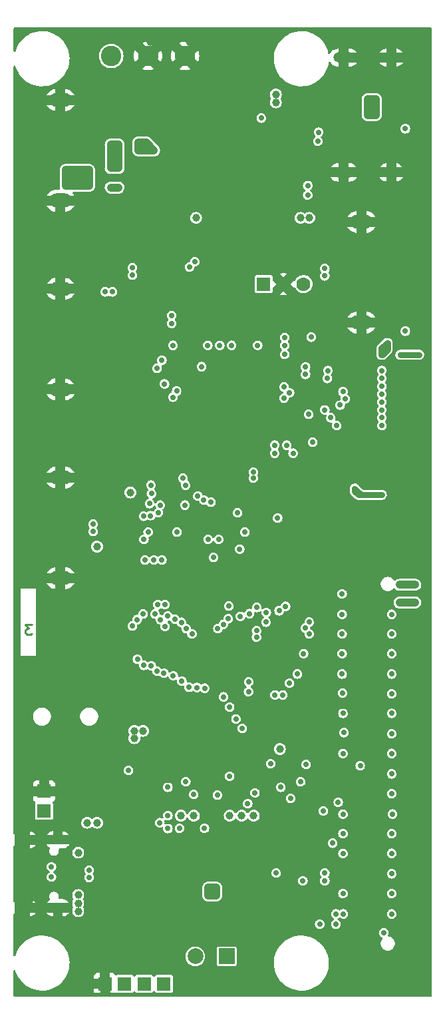
<source format=gbr>
%TF.GenerationSoftware,KiCad,Pcbnew,7.0.11-7.0.11~ubuntu22.04.1*%
%TF.CreationDate,2024-05-21T14:55:31+03:00*%
%TF.ProjectId,Neo6502PC-CPU_Rev_B,4e656f36-3530-4325-9043-2d4350555f52,B*%
%TF.SameCoordinates,PX365c040PY8f0d180*%
%TF.FileFunction,Copper,L3,Inr*%
%TF.FilePolarity,Positive*%
%FSLAX46Y46*%
G04 Gerber Fmt 4.6, Leading zero omitted, Abs format (unit mm)*
G04 Created by KiCad (PCBNEW 7.0.11-7.0.11~ubuntu22.04.1) date 2024-05-21 14:55:31*
%MOMM*%
%LPD*%
G01*
G04 APERTURE LIST*
%ADD10C,0.254000*%
%TA.AperFunction,NonConductor*%
%ADD11C,0.254000*%
%TD*%
%TA.AperFunction,ComponentPad*%
%ADD12C,1.000000*%
%TD*%
%TA.AperFunction,ComponentPad*%
%ADD13C,1.800000*%
%TD*%
%TA.AperFunction,ComponentPad*%
%ADD14R,1.778000X1.778000*%
%TD*%
%TA.AperFunction,ComponentPad*%
%ADD15C,1.778000*%
%TD*%
%TA.AperFunction,ComponentPad*%
%ADD16O,2.700000X1.300000*%
%TD*%
%TA.AperFunction,ComponentPad*%
%ADD17O,2.300000X1.300000*%
%TD*%
%TA.AperFunction,ComponentPad*%
%ADD18R,2.000000X2.000000*%
%TD*%
%TA.AperFunction,ComponentPad*%
%ADD19C,2.000000*%
%TD*%
%TA.AperFunction,ComponentPad*%
%ADD20O,2.800000X1.800000*%
%TD*%
%TA.AperFunction,ComponentPad*%
%ADD21O,2.200000X1.200000*%
%TD*%
%TA.AperFunction,ComponentPad*%
%ADD22O,2.000000X1.300000*%
%TD*%
%TA.AperFunction,ComponentPad*%
%ADD23C,2.600000*%
%TD*%
%TA.AperFunction,ViaPad*%
%ADD24C,0.700000*%
%TD*%
%TA.AperFunction,ViaPad*%
%ADD25C,1.000000*%
%TD*%
%TA.AperFunction,Conductor*%
%ADD26C,0.508000*%
%TD*%
%TA.AperFunction,Conductor*%
%ADD27C,1.270000*%
%TD*%
%TA.AperFunction,Conductor*%
%ADD28C,1.016000*%
%TD*%
%TA.AperFunction,Conductor*%
%ADD29C,0.762000*%
%TD*%
G04 APERTURE END LIST*
D10*
D11*
X2695200Y47688632D02*
X1909009Y47688632D01*
X1909009Y47688632D02*
X2332343Y47204823D01*
X2332343Y47204823D02*
X2150914Y47204823D01*
X2150914Y47204823D02*
X2029962Y47144347D01*
X2029962Y47144347D02*
X1969486Y47083870D01*
X1969486Y47083870D02*
X1909009Y46962918D01*
X1909009Y46962918D02*
X1909009Y46660537D01*
X1909009Y46660537D02*
X1969486Y46539585D01*
X1969486Y46539585D02*
X2029962Y46479108D01*
X2029962Y46479108D02*
X2150914Y46418632D01*
X2150914Y46418632D02*
X2513771Y46418632D01*
X2513771Y46418632D02*
X2634724Y46479108D01*
X2634724Y46479108D02*
X2695200Y46539585D01*
D12*
X27695000Y74133260D03*
X27695000Y76533260D03*
D13*
X26495000Y75333260D03*
D12*
X25295000Y76533260D03*
X25225000Y74133260D03*
D14*
X32210000Y91000000D03*
D15*
X34750000Y91000000D03*
X37290000Y91000000D03*
D16*
X42400000Y105200000D03*
D17*
X48450000Y105200000D03*
D16*
X42400000Y119800000D03*
D17*
X48450000Y119800000D03*
D18*
X27500000Y5500000D03*
D19*
X23500000Y5500000D03*
D20*
X6350000Y101600000D03*
X6350000Y114400000D03*
X44650000Y98900000D03*
X44650000Y86100000D03*
D14*
X4250000Y26500000D03*
X12000000Y2000000D03*
D20*
X6350000Y53600000D03*
X6350000Y66400000D03*
D14*
X4250000Y24000000D03*
D20*
X6350000Y77600000D03*
X6350000Y90400000D03*
D21*
X6030000Y11680000D03*
X6030000Y20320000D03*
D22*
X1850000Y11680000D03*
X1850000Y20320000D03*
D14*
X14500000Y2000000D03*
X17000000Y2000000D03*
X19500000Y2000000D03*
D23*
X22200000Y120000000D03*
X17500000Y120000000D03*
X12800000Y120000000D03*
D24*
X24214000Y77238260D03*
X24214000Y75333260D03*
X24214000Y73428260D03*
X28659000Y77238261D03*
X28659000Y75333260D03*
X28659000Y73428260D03*
X26500000Y73428260D03*
X22245500Y70888260D03*
X22817000Y71523260D03*
X30056001Y71777260D03*
X31834000Y69364260D03*
X33104000Y68094260D03*
X31834000Y68094260D03*
X32500000Y63731740D03*
X32500000Y62750000D03*
X33500000Y63750000D03*
X29929000Y63268260D03*
X29929000Y61998260D03*
X26500000Y64030260D03*
X26499999Y67840260D03*
X21674000Y54632260D03*
X21674000Y55648260D03*
X22690000Y54632260D03*
X16340000Y54886260D03*
X15324000Y54886260D03*
X19260999Y54251260D03*
X26500000Y77238260D03*
X17483000Y60474260D03*
X29929000Y58188260D03*
D25*
X41000000Y89000000D03*
D24*
X26627000Y45615260D03*
D25*
X6000000Y51750000D03*
X5750000Y10000000D03*
X52984000Y4250000D03*
X7000000Y112500000D03*
D24*
X28532000Y46885260D03*
D25*
X52984000Y102000000D03*
X14000000Y123000000D03*
X1000000Y38250000D03*
X49000000Y112500000D03*
D24*
X47200000Y81000000D03*
D25*
X1000000Y53750000D03*
X14500000Y90750000D03*
X17000000Y105750000D03*
X1000000Y1000000D03*
X8000000Y62500000D03*
X23500000Y34000000D03*
X22600000Y100700000D03*
X49000000Y118000000D03*
X33250000Y92750000D03*
X9500000Y27000000D03*
X1000000Y95750000D03*
X51500000Y123000000D03*
X8000000Y47250000D03*
X43000000Y88000000D03*
D24*
X17232256Y83337516D03*
D25*
X1000000Y32250000D03*
X30000000Y1000000D03*
X50000000Y30000000D03*
X44000000Y89000000D03*
X21500000Y35963260D03*
X20250000Y121750000D03*
X27750000Y107000000D03*
X8000000Y73000000D03*
X51500000Y91000000D03*
X10000000Y115500000D03*
X11000000Y49750000D03*
X50000000Y62000000D03*
X6000000Y74250000D03*
X24000000Y107000000D03*
X15705000Y30250000D03*
X6750000Y1000000D03*
X26000000Y110500000D03*
X7000000Y87500000D03*
X34000000Y14000000D03*
X52984000Y24925000D03*
X52984000Y62000000D03*
X50000000Y37625000D03*
X14750000Y110750000D03*
X52984000Y116750000D03*
D24*
X19896000Y73936260D03*
D25*
X50000000Y77500000D03*
X52984000Y1000000D03*
X39500000Y94250000D03*
X27750000Y117500000D03*
X24000000Y110500000D03*
X7000000Y123000000D03*
X46250000Y123000000D03*
X8000000Y50250000D03*
X42000000Y88000000D03*
X27750000Y103000000D03*
X28000000Y16000000D03*
X52984000Y37625000D03*
X6000000Y48750000D03*
X2500000Y112250000D03*
X2250000Y15750000D03*
D24*
X11700000Y14500000D03*
X50400000Y80200000D03*
D25*
X52984000Y122750000D03*
X33000000Y7000000D03*
X50000000Y4250000D03*
X8000000Y110500000D03*
X52984000Y59000000D03*
X2500000Y42750000D03*
X50000000Y74500000D03*
X50000000Y45250000D03*
X21500000Y4000000D03*
X52984000Y77500000D03*
X52984000Y14750000D03*
X3750000Y10000000D03*
X52984000Y68000000D03*
X44000000Y62000000D03*
X17000000Y104500000D03*
X44000000Y90000000D03*
X48500000Y60500000D03*
D24*
X51200000Y80200000D03*
D25*
X52984000Y92500000D03*
X10000000Y110500000D03*
X45500000Y62000000D03*
X16848000Y30248260D03*
X1000000Y9500000D03*
X50000000Y14750000D03*
X30500000Y123000000D03*
X48500000Y70600000D03*
X9000000Y88500000D03*
X25500000Y34000000D03*
X27750000Y110500000D03*
X2500000Y106250000D03*
X1000000Y113750000D03*
X3750000Y12750000D03*
X44250000Y55250000D03*
X36000000Y14000000D03*
X1000000Y74750000D03*
X17000000Y95000000D03*
X51500000Y115250000D03*
D24*
X10500000Y94750000D03*
D25*
X2500000Y27750000D03*
X3750000Y21750000D03*
X52984000Y80500000D03*
X24000000Y123000000D03*
D24*
X14230002Y25444000D03*
D25*
X18000000Y19000000D03*
X27500000Y2500000D03*
X1000000Y101750000D03*
X8000000Y69500000D03*
D24*
X16340000Y77492260D03*
D25*
X8000000Y112500000D03*
X1000000Y110750000D03*
X36000000Y9000000D03*
X14500000Y31500000D03*
X6000000Y45750000D03*
X8000000Y68250000D03*
X47000000Y60500000D03*
X7000000Y88500000D03*
X6000000Y73000000D03*
X27500000Y1000000D03*
X52984000Y110750000D03*
X51500000Y76000000D03*
X52984000Y70600000D03*
X42000000Y103500000D03*
X50000000Y17300000D03*
X1000000Y92750000D03*
D24*
X7600000Y98500000D03*
D25*
X11000000Y83000000D03*
X34500000Y1000000D03*
X52984000Y42700000D03*
X1000000Y56750000D03*
X40750000Y107000000D03*
X48500000Y62000000D03*
X50000000Y22375000D03*
X2500000Y12750000D03*
X51500000Y73000000D03*
X52984000Y113750000D03*
D24*
X33207578Y23392422D03*
X25900000Y95625000D03*
D25*
X28000000Y18000000D03*
X21500000Y2500000D03*
X1000000Y116750000D03*
X52984000Y27460000D03*
X30000000Y7000000D03*
X15750000Y105750000D03*
D24*
X29929000Y46885260D03*
D25*
X50000000Y7140000D03*
D24*
X7000000Y97900000D03*
D25*
X1000000Y104750000D03*
X33000000Y5000000D03*
X51500000Y66500000D03*
X3750000Y20500000D03*
D24*
X25900000Y97375000D03*
D25*
X1000000Y35250000D03*
X1000000Y59750000D03*
D24*
X52000000Y81000000D03*
D25*
X26000000Y109000000D03*
X50000000Y68000000D03*
X30000000Y5000000D03*
X44250000Y53000000D03*
X25500000Y32000000D03*
X1000000Y26250000D03*
X22000000Y105000000D03*
X20250000Y110500000D03*
X1000000Y89750000D03*
X6000000Y60500000D03*
X6000000Y75750000D03*
X10000000Y101600000D03*
X51500000Y85000000D03*
X20250000Y112000000D03*
X1000000Y80750000D03*
X52984000Y107750000D03*
D24*
X37168000Y77873260D03*
X14230000Y26968000D03*
D25*
X42000000Y107000000D03*
X43000000Y90000000D03*
X25250000Y121750000D03*
X41250000Y123000000D03*
X51500000Y121250000D03*
X10750000Y8750000D03*
D24*
X11000000Y15100000D03*
D25*
X7000000Y110500000D03*
X45000000Y89000000D03*
X30000000Y9000000D03*
X8000000Y75750000D03*
X40500000Y99500000D03*
X35567572Y31883010D03*
X7000000Y116750000D03*
X50000000Y35075000D03*
D24*
X19261000Y73301260D03*
D25*
X10500000Y90750000D03*
X51500000Y118250000D03*
X50000000Y42700000D03*
X52984000Y50325000D03*
X29000000Y123000000D03*
X50000000Y40150000D03*
X51500000Y63500000D03*
X1000000Y23250000D03*
D24*
X9900000Y93250000D03*
X10500000Y93900000D03*
D25*
X2500000Y18750000D03*
D24*
X43700000Y116300000D03*
D25*
X52984000Y65000000D03*
X25250000Y120000000D03*
D24*
X25500000Y25200000D03*
D25*
X23500000Y32000000D03*
X49000000Y107000000D03*
X52984000Y95250000D03*
D24*
X26700000Y98250000D03*
D25*
X5750000Y8750000D03*
X49000000Y109000000D03*
X21500000Y32000000D03*
X43250000Y107000000D03*
X7000000Y86500000D03*
X15705000Y31391260D03*
X27500000Y34000000D03*
X10000000Y112500000D03*
D24*
X25765901Y84916401D03*
D25*
X36000000Y92750000D03*
X52984000Y9680000D03*
X45000000Y90000000D03*
X9500000Y66500000D03*
X51500000Y94000000D03*
X2500000Y115250000D03*
X52984000Y47775000D03*
D24*
X27750000Y88000000D03*
D25*
X51500000Y59000000D03*
X41000000Y90000000D03*
X19000000Y123000000D03*
X38000000Y9000000D03*
X50000000Y65000000D03*
X12000000Y111750000D03*
X8000000Y44250000D03*
D24*
X18626000Y72666260D03*
D25*
X11000000Y25750000D03*
X25500000Y38000000D03*
X40500000Y101500000D03*
X29500000Y32000000D03*
X8000000Y120000000D03*
X26000000Y107000000D03*
D24*
X19700000Y100700000D03*
D25*
X43250000Y111095200D03*
X12000000Y4000000D03*
X50000000Y2500000D03*
X9000000Y62500000D03*
X4500000Y8750000D03*
X1000000Y29250000D03*
X20250000Y108000000D03*
X44000000Y2500000D03*
X7000000Y8750000D03*
X50000000Y32530000D03*
X10000000Y111500000D03*
X18000000Y100000000D03*
X14500000Y36000000D03*
D24*
X29929000Y46000000D03*
D25*
X21900000Y101400000D03*
X9000000Y112500000D03*
X18000000Y98000000D03*
X36000000Y97750000D03*
D24*
X29802001Y60474260D03*
D25*
X17000000Y6000000D03*
X1000000Y107750000D03*
X8000000Y74250000D03*
X50000000Y79000000D03*
X25500000Y35963260D03*
X21411001Y18600000D03*
X53000000Y79000000D03*
X9500000Y67750000D03*
X8000000Y64500000D03*
X32977000Y58950260D03*
X24500000Y2500000D03*
X50000000Y24925000D03*
X52984000Y105000000D03*
X1000000Y65750000D03*
X1000000Y77750000D03*
X1000000Y17250000D03*
D24*
X26700000Y97375000D03*
D25*
X50000000Y19850000D03*
X42000000Y99500000D03*
X45500000Y60500000D03*
D24*
X16213000Y80289986D03*
D25*
X28000000Y14000000D03*
X33000000Y9000000D03*
X1000000Y86750000D03*
X48750000Y123000000D03*
X52984000Y98250000D03*
D24*
X11000000Y18800000D03*
D25*
X1000000Y123000000D03*
X52984000Y119750000D03*
X52984000Y45250000D03*
X52984000Y12220000D03*
X23500000Y38000000D03*
X51500000Y103500000D03*
X2500000Y36750000D03*
X21500000Y123000000D03*
X9000000Y86500000D03*
X3750000Y19250000D03*
X50000000Y70600000D03*
X47000000Y62000000D03*
X2500000Y39750000D03*
X51500000Y109250000D03*
X6000000Y84500000D03*
X52984000Y35075000D03*
X32000000Y18000000D03*
D24*
X23643727Y45339800D03*
D25*
X51500000Y106250000D03*
D24*
X28532000Y46000000D03*
D25*
X52984000Y32530000D03*
D24*
X17000000Y78000000D03*
D25*
X52984000Y22375000D03*
D24*
X42900000Y116300000D03*
D25*
X42000000Y90000000D03*
D24*
X7000000Y97000000D03*
D25*
X51500000Y99750000D03*
X27500000Y32000000D03*
D24*
X26500000Y96500000D03*
D25*
X30000000Y2500000D03*
X2500000Y21750000D03*
X8000000Y86500000D03*
D24*
X11000000Y17200000D03*
D25*
X9000000Y110500000D03*
D24*
X21166000Y60474260D03*
D25*
X52984000Y56000000D03*
X32000000Y14000000D03*
X15250000Y121750000D03*
X9500000Y8750000D03*
X20000000Y117500000D03*
X27750000Y120000000D03*
X30500000Y120000000D03*
X51500000Y79000000D03*
X51500000Y88000000D03*
X8500000Y101600000D03*
X43250000Y108500000D03*
X8250000Y8750000D03*
X50000000Y47775000D03*
X34500000Y123000000D03*
X46250000Y55250000D03*
X47000000Y1000000D03*
X32850000Y84858260D03*
X11000000Y46750000D03*
X3750000Y11500000D03*
D24*
X30250000Y90500000D03*
D25*
X50000000Y27460000D03*
X24000000Y103000000D03*
X16000000Y117500000D03*
X21750000Y88000000D03*
X8000000Y4000000D03*
X1000000Y83750000D03*
D24*
X37106079Y82064254D03*
D25*
X44000000Y60500000D03*
X52984000Y19850000D03*
X12000000Y110750000D03*
D24*
X25100000Y97375000D03*
D25*
X6000000Y68750000D03*
X1000000Y8250000D03*
X52984000Y89500000D03*
X11000000Y24000000D03*
X17750000Y121750000D03*
X2500000Y8750000D03*
X52984000Y74500000D03*
X21500000Y34000000D03*
X23500000Y35963260D03*
X2500000Y33750000D03*
X24500000Y1000000D03*
X36000000Y95750000D03*
D24*
X52984000Y82000000D03*
D25*
X19250000Y88000000D03*
D24*
X50400000Y81000000D03*
D25*
X43750000Y123000000D03*
D24*
X52000000Y80200000D03*
X49600000Y81000000D03*
X51200000Y81000000D03*
D25*
X39500000Y1000000D03*
X9000000Y24000000D03*
X52984000Y86500000D03*
X34247000Y58950260D03*
X47000000Y2500000D03*
X24000000Y117500000D03*
X44000000Y88000000D03*
X20900000Y101400000D03*
X42250000Y55250000D03*
X52984000Y17300000D03*
X9500000Y73000000D03*
X7000000Y63500000D03*
X52984000Y30000000D03*
X21471956Y39359778D03*
X10500000Y120000000D03*
X1000000Y62750000D03*
X42000000Y101500000D03*
X11500000Y123000000D03*
X12000000Y6000000D03*
X48500000Y66500000D03*
X32000000Y16000000D03*
X50000000Y9680000D03*
X50000000Y12220000D03*
D24*
X11000000Y13800000D03*
D25*
X39500000Y123000000D03*
X52984000Y7140000D03*
X52984000Y40150000D03*
X7000000Y64500000D03*
X2500000Y109250000D03*
X41250000Y121250000D03*
X1000000Y41250000D03*
X8000000Y88500000D03*
X2500000Y24750000D03*
D24*
X38438000Y76603260D03*
X16213000Y81556260D03*
D25*
X44000000Y1000000D03*
X52984000Y52850000D03*
D24*
X14992000Y26205999D03*
D25*
X15750000Y103250000D03*
X51500000Y96750000D03*
X50000000Y1000000D03*
X26500000Y123000000D03*
X9500000Y74250000D03*
X45000000Y88000000D03*
X7000000Y111500000D03*
X1000000Y71750000D03*
X46250000Y53000000D03*
X11000000Y116750000D03*
X51500000Y112250000D03*
D24*
X25100000Y95625000D03*
D25*
X14450000Y33750000D03*
X1000000Y68750000D03*
X9000000Y64500000D03*
X22750000Y121750000D03*
X43250000Y110000000D03*
X30500000Y117500000D03*
X30500000Y121750000D03*
X7000000Y62500000D03*
X1000000Y98750000D03*
X42250000Y53000000D03*
X48500000Y63500000D03*
X1000000Y14250000D03*
X17991000Y30248260D03*
X52984000Y85000000D03*
X26000000Y105000000D03*
X26000000Y103000000D03*
D24*
X14435000Y47520260D03*
D25*
X49000000Y115500000D03*
X21500000Y38000000D03*
D24*
X29000000Y89250000D03*
D25*
X17000000Y9000000D03*
X16500000Y123000000D03*
D24*
X10000000Y16464300D03*
X23428310Y93828310D03*
X37550360Y80433060D03*
X22771690Y93171690D03*
X10000000Y15535700D03*
X5200000Y16899994D03*
X37550360Y79504460D03*
X5200000Y15600000D03*
X26627000Y83207260D03*
D25*
X50500000Y50500000D03*
X51500000Y52750000D03*
D24*
X31300000Y46900000D03*
X29250000Y48750000D03*
X21166000Y59458260D03*
X20023000Y21750000D03*
X47200000Y82800000D03*
X29802000Y59458260D03*
X30400000Y49088823D03*
X49600000Y82000000D03*
X30893742Y66316260D03*
X30893742Y67100000D03*
D25*
X26161001Y13250000D03*
D24*
X48000000Y83500000D03*
D25*
X49500000Y52750000D03*
X23325000Y23390260D03*
D24*
X34882000Y83200000D03*
X47200000Y82000000D03*
X35517000Y77174760D03*
X34800000Y77900000D03*
X31453000Y83207260D03*
D25*
X34262800Y31874200D03*
D24*
X52000000Y82000000D03*
X50400000Y82000000D03*
D25*
X15750000Y34185260D03*
X49500000Y50500000D03*
X25161001Y13250000D03*
D24*
X48000000Y82700000D03*
X37930000Y74444260D03*
X20023000Y23400000D03*
D25*
X51500000Y50500000D03*
X27897000Y23390260D03*
D24*
X51200000Y82000000D03*
X21929258Y66316260D03*
X25103000Y83207260D03*
D25*
X26161001Y14250000D03*
D24*
X34882000Y84200000D03*
X17500018Y59458260D03*
D25*
X25161001Y14250000D03*
D24*
X28135990Y83207260D03*
D25*
X21674000Y23390261D03*
D24*
X34800000Y76500000D03*
D25*
X30945000Y23390261D03*
D24*
X31300000Y46100000D03*
D25*
X50500000Y52750000D03*
X15750000Y33250000D03*
D24*
X20658001Y83207260D03*
D25*
X16848000Y34185260D03*
D24*
X18626001Y80286260D03*
D25*
X29421000Y23390260D03*
D24*
X19260994Y81302260D03*
X19591000Y78300000D03*
X34882000Y82064259D03*
X20500000Y86000000D03*
X21132537Y77382537D03*
X42200000Y51600000D03*
X20667682Y76611879D03*
X42200000Y49000000D03*
X20500000Y87000000D03*
X37816615Y103530000D03*
X39200000Y110308000D03*
X39099430Y109167511D03*
X37816615Y102322000D03*
D25*
X45449996Y112500000D03*
X17250000Y109000000D03*
X45449996Y113500000D03*
X36900000Y99400000D03*
D24*
X41400000Y10900000D03*
D25*
X46500000Y114499996D03*
X45449996Y114499996D03*
X17250000Y108000000D03*
X33750000Y115100000D03*
X18250000Y108000000D03*
X16250000Y109000000D03*
X23600000Y99400000D03*
X38000000Y99400000D03*
X33750000Y114100000D03*
X16250000Y108000000D03*
X46500000Y112500000D03*
X46500000Y113500000D03*
D24*
X38250000Y84250000D03*
X50250008Y85000000D03*
X31900000Y112100000D03*
X50250000Y110750010D03*
X19654818Y50240382D03*
X48500000Y49000000D03*
X18745197Y50250000D03*
X48500000Y46500000D03*
X42200000Y46500000D03*
X32542461Y49242461D03*
X38000000Y46500000D03*
X16135800Y43300000D03*
X48500000Y44000000D03*
X32500000Y48000000D03*
X42200000Y44000000D03*
X37300000Y44000000D03*
X34174681Y49448105D03*
X37500000Y47250000D03*
X42200000Y41400000D03*
X36500000Y41400000D03*
X48500000Y41400000D03*
X16975000Y42500000D03*
X35002099Y50018200D03*
X38000000Y48000000D03*
X42250000Y39000000D03*
X35500000Y40250000D03*
X48500000Y38900000D03*
X17905440Y42448966D03*
X34642000Y38749995D03*
X42300000Y36400000D03*
X48500000Y36400000D03*
X16848000Y49044260D03*
X18643891Y41767558D03*
X18372000Y49044259D03*
X33637198Y38750000D03*
X42440179Y33951116D03*
X16091249Y48324270D03*
X48500000Y33800000D03*
X19055154Y48324270D03*
X19515000Y41500000D03*
X30280831Y39163260D03*
X42300000Y31300000D03*
X19669387Y47448650D03*
X15493010Y47520260D03*
X48500000Y31300000D03*
X20700000Y41200000D03*
X30183000Y24914260D03*
X41400000Y9600000D03*
X39800000Y24000000D03*
X39345200Y9600000D03*
X29484007Y34484007D03*
X48500000Y10900000D03*
X48500000Y21100000D03*
X24700000Y39600000D03*
X23083579Y46510096D03*
X26375695Y47182740D03*
X48500000Y16000000D03*
X27884000Y37200000D03*
X44500004Y29750000D03*
X30300000Y40400000D03*
X42300000Y18600000D03*
X31100000Y26300000D03*
X27100000Y38500000D03*
X48500000Y18600000D03*
X21500000Y21800000D03*
X42350000Y10900000D03*
X42300000Y13500000D03*
X24684000Y21800000D03*
X48500000Y26200000D03*
X22725166Y39718200D03*
X21733829Y47986208D03*
X27706988Y48430871D03*
X41700000Y25100002D03*
X36900000Y27700000D03*
X22300000Y27700000D03*
X48608842Y23600000D03*
X23729535Y39688709D03*
X22336980Y47182568D03*
X27088478Y47732250D03*
X34400000Y27000000D03*
X20023000Y27000000D03*
X42299998Y23600000D03*
X35634996Y25600000D03*
X40000000Y16100000D03*
X26312917Y26000000D03*
X33800000Y16100000D03*
X17813200Y61541060D03*
X37607946Y29907946D03*
X37200000Y15100000D03*
X40000000Y15100000D03*
X33100000Y30000000D03*
X33993000Y61236259D03*
X23300004Y26100000D03*
X42300000Y21100000D03*
X27884000Y28400000D03*
X47500004Y8500000D03*
X28684000Y35700006D03*
X48500000Y13500000D03*
X41000000Y19900000D03*
X19000000Y22500000D03*
X27770001Y50060260D03*
X21800000Y40500000D03*
X48500000Y28700000D03*
X20000000Y48781582D03*
X38438000Y70888260D03*
X33612000Y69491260D03*
X35961502Y69491260D03*
X15000000Y29144001D03*
X24300000Y80500000D03*
X28878781Y61913270D03*
X18816500Y61934759D03*
X20900000Y48400000D03*
X22182000Y62887260D03*
X31326000Y49874610D03*
X19037365Y62884378D03*
X47250000Y78000000D03*
X42300000Y77300000D03*
X47250000Y77000000D03*
X42602882Y76403842D03*
X29167000Y57299260D03*
X19261000Y55902260D03*
X25131624Y58540124D03*
X16975000Y58527250D03*
X18245000Y55902260D03*
X26486010Y58522244D03*
X17102000Y55902260D03*
X25809001Y56227260D03*
X17927500Y64347760D03*
X23833000Y64030260D03*
X17683353Y63069488D03*
X24595000Y63522260D03*
X22269509Y65427260D03*
X17864000Y65427260D03*
D25*
X9000000Y105500000D03*
X12750000Y103250000D03*
X8000000Y105500000D03*
X10000000Y104500000D03*
X7000000Y104500000D03*
X13734000Y107750000D03*
X7000000Y105500000D03*
X12750000Y105750000D03*
X12750000Y106750000D03*
X7000000Y103500000D03*
X13734000Y103250000D03*
X12750000Y107750000D03*
X12750000Y108750000D03*
X13734000Y105750000D03*
X9000000Y103500000D03*
X13734000Y106750000D03*
X8000000Y103500000D03*
X13734000Y108750000D03*
X10000000Y105500000D03*
X10000000Y103500000D03*
D24*
X16915767Y61472968D03*
X25484000Y63268260D03*
X33612000Y70507260D03*
X35136000Y70507260D03*
X47250000Y76000000D03*
X41950014Y75600000D03*
X41500000Y73000000D03*
X47250000Y73000000D03*
X47250000Y74000000D03*
X40749997Y74000003D03*
X47250000Y75000000D03*
X40000000Y75000000D03*
X40370800Y80000000D03*
X47250000Y80000000D03*
X47250000Y79000000D03*
X40331000Y79000000D03*
X12964300Y90000000D03*
X10500000Y59535700D03*
X10500000Y60464300D03*
X12035700Y90000000D03*
X40000000Y92964300D03*
X15500000Y93064300D03*
X40000000Y92035700D03*
X15500000Y92135700D03*
D25*
X9750000Y22500000D03*
D24*
X44250000Y64200000D03*
X45750000Y64200000D03*
D25*
X11000000Y57600000D03*
D24*
X43800000Y65000000D03*
X46500000Y64200000D03*
D25*
X11000000Y22500000D03*
X15250000Y64500000D03*
D24*
X47250000Y64200000D03*
X45000000Y64200000D03*
D25*
X8600000Y13300000D03*
X8600000Y12250000D03*
X8600000Y18700000D03*
X8600000Y11250000D03*
D26*
X24157000Y657000D02*
X24500000Y1000000D01*
D27*
X12000000Y2000000D02*
X12000000Y1016000D01*
D26*
X7093000Y657000D02*
X24157000Y657000D01*
D28*
X1000000Y8250000D02*
X1000000Y23250000D01*
D26*
X6750000Y1000000D02*
X7093000Y657000D01*
D29*
X47200000Y82000000D02*
X47200000Y82800000D01*
D28*
X25161001Y14250000D02*
X26161001Y14250000D01*
X26161001Y13250000D02*
X25161001Y13250000D01*
X49500000Y52750000D02*
X51500000Y52750000D01*
D29*
X47900000Y83500000D02*
X48000000Y83500000D01*
D28*
X25161001Y13250000D02*
X25161001Y14250000D01*
D29*
X47300000Y82000000D02*
X47200000Y82000000D01*
X47900000Y82700000D02*
X47200000Y82000000D01*
X48000000Y83500000D02*
X48000000Y82700000D01*
X47200000Y82800000D02*
X47900000Y83500000D01*
D28*
X26161001Y14250000D02*
X26161001Y13250000D01*
D29*
X48000000Y82700000D02*
X47300000Y82000000D01*
D28*
X49500000Y50500000D02*
X51500000Y50500000D01*
D29*
X49600000Y82000000D02*
X52000000Y82000000D01*
X48000000Y82700000D02*
X47900000Y82700000D01*
D28*
X16250000Y109000000D02*
X17250000Y109000000D01*
X46500000Y112500000D02*
X45449996Y112500000D01*
X16250000Y108000000D02*
X18250000Y108000000D01*
X46500000Y114499996D02*
X46500000Y112500000D01*
X45449996Y114499996D02*
X46500000Y114499996D01*
X18250000Y108000000D02*
X17250000Y109000000D01*
X45449996Y113500000D02*
X46500000Y113500000D01*
X16250000Y109000000D02*
X16250000Y108000000D01*
X45449996Y112500000D02*
X45449996Y114499996D01*
X12750000Y103250000D02*
X13734000Y103250000D01*
X7000000Y105500000D02*
X10000000Y105500000D01*
X12750000Y105750000D02*
X13734000Y105750000D01*
X13734000Y108750000D02*
X13734000Y105750000D01*
X12750000Y108750000D02*
X13734000Y108750000D01*
X10000000Y105500000D02*
X10000000Y103500000D01*
X7000000Y104500000D02*
X10000000Y104500000D01*
X10000000Y103500000D02*
X7000000Y103500000D01*
X12750000Y108750000D02*
X12750000Y105750000D01*
X7000000Y103500000D02*
X7000000Y105500000D01*
D29*
X43800000Y64650000D02*
X43800000Y65000000D01*
X47250000Y64200000D02*
X44250000Y64200000D01*
X43800000Y65000000D02*
X44600000Y64200000D01*
X44250000Y64200000D02*
X43800000Y64650000D01*
X44600000Y64200000D02*
X45000000Y64200000D01*
%TA.AperFunction,Conductor*%
G36*
X53560621Y123598498D02*
G01*
X53607114Y123544842D01*
X53618500Y123492500D01*
X53618500Y507500D01*
X53598498Y439379D01*
X53544842Y392886D01*
X53492500Y381500D01*
X13085159Y381500D01*
X13017038Y401502D01*
X12970545Y455158D01*
X12960441Y525432D01*
X12989935Y590012D01*
X13041127Y625556D01*
X13134964Y660556D01*
X13134965Y660556D01*
X13251904Y748096D01*
X13328416Y850304D01*
X13385251Y892851D01*
X13456067Y897916D01*
X13499287Y879560D01*
X13511699Y871266D01*
X13585933Y856500D01*
X15414066Y856501D01*
X15414069Y856502D01*
X15414073Y856502D01*
X15463326Y866299D01*
X15488301Y871266D01*
X15572484Y927516D01*
X15600609Y969608D01*
X15628734Y1011698D01*
X15633483Y1023163D01*
X15637610Y1021454D01*
X15659296Y1062948D01*
X15720978Y1098102D01*
X15791875Y1094328D01*
X15849476Y1052824D01*
X15863582Y1021949D01*
X15866517Y1023164D01*
X15871265Y1011700D01*
X15927516Y927516D01*
X16011697Y871267D01*
X16011699Y871266D01*
X16085933Y856500D01*
X17914066Y856501D01*
X17914069Y856502D01*
X17914073Y856502D01*
X17963326Y866299D01*
X17988301Y871266D01*
X18072484Y927516D01*
X18100609Y969608D01*
X18128734Y1011698D01*
X18133483Y1023163D01*
X18137610Y1021454D01*
X18159296Y1062948D01*
X18220978Y1098102D01*
X18291875Y1094328D01*
X18349476Y1052824D01*
X18363582Y1021949D01*
X18366517Y1023164D01*
X18371265Y1011700D01*
X18427516Y927516D01*
X18511697Y871267D01*
X18511699Y871266D01*
X18585933Y856500D01*
X20414066Y856501D01*
X20414069Y856502D01*
X20414073Y856502D01*
X20463326Y866299D01*
X20488301Y871266D01*
X20572484Y927516D01*
X20628734Y1011699D01*
X20643500Y1085933D01*
X20643499Y2914066D01*
X20643498Y2914069D01*
X20643498Y2914074D01*
X20628734Y2988301D01*
X20572483Y3072485D01*
X20488302Y3128734D01*
X20414067Y3143500D01*
X18585936Y3143500D01*
X18585926Y3143499D01*
X18511699Y3128735D01*
X18427515Y3072484D01*
X18371265Y2988303D01*
X18366517Y2976837D01*
X18362411Y2978538D01*
X18340517Y2936861D01*
X18278760Y2901838D01*
X18207872Y2905762D01*
X18150359Y2947388D01*
X18136415Y2978051D01*
X18133483Y2976836D01*
X18128734Y2988301D01*
X18072483Y3072485D01*
X17988302Y3128734D01*
X17914067Y3143500D01*
X16085936Y3143500D01*
X16085926Y3143499D01*
X16011699Y3128735D01*
X15927515Y3072484D01*
X15871265Y2988303D01*
X15866517Y2976837D01*
X15862411Y2978538D01*
X15840517Y2936861D01*
X15778760Y2901838D01*
X15707872Y2905762D01*
X15650359Y2947388D01*
X15636415Y2978051D01*
X15633483Y2976836D01*
X15628734Y2988301D01*
X15572483Y3072485D01*
X15488302Y3128734D01*
X15414067Y3143500D01*
X13585936Y3143500D01*
X13585926Y3143499D01*
X13511698Y3128734D01*
X13511697Y3128734D01*
X13499283Y3120439D01*
X13431529Y3099226D01*
X13363063Y3118011D01*
X13328416Y3149697D01*
X13251904Y3251905D01*
X13134965Y3339445D01*
X12998093Y3390495D01*
X12937597Y3397000D01*
X12635000Y3397000D01*
X12635000Y1491000D01*
X12614998Y1422879D01*
X12561342Y1376386D01*
X12509000Y1365000D01*
X10603000Y1365000D01*
X10603000Y1062403D01*
X10609505Y1001907D01*
X10660555Y865036D01*
X10660555Y865035D01*
X10748095Y748096D01*
X10865034Y660556D01*
X10958873Y625556D01*
X11015709Y583009D01*
X11040520Y516489D01*
X11025429Y447115D01*
X10975226Y396912D01*
X10914841Y381500D01*
X507500Y381500D01*
X439379Y401502D01*
X392886Y455158D01*
X381500Y507500D01*
X381500Y3670741D01*
X401502Y3738862D01*
X455158Y3785355D01*
X525432Y3795459D01*
X590012Y3765965D01*
X628135Y3707116D01*
X702399Y3460820D01*
X702403Y3460811D01*
X847484Y3117044D01*
X847492Y3117027D01*
X941459Y2947388D01*
X1028293Y2790626D01*
X1232433Y2500000D01*
X1242772Y2485282D01*
X1242777Y2485276D01*
X1488482Y2204474D01*
X1488484Y2204472D01*
X1762655Y1951371D01*
X2062171Y1728849D01*
X2062172Y1728847D01*
X2062176Y1728845D01*
X2062177Y1728844D01*
X2383655Y1539415D01*
X2723446Y1385230D01*
X3077702Y1268036D01*
X3442408Y1189161D01*
X3442410Y1189161D01*
X3442414Y1189160D01*
X3813418Y1149500D01*
X3813425Y1149500D01*
X3813431Y1149499D01*
X3813436Y1149499D01*
X4093206Y1149499D01*
X4093213Y1149499D01*
X4216123Y1156050D01*
X4372596Y1164389D01*
X4372601Y1164390D01*
X4372609Y1164390D01*
X4740995Y1223743D01*
X5100986Y1321916D01*
X5448503Y1457798D01*
X5779607Y1629849D01*
X6090547Y1836119D01*
X6201505Y1928111D01*
X11500000Y1928111D01*
X11540507Y1790156D01*
X11618239Y1669202D01*
X11726900Y1575048D01*
X11857685Y1515320D01*
X11964237Y1500000D01*
X12035763Y1500000D01*
X12142315Y1515320D01*
X12273100Y1575048D01*
X12381761Y1669202D01*
X12459493Y1790156D01*
X12500000Y1928111D01*
X12500000Y2071889D01*
X12459493Y2209844D01*
X12381761Y2330798D01*
X12273100Y2424952D01*
X12142315Y2484680D01*
X12035763Y2500000D01*
X11964237Y2500000D01*
X11857685Y2484680D01*
X11726900Y2424952D01*
X11618239Y2330798D01*
X11540507Y2209844D01*
X11500000Y2071889D01*
X11500000Y1928111D01*
X6201505Y1928111D01*
X6377801Y2074272D01*
X6638114Y2341609D01*
X6868456Y2635000D01*
X10603000Y2635000D01*
X11365000Y2635000D01*
X11365000Y3397000D01*
X11062402Y3397000D01*
X11001906Y3390495D01*
X10865035Y3339445D01*
X10865034Y3339445D01*
X10748095Y3251905D01*
X10660555Y3134966D01*
X10660555Y3134965D01*
X10609505Y2998094D01*
X10603000Y2937598D01*
X10603000Y2635000D01*
X6868456Y2635000D01*
X6868535Y2635101D01*
X7066455Y2951422D01*
X7229631Y3286989D01*
X7356213Y3637999D01*
X7444769Y4000476D01*
X7494294Y4370312D01*
X7504227Y4743317D01*
X7478136Y5069294D01*
X7474457Y5115260D01*
X7443144Y5281327D01*
X7405317Y5481941D01*
X7399872Y5500000D01*
X22240708Y5500000D01*
X22259839Y5281327D01*
X22316652Y5069300D01*
X22316654Y5069294D01*
X22381753Y4929688D01*
X22409421Y4870354D01*
X22535326Y4690543D01*
X22690543Y4535326D01*
X22870354Y4409421D01*
X23069297Y4316653D01*
X23281326Y4259839D01*
X23500000Y4240708D01*
X23718674Y4259839D01*
X23930703Y4316653D01*
X24129646Y4409421D01*
X24223213Y4474937D01*
X26245500Y4474937D01*
X26245501Y4474927D01*
X26260265Y4400700D01*
X26316516Y4316516D01*
X26400697Y4260267D01*
X26400699Y4260266D01*
X26474933Y4245500D01*
X28525066Y4245501D01*
X28525069Y4245502D01*
X28525073Y4245502D01*
X28574326Y4255299D01*
X28599301Y4260266D01*
X28683484Y4316516D01*
X28739734Y4400699D01*
X28754500Y4474933D01*
X28754500Y4556684D01*
X33495772Y4556684D01*
X33525542Y4184741D01*
X33594683Y3818057D01*
X33594686Y3818048D01*
X33702399Y3460820D01*
X33702403Y3460811D01*
X33847484Y3117044D01*
X33847492Y3117027D01*
X33941459Y2947388D01*
X34028293Y2790626D01*
X34232433Y2500000D01*
X34242772Y2485282D01*
X34242777Y2485276D01*
X34488482Y2204474D01*
X34488484Y2204472D01*
X34762655Y1951371D01*
X35062171Y1728849D01*
X35062172Y1728847D01*
X35062176Y1728845D01*
X35062177Y1728844D01*
X35383655Y1539415D01*
X35723446Y1385230D01*
X36077702Y1268036D01*
X36442408Y1189161D01*
X36442410Y1189161D01*
X36442414Y1189160D01*
X36813418Y1149500D01*
X36813425Y1149500D01*
X36813431Y1149499D01*
X36813436Y1149499D01*
X37093206Y1149499D01*
X37093213Y1149499D01*
X37216123Y1156050D01*
X37372596Y1164389D01*
X37372601Y1164390D01*
X37372609Y1164390D01*
X37740995Y1223743D01*
X38100986Y1321916D01*
X38448503Y1457798D01*
X38779607Y1629849D01*
X39090547Y1836119D01*
X39377801Y2074272D01*
X39638114Y2341609D01*
X39868535Y2635101D01*
X40066455Y2951422D01*
X40229631Y3286989D01*
X40356213Y3637999D01*
X40444769Y4000476D01*
X40494294Y4370312D01*
X40504227Y4743317D01*
X40478136Y5069294D01*
X40474457Y5115260D01*
X40443144Y5281327D01*
X40405317Y5481941D01*
X40351024Y5662002D01*
X40297600Y5839181D01*
X40297596Y5839190D01*
X40258975Y5930701D01*
X40152511Y6182967D01*
X39971707Y6509374D01*
X39757232Y6814713D01*
X39757227Y6814719D01*
X39757222Y6814725D01*
X39511517Y7095527D01*
X39511515Y7095529D01*
X39237344Y7348630D01*
X38937828Y7571152D01*
X38937827Y7571154D01*
X38633908Y7750236D01*
X38616345Y7760585D01*
X38276554Y7914770D01*
X38104791Y7971592D01*
X37922301Y8031963D01*
X37922288Y8031967D01*
X37557585Y8110841D01*
X37186581Y8150501D01*
X37186569Y8150501D01*
X36906787Y8150501D01*
X36906781Y8150501D01*
X36906753Y8150500D01*
X36627403Y8135612D01*
X36627385Y8135610D01*
X36259000Y8076257D01*
X35899012Y7978084D01*
X35899009Y7978083D01*
X35551514Y7842209D01*
X35551507Y7842207D01*
X35551497Y7842202D01*
X35551488Y7842198D01*
X35551485Y7842196D01*
X35220399Y7670155D01*
X35220396Y7670153D01*
X34909452Y7463881D01*
X34909445Y7463876D01*
X34622202Y7225732D01*
X34361883Y6958388D01*
X34131464Y6664900D01*
X33933543Y6348575D01*
X33770370Y6013014D01*
X33770369Y6013013D01*
X33643788Y5662008D01*
X33643786Y5662002D01*
X33555232Y5299532D01*
X33555228Y5299509D01*
X33505706Y4929696D01*
X33505705Y4929687D01*
X33495772Y4556690D01*
X33495772Y4556684D01*
X28754500Y4556684D01*
X28754499Y6525066D01*
X28754498Y6525070D01*
X28754498Y6525074D01*
X28739734Y6599301D01*
X28695902Y6664899D01*
X28683484Y6683484D01*
X28683483Y6683485D01*
X28599302Y6739734D01*
X28525067Y6754500D01*
X26474936Y6754500D01*
X26474926Y6754499D01*
X26400699Y6739735D01*
X26316515Y6683484D01*
X26260266Y6599303D01*
X26245500Y6525070D01*
X26245500Y4474937D01*
X24223213Y4474937D01*
X24309457Y4535326D01*
X24464674Y4690543D01*
X24590579Y4870354D01*
X24683347Y5069297D01*
X24740161Y5281326D01*
X24759292Y5500000D01*
X24740161Y5718674D01*
X24683347Y5930703D01*
X24590579Y6129646D01*
X24464674Y6309457D01*
X24309457Y6464674D01*
X24129646Y6590579D01*
X23930706Y6683346D01*
X23930700Y6683348D01*
X23841091Y6707359D01*
X23718674Y6740161D01*
X23500000Y6759292D01*
X23281326Y6740161D01*
X23069299Y6683348D01*
X23069293Y6683346D01*
X22870353Y6590579D01*
X22690546Y6464677D01*
X22690540Y6464672D01*
X22535328Y6309460D01*
X22535323Y6309454D01*
X22409421Y6129647D01*
X22316654Y5930707D01*
X22316652Y5930701D01*
X22259839Y5718674D01*
X22240708Y5500000D01*
X7399872Y5500000D01*
X7351024Y5662002D01*
X7297600Y5839181D01*
X7297596Y5839190D01*
X7258975Y5930701D01*
X7152511Y6182967D01*
X6971707Y6509374D01*
X6757232Y6814713D01*
X6757227Y6814719D01*
X6757222Y6814725D01*
X6511517Y7095527D01*
X6511515Y7095529D01*
X6237344Y7348630D01*
X5937828Y7571152D01*
X5937827Y7571154D01*
X5633908Y7750236D01*
X5616345Y7760585D01*
X5276554Y7914770D01*
X5104791Y7971592D01*
X4922301Y8031963D01*
X4922288Y8031967D01*
X4557585Y8110841D01*
X4186581Y8150501D01*
X4186569Y8150501D01*
X3906787Y8150501D01*
X3906781Y8150501D01*
X3906753Y8150500D01*
X3627403Y8135612D01*
X3627385Y8135610D01*
X3259000Y8076257D01*
X2899012Y7978084D01*
X2899009Y7978083D01*
X2551514Y7842209D01*
X2551507Y7842207D01*
X2551497Y7842202D01*
X2551488Y7842198D01*
X2551485Y7842196D01*
X2220399Y7670155D01*
X2220396Y7670153D01*
X1909452Y7463881D01*
X1909445Y7463876D01*
X1622202Y7225732D01*
X1361883Y6958388D01*
X1131464Y6664900D01*
X933543Y6348575D01*
X770370Y6013014D01*
X770369Y6013013D01*
X643788Y5662008D01*
X643787Y5662006D01*
X629900Y5605160D01*
X594302Y5543733D01*
X531146Y5511303D01*
X460482Y5518165D01*
X404745Y5562143D01*
X381633Y5629272D01*
X381500Y5635064D01*
X381500Y8500000D01*
X46890288Y8500000D01*
X46911064Y8342194D01*
X46971972Y8195143D01*
X47068869Y8068866D01*
X47165765Y7994516D01*
X47195146Y7971970D01*
X47270628Y7940705D01*
X47325909Y7896158D01*
X47348331Y7828795D01*
X47330774Y7760004D01*
X47324348Y7750236D01*
X47211667Y7595143D01*
X47134266Y7421297D01*
X47094700Y7235152D01*
X47094700Y7235151D01*
X47094700Y7044849D01*
X47134266Y6858706D01*
X47187235Y6739734D01*
X47211670Y6684853D01*
X47323526Y6530897D01*
X47464939Y6403568D01*
X47464945Y6403564D01*
X47464947Y6403562D01*
X47464949Y6403561D01*
X47629751Y6308412D01*
X47629757Y6308409D01*
X47810741Y6249605D01*
X47810738Y6249605D01*
X47876043Y6242742D01*
X47952552Y6234700D01*
X47952555Y6234700D01*
X48047445Y6234700D01*
X48047448Y6234700D01*
X48189259Y6249605D01*
X48370242Y6308409D01*
X48370244Y6308411D01*
X48370247Y6308411D01*
X48535053Y6403562D01*
X48602923Y6464672D01*
X48676473Y6530897D01*
X48676473Y6530898D01*
X48676475Y6530899D01*
X48788332Y6684856D01*
X48865734Y6858706D01*
X48905300Y7044849D01*
X48905300Y7235151D01*
X48865734Y7421294D01*
X48788332Y7595143D01*
X48788330Y7595146D01*
X48788329Y7595148D01*
X48676473Y7749104D01*
X48535060Y7876433D01*
X48535050Y7876440D01*
X48370248Y7971589D01*
X48370242Y7971592D01*
X48189260Y8030396D01*
X48137175Y8035870D01*
X48071519Y8062884D01*
X48030890Y8121106D01*
X48028187Y8192051D01*
X48033934Y8209387D01*
X48088944Y8342194D01*
X48109720Y8500000D01*
X48088944Y8657806D01*
X48066443Y8712128D01*
X48028035Y8804858D01*
X47931138Y8931135D01*
X47804861Y9028032D01*
X47657810Y9088940D01*
X47500004Y9109716D01*
X47342197Y9088940D01*
X47195146Y9028032D01*
X47068869Y8931135D01*
X46971972Y8804858D01*
X46911064Y8657807D01*
X46890288Y8500000D01*
X381500Y8500000D01*
X381500Y9600000D01*
X38735484Y9600000D01*
X38756260Y9442194D01*
X38817168Y9295143D01*
X38914065Y9168866D01*
X39040342Y9071969D01*
X39133072Y9033561D01*
X39187394Y9011060D01*
X39345200Y8990284D01*
X39503006Y9011060D01*
X39595736Y9049470D01*
X39650057Y9071969D01*
X39776334Y9168866D01*
X39873231Y9295143D01*
X39895730Y9349464D01*
X39934140Y9442194D01*
X39954916Y9600000D01*
X40790284Y9600000D01*
X40811060Y9442194D01*
X40871968Y9295143D01*
X40968865Y9168866D01*
X41095142Y9071969D01*
X41187872Y9033561D01*
X41242194Y9011060D01*
X41400000Y8990284D01*
X41557806Y9011060D01*
X41650536Y9049470D01*
X41704857Y9071969D01*
X41831134Y9168866D01*
X41928031Y9295143D01*
X41950530Y9349464D01*
X41988940Y9442194D01*
X42009716Y9600000D01*
X41988940Y9757806D01*
X41966439Y9812128D01*
X41928031Y9904858D01*
X41831134Y10031135D01*
X41704857Y10128032D01*
X41691434Y10133591D01*
X41636153Y10178138D01*
X41613731Y10245501D01*
X41631289Y10314293D01*
X41683250Y10362672D01*
X41691434Y10366409D01*
X41704854Y10371968D01*
X41704854Y10371969D01*
X41704858Y10371970D01*
X41798296Y10443669D01*
X41864516Y10469269D01*
X41934064Y10455005D01*
X41951700Y10443671D01*
X42045141Y10371971D01*
X42045145Y10371968D01*
X42128061Y10337625D01*
X42192194Y10311060D01*
X42350000Y10290284D01*
X42507806Y10311060D01*
X42600536Y10349470D01*
X42654857Y10371969D01*
X42781134Y10468866D01*
X42878031Y10595143D01*
X42900530Y10649464D01*
X42938940Y10742194D01*
X42959716Y10900000D01*
X47890284Y10900000D01*
X47911060Y10742194D01*
X47971968Y10595143D01*
X48068865Y10468866D01*
X48195142Y10371969D01*
X48287872Y10333561D01*
X48342194Y10311060D01*
X48500000Y10290284D01*
X48657806Y10311060D01*
X48750536Y10349470D01*
X48804857Y10371969D01*
X48931134Y10468866D01*
X49028031Y10595143D01*
X49050530Y10649464D01*
X49088940Y10742194D01*
X49109716Y10900000D01*
X49088940Y11057806D01*
X49066439Y11112128D01*
X49028031Y11204858D01*
X48931134Y11331135D01*
X48804857Y11428032D01*
X48657806Y11488940D01*
X48500000Y11509716D01*
X48342193Y11488940D01*
X48195142Y11428032D01*
X48068865Y11331135D01*
X47971968Y11204858D01*
X47911060Y11057807D01*
X47890284Y10900000D01*
X42959716Y10900000D01*
X42938940Y11057806D01*
X42916439Y11112128D01*
X42878031Y11204858D01*
X42781134Y11331135D01*
X42654857Y11428032D01*
X42507806Y11488940D01*
X42350000Y11509716D01*
X42192193Y11488940D01*
X42045145Y11428033D01*
X41951704Y11356332D01*
X41885484Y11330732D01*
X41815935Y11344997D01*
X41798296Y11356332D01*
X41704854Y11428033D01*
X41557806Y11488940D01*
X41400000Y11509716D01*
X41242193Y11488940D01*
X41095142Y11428032D01*
X40968865Y11331135D01*
X40871968Y11204858D01*
X40811060Y11057807D01*
X40790284Y10900000D01*
X40811060Y10742194D01*
X40871968Y10595143D01*
X40968865Y10468866D01*
X41001704Y10443668D01*
X41095142Y10371970D01*
X41104351Y10368156D01*
X41108567Y10366409D01*
X41163847Y10321860D01*
X41186268Y10254496D01*
X41168709Y10185705D01*
X41116747Y10137327D01*
X41108567Y10133591D01*
X41095141Y10128030D01*
X40968865Y10031135D01*
X40871968Y9904858D01*
X40811060Y9757807D01*
X40790284Y9600000D01*
X39954916Y9600000D01*
X39934140Y9757806D01*
X39911639Y9812128D01*
X39873231Y9904858D01*
X39776334Y10031135D01*
X39650057Y10128032D01*
X39503006Y10188940D01*
X39345200Y10209716D01*
X39187393Y10188940D01*
X39040342Y10128032D01*
X38914065Y10031135D01*
X38817168Y9904858D01*
X38756260Y9757807D01*
X38735484Y9600000D01*
X381500Y9600000D01*
X381500Y10862815D01*
X401502Y10930936D01*
X455158Y10977429D01*
X525432Y10987533D01*
X590012Y10958039D01*
X600615Y10947700D01*
X716512Y10820566D01*
X716514Y10820564D01*
X887778Y10691233D01*
X1079890Y10595572D01*
X1079897Y10595569D01*
X1215000Y10557130D01*
X1215000Y11045000D01*
X2485000Y11045000D01*
X2485000Y10557131D01*
X2620102Y10595569D01*
X2620109Y10595572D01*
X2812221Y10691233D01*
X2983483Y10820563D01*
X3128063Y10979160D01*
X3128064Y10979161D01*
X3168830Y11045000D01*
X2485000Y11045000D01*
X1215000Y11045000D01*
X1215000Y11080000D01*
X4597040Y11080000D01*
X4688815Y10951120D01*
X4688822Y10951112D01*
X4841964Y10805091D01*
X4841965Y10805090D01*
X5019975Y10690692D01*
X5019980Y10690689D01*
X5216414Y10612048D01*
X5216420Y10612047D01*
X5424194Y10572001D01*
X5424203Y10572000D01*
X5430000Y10572000D01*
X5430000Y11080000D01*
X6630000Y11080000D01*
X6630000Y10576510D01*
X6630001Y10576509D01*
X6740633Y10587073D01*
X6740648Y10587076D01*
X6943677Y10646690D01*
X7131754Y10743651D01*
X7298085Y10874456D01*
X7298092Y10874462D01*
X7436651Y11034368D01*
X7436657Y11034376D01*
X7462999Y11080000D01*
X6630000Y11080000D01*
X5430000Y11080000D01*
X4597040Y11080000D01*
X1215000Y11080000D01*
X1215000Y11250000D01*
X7840726Y11250000D01*
X7859763Y11081046D01*
X7876096Y11034368D01*
X7915918Y10920563D01*
X7915919Y10920561D01*
X8006375Y10776601D01*
X8006377Y10776598D01*
X8126597Y10656378D01*
X8126600Y10656376D01*
X8270563Y10565918D01*
X8431046Y10509763D01*
X8600000Y10490726D01*
X8768954Y10509763D01*
X8929437Y10565918D01*
X9073400Y10656376D01*
X9193624Y10776600D01*
X9284082Y10920563D01*
X9340237Y11081046D01*
X9359274Y11250000D01*
X9340237Y11418954D01*
X9284082Y11579437D01*
X9219032Y11682964D01*
X9199726Y11751285D01*
X9219032Y11817036D01*
X9240363Y11850986D01*
X9284082Y11920563D01*
X9340237Y12081046D01*
X9359274Y12250000D01*
X9340237Y12418954D01*
X9284082Y12579437D01*
X9203322Y12707965D01*
X9184017Y12776285D01*
X9203323Y12842036D01*
X9225050Y12876614D01*
X9284082Y12970563D01*
X9340237Y13131046D01*
X9348611Y13205363D01*
X24394609Y13205363D01*
X24405594Y13143058D01*
X24406656Y13135809D01*
X24408891Y13116692D01*
X24414003Y13072958D01*
X24417901Y13062248D01*
X24423580Y13041051D01*
X24425560Y13029826D01*
X24425561Y13029824D01*
X24450625Y12971718D01*
X24453324Y12964924D01*
X24474965Y12905464D01*
X24474966Y12905462D01*
X24481226Y12895945D01*
X24491649Y12876614D01*
X24496158Y12866160D01*
X24496163Y12866152D01*
X24533942Y12815405D01*
X24538145Y12809403D01*
X24552223Y12788000D01*
X24572916Y12756538D01*
X24581199Y12748723D01*
X24595796Y12732321D01*
X24602603Y12723178D01*
X24651078Y12682503D01*
X24656538Y12677645D01*
X24702568Y12634217D01*
X24712431Y12628523D01*
X24730422Y12615926D01*
X24739148Y12608604D01*
X24739156Y12608600D01*
X24795695Y12580204D01*
X24802128Y12576736D01*
X24856934Y12545094D01*
X24867843Y12541828D01*
X24888249Y12533721D01*
X24893924Y12530872D01*
X24898435Y12528606D01*
X24960012Y12514013D01*
X24967057Y12512126D01*
X25027693Y12493972D01*
X25039065Y12493310D01*
X25060786Y12490129D01*
X25071878Y12487500D01*
X25135145Y12487500D01*
X25142470Y12487288D01*
X25205638Y12483608D01*
X25216856Y12485587D01*
X25238734Y12487500D01*
X26135145Y12487500D01*
X26142470Y12487288D01*
X26205638Y12483608D01*
X26267975Y12494601D01*
X26275189Y12495656D01*
X26338043Y12503002D01*
X26348744Y12506898D01*
X26369961Y12512583D01*
X26381177Y12514560D01*
X26437061Y12538667D01*
X26439273Y12539621D01*
X26446079Y12542325D01*
X26505540Y12563966D01*
X26515055Y12570225D01*
X26534389Y12580651D01*
X26544846Y12585160D01*
X26595597Y12622944D01*
X26601592Y12627141D01*
X26612350Y12634217D01*
X26654463Y12661915D01*
X26662276Y12670198D01*
X26678682Y12684798D01*
X26687823Y12691602D01*
X26728510Y12740093D01*
X26733348Y12745529D01*
X26776784Y12791567D01*
X26782478Y12801431D01*
X26795085Y12819434D01*
X26801099Y12826600D01*
X26802397Y12828147D01*
X26830805Y12884715D01*
X26834256Y12891114D01*
X26865907Y12945933D01*
X26869175Y12956852D01*
X26877278Y12977248D01*
X26882395Y12987434D01*
X26896994Y13049041D01*
X26898873Y13056053D01*
X26917029Y13116692D01*
X26917691Y13128069D01*
X26920874Y13149794D01*
X26923501Y13160877D01*
X26923501Y13224145D01*
X26923714Y13231472D01*
X26927393Y13294637D01*
X26927392Y13294642D01*
X26925415Y13305857D01*
X26923501Y13327734D01*
X26923501Y13500000D01*
X41690284Y13500000D01*
X41711060Y13342194D01*
X41771968Y13195143D01*
X41868865Y13068866D01*
X41995142Y12971969D01*
X42087872Y12933561D01*
X42142194Y12911060D01*
X42300000Y12890284D01*
X42457806Y12911060D01*
X42556614Y12951987D01*
X42604857Y12971969D01*
X42731134Y13068866D01*
X42828031Y13195143D01*
X42858214Y13268014D01*
X42888940Y13342194D01*
X42909716Y13500000D01*
X47890284Y13500000D01*
X47911060Y13342194D01*
X47971968Y13195143D01*
X48068865Y13068866D01*
X48195142Y12971969D01*
X48287872Y12933561D01*
X48342194Y12911060D01*
X48500000Y12890284D01*
X48657806Y12911060D01*
X48756614Y12951987D01*
X48804857Y12971969D01*
X48931134Y13068866D01*
X49028031Y13195143D01*
X49058214Y13268014D01*
X49088940Y13342194D01*
X49109716Y13500000D01*
X49088940Y13657806D01*
X49065126Y13715300D01*
X49028031Y13804858D01*
X48931134Y13931135D01*
X48804857Y14028032D01*
X48657806Y14088940D01*
X48500000Y14109716D01*
X48342193Y14088940D01*
X48195142Y14028032D01*
X48068865Y13931135D01*
X47971968Y13804858D01*
X47911060Y13657807D01*
X47890284Y13500000D01*
X42909716Y13500000D01*
X42888940Y13657806D01*
X42865126Y13715300D01*
X42828031Y13804858D01*
X42731134Y13931135D01*
X42604857Y14028032D01*
X42457806Y14088940D01*
X42300000Y14109716D01*
X42142193Y14088940D01*
X41995142Y14028032D01*
X41868865Y13931135D01*
X41771968Y13804858D01*
X41711060Y13657807D01*
X41690284Y13500000D01*
X26923501Y13500000D01*
X26923501Y14224145D01*
X26923714Y14231472D01*
X26927393Y14294637D01*
X26919549Y14339121D01*
X26916402Y14356966D01*
X26915343Y14364203D01*
X26913111Y14383299D01*
X26907999Y14427042D01*
X26904103Y14437747D01*
X26898417Y14458963D01*
X26896441Y14470176D01*
X26871382Y14528268D01*
X26868678Y14535075D01*
X26861765Y14554068D01*
X26847035Y14594539D01*
X26840775Y14604056D01*
X26830349Y14623394D01*
X26825841Y14633845D01*
X26825839Y14633848D01*
X26791046Y14680583D01*
X26788046Y14684612D01*
X26783854Y14690600D01*
X26778619Y14698559D01*
X26749086Y14743462D01*
X26749085Y14743463D01*
X26749083Y14743466D01*
X26740804Y14751276D01*
X26726197Y14767690D01*
X26719401Y14776820D01*
X26719399Y14776822D01*
X26670930Y14817493D01*
X26665456Y14822364D01*
X26619433Y14865784D01*
X26609564Y14871482D01*
X26591581Y14884074D01*
X26582854Y14891396D01*
X26582847Y14891401D01*
X26526316Y14919792D01*
X26519867Y14923269D01*
X26465070Y14954905D01*
X26465064Y14954908D01*
X26454155Y14958174D01*
X26433752Y14966280D01*
X26423576Y14971390D01*
X26423570Y14971393D01*
X26423567Y14971394D01*
X26423564Y14971395D01*
X26423561Y14971396D01*
X26361994Y14985988D01*
X26354917Y14987884D01*
X26294309Y15006028D01*
X26282932Y15006691D01*
X26261211Y15009873D01*
X26250124Y15012500D01*
X26186857Y15012500D01*
X26179531Y15012713D01*
X26168142Y15013377D01*
X26116368Y15016392D01*
X26116363Y15016392D01*
X26110709Y15015396D01*
X26105145Y15014414D01*
X26083268Y15012500D01*
X25186857Y15012500D01*
X25179531Y15012713D01*
X25176612Y15012883D01*
X25116365Y15016393D01*
X25054060Y15005407D01*
X25046811Y15004345D01*
X24983957Y14996998D01*
X24983955Y14996998D01*
X24973249Y14993101D01*
X24952045Y14987419D01*
X24940826Y14985441D01*
X24940824Y14985440D01*
X24882740Y14960385D01*
X24875932Y14957681D01*
X24816464Y14936036D01*
X24816460Y14936034D01*
X24806936Y14929770D01*
X24787620Y14919355D01*
X24777162Y14914844D01*
X24777154Y14914839D01*
X24726395Y14877052D01*
X24720397Y14872853D01*
X24667539Y14838086D01*
X24667538Y14838086D01*
X24659717Y14829796D01*
X24643324Y14815207D01*
X24634180Y14808399D01*
X24634177Y14808397D01*
X24593509Y14759931D01*
X24588640Y14754460D01*
X24545216Y14708432D01*
X24545213Y14708428D01*
X24539515Y14698559D01*
X24526928Y14680583D01*
X24519609Y14671860D01*
X24519601Y14671849D01*
X24491204Y14615307D01*
X24487729Y14608863D01*
X24456095Y14554068D01*
X24456092Y14554061D01*
X24452827Y14543155D01*
X24444723Y14522754D01*
X24439606Y14512565D01*
X24439604Y14512561D01*
X24425012Y14450991D01*
X24423116Y14443915D01*
X24404974Y14383313D01*
X24404971Y14383299D01*
X24404308Y14371924D01*
X24401128Y14350216D01*
X24398502Y14339134D01*
X24398501Y14339121D01*
X24398501Y14275857D01*
X24398288Y14268530D01*
X24394609Y14205368D01*
X24394609Y14205364D01*
X24396587Y14194147D01*
X24398501Y14172267D01*
X24398501Y13275857D01*
X24398288Y13268530D01*
X24394609Y13205368D01*
X24394609Y13205363D01*
X9348611Y13205363D01*
X9359274Y13300000D01*
X9340237Y13468954D01*
X9284082Y13629437D01*
X9193624Y13773400D01*
X9193622Y13773403D01*
X9073402Y13893623D01*
X9073399Y13893625D01*
X8929439Y13984081D01*
X8929437Y13984082D01*
X8768954Y14040237D01*
X8600000Y14059274D01*
X8431046Y14040237D01*
X8431043Y14040237D01*
X8431043Y14040236D01*
X8270562Y13984082D01*
X8270560Y13984081D01*
X8126600Y13893625D01*
X8126597Y13893623D01*
X8006377Y13773403D01*
X8006375Y13773400D01*
X7915919Y13629440D01*
X7915918Y13629438D01*
X7915918Y13629437D01*
X7859763Y13468954D01*
X7840726Y13300000D01*
X7859763Y13131046D01*
X7895181Y13029826D01*
X7915918Y12970563D01*
X7915919Y12970560D01*
X7996676Y12842036D01*
X8015982Y12773715D01*
X7996676Y12707964D01*
X7915919Y12579441D01*
X7915918Y12579438D01*
X7859764Y12418957D01*
X7859763Y12418954D01*
X7840726Y12250000D01*
X7859763Y12081046D01*
X7915918Y11920563D01*
X7917500Y11918045D01*
X7980968Y11817036D01*
X8000273Y11748714D01*
X7980968Y11682964D01*
X7915917Y11579436D01*
X7862939Y11428030D01*
X7859763Y11418954D01*
X7840726Y11250000D01*
X1215000Y11250000D01*
X1215000Y11456398D01*
X1222359Y11441955D01*
X1311955Y11352359D01*
X1424852Y11294835D01*
X1518519Y11280000D01*
X2181481Y11280000D01*
X2275148Y11294835D01*
X2388045Y11352359D01*
X2477641Y11441955D01*
X2535165Y11554852D01*
X2554986Y11680000D01*
X5175014Y11680000D01*
X5194835Y11554852D01*
X5252359Y11441955D01*
X5341955Y11352359D01*
X5454852Y11294835D01*
X5548519Y11280000D01*
X6511481Y11280000D01*
X6605148Y11294835D01*
X6718045Y11352359D01*
X6807641Y11441955D01*
X6865165Y11554852D01*
X6884986Y11680000D01*
X6865165Y11805148D01*
X6807641Y11918045D01*
X6718045Y12007641D01*
X6605148Y12065165D01*
X6511481Y12080000D01*
X5548519Y12080000D01*
X5454852Y12065165D01*
X5341955Y12007641D01*
X5252359Y11918045D01*
X5194835Y11805148D01*
X5175014Y11680000D01*
X2554986Y11680000D01*
X2535165Y11805148D01*
X2477641Y11918045D01*
X2388045Y12007641D01*
X2275148Y12065165D01*
X2181481Y12080000D01*
X1518519Y12080000D01*
X1424852Y12065165D01*
X1311955Y12007641D01*
X1222359Y11918045D01*
X1215000Y11903603D01*
X1215000Y12280000D01*
X4597001Y12280000D01*
X7462959Y12280000D01*
X7462959Y12280001D01*
X7371184Y12408881D01*
X7371177Y12408889D01*
X7218035Y12554910D01*
X7218034Y12554911D01*
X7040024Y12669309D01*
X7040019Y12669312D01*
X6843585Y12747953D01*
X6843579Y12747954D01*
X6635805Y12788000D01*
X6239986Y12788000D01*
X6171865Y12808002D01*
X6125372Y12861658D01*
X6115268Y12931932D01*
X6118281Y12946616D01*
X6119720Y12951986D01*
X6120359Y12956835D01*
X6140523Y13110000D01*
X6119720Y13268015D01*
X6058728Y13415261D01*
X5961705Y13541705D01*
X5835261Y13638728D01*
X5688015Y13699720D01*
X5688013Y13699721D01*
X5569675Y13715300D01*
X5569673Y13715300D01*
X5490327Y13715300D01*
X5490324Y13715300D01*
X5371986Y13699721D01*
X5298362Y13669224D01*
X5224739Y13638728D01*
X5224738Y13638727D01*
X5224737Y13638727D01*
X5098295Y13541705D01*
X5001273Y13415264D01*
X5001271Y13415261D01*
X4940279Y13268014D01*
X4919477Y13110001D01*
X4919477Y13110000D01*
X4940279Y12951987D01*
X4940280Y12951985D01*
X5001272Y12804739D01*
X5001273Y12804738D01*
X5001275Y12804733D01*
X5002270Y12803010D01*
X5002666Y12801374D01*
X5004433Y12797110D01*
X5003767Y12796835D01*
X5019005Y12734014D01*
X4995781Y12666923D01*
X4950887Y12628023D01*
X4928248Y12616352D01*
X4928247Y12616351D01*
X4761914Y12485545D01*
X4761907Y12485539D01*
X4623348Y12325633D01*
X4623342Y12325625D01*
X4597001Y12280000D01*
X1215000Y12280000D01*
X1215000Y12802872D01*
X2485000Y12802872D01*
X2485000Y12315000D01*
X3168829Y12315000D01*
X3168830Y12315001D01*
X3128064Y12380840D01*
X3128063Y12380841D01*
X2983483Y12539438D01*
X2812220Y12668769D01*
X2812215Y12668773D01*
X2620115Y12764427D01*
X2620111Y12764429D01*
X2485000Y12802872D01*
X1215000Y12802872D01*
X1079888Y12764429D01*
X1079884Y12764427D01*
X887784Y12668773D01*
X887779Y12668769D01*
X716516Y12539438D01*
X600615Y12412300D01*
X539941Y12375434D01*
X468967Y12377223D01*
X410227Y12417099D01*
X382370Y12482403D01*
X381500Y12497186D01*
X381500Y15600000D01*
X4590284Y15600000D01*
X4611060Y15442194D01*
X4671968Y15295143D01*
X4768865Y15168866D01*
X4895142Y15071969D01*
X4987872Y15033561D01*
X5042194Y15011060D01*
X5200000Y14990284D01*
X5357806Y15011060D01*
X5450536Y15049470D01*
X5504857Y15071969D01*
X5631134Y15168866D01*
X5728031Y15295143D01*
X5762306Y15377894D01*
X5788940Y15442194D01*
X5801251Y15535700D01*
X9390284Y15535700D01*
X9411060Y15377894D01*
X9471968Y15230843D01*
X9568865Y15104566D01*
X9695142Y15007669D01*
X9782721Y14971394D01*
X9842194Y14946760D01*
X10000000Y14925984D01*
X10157806Y14946760D01*
X10257090Y14987884D01*
X10304857Y15007669D01*
X10425184Y15100000D01*
X36590284Y15100000D01*
X36611060Y14942194D01*
X36671968Y14795143D01*
X36768865Y14668866D01*
X36895142Y14571969D01*
X36984216Y14535075D01*
X37042194Y14511060D01*
X37200000Y14490284D01*
X37357806Y14511060D01*
X37461638Y14554068D01*
X37504857Y14571969D01*
X37631134Y14668866D01*
X37728031Y14795143D01*
X37757290Y14865784D01*
X37788940Y14942194D01*
X37809716Y15100000D01*
X39390284Y15100000D01*
X39411060Y14942194D01*
X39471968Y14795143D01*
X39568865Y14668866D01*
X39695142Y14571969D01*
X39784216Y14535075D01*
X39842194Y14511060D01*
X40000000Y14490284D01*
X40157806Y14511060D01*
X40261638Y14554068D01*
X40304857Y14571969D01*
X40431134Y14668866D01*
X40528031Y14795143D01*
X40557290Y14865784D01*
X40588940Y14942194D01*
X40609716Y15100000D01*
X40588940Y15257806D01*
X40534067Y15390284D01*
X40528032Y15404855D01*
X40523270Y15411061D01*
X40437146Y15523298D01*
X40411547Y15589515D01*
X40425811Y15659064D01*
X40437142Y15676696D01*
X40528030Y15795142D01*
X40588940Y15942194D01*
X40596550Y16000000D01*
X47890284Y16000000D01*
X47911060Y15842194D01*
X47971968Y15695143D01*
X48068865Y15568866D01*
X48195142Y15471969D01*
X48287872Y15433561D01*
X48342194Y15411060D01*
X48500000Y15390284D01*
X48657806Y15411060D01*
X48750536Y15449470D01*
X48804857Y15471969D01*
X48931134Y15568866D01*
X49028031Y15695143D01*
X49053986Y15757807D01*
X49088940Y15842194D01*
X49109716Y16000000D01*
X49088940Y16157806D01*
X49066439Y16212128D01*
X49028031Y16304858D01*
X48931134Y16431135D01*
X48804857Y16528032D01*
X48657806Y16588940D01*
X48500000Y16609716D01*
X48342193Y16588940D01*
X48195142Y16528032D01*
X48068865Y16431135D01*
X47971968Y16304858D01*
X47911060Y16157807D01*
X47890284Y16000000D01*
X40596550Y16000000D01*
X40609716Y16100000D01*
X40588940Y16257806D01*
X40562410Y16321857D01*
X40528031Y16404858D01*
X40431134Y16531135D01*
X40304857Y16628032D01*
X40157806Y16688940D01*
X40000000Y16709716D01*
X39842193Y16688940D01*
X39695142Y16628032D01*
X39568865Y16531135D01*
X39471968Y16404858D01*
X39411060Y16257807D01*
X39390284Y16100000D01*
X39411060Y15942194D01*
X39471968Y15795143D01*
X39562851Y15676704D01*
X39588452Y15610484D01*
X39574188Y15540935D01*
X39562851Y15523296D01*
X39471968Y15404858D01*
X39411060Y15257807D01*
X39390284Y15100000D01*
X37809716Y15100000D01*
X37788940Y15257806D01*
X37734067Y15390284D01*
X37728031Y15404858D01*
X37631134Y15531135D01*
X37504857Y15628032D01*
X37357806Y15688940D01*
X37200000Y15709716D01*
X37042193Y15688940D01*
X36895142Y15628032D01*
X36768865Y15531135D01*
X36671968Y15404858D01*
X36611060Y15257807D01*
X36590284Y15100000D01*
X10425184Y15100000D01*
X10431134Y15104566D01*
X10528031Y15230843D01*
X10550530Y15285164D01*
X10588940Y15377894D01*
X10609716Y15535700D01*
X10588940Y15693506D01*
X10546842Y15795142D01*
X10528032Y15840555D01*
X10528030Y15840558D01*
X10464540Y15923298D01*
X10438941Y15989515D01*
X10453205Y16059064D01*
X10464536Y16076697D01*
X10482417Y16100000D01*
X33190284Y16100000D01*
X33211060Y15942194D01*
X33271968Y15795143D01*
X33368865Y15668866D01*
X33495142Y15571969D01*
X33570068Y15540935D01*
X33642194Y15511060D01*
X33800000Y15490284D01*
X33957806Y15511060D01*
X34050536Y15549470D01*
X34104857Y15571969D01*
X34231134Y15668866D01*
X34328031Y15795143D01*
X34373475Y15904858D01*
X34388940Y15942194D01*
X34409716Y16100000D01*
X34388940Y16257806D01*
X34362410Y16321857D01*
X34328031Y16404858D01*
X34231134Y16531135D01*
X34104857Y16628032D01*
X33957806Y16688940D01*
X33800000Y16709716D01*
X33642193Y16688940D01*
X33495142Y16628032D01*
X33368865Y16531135D01*
X33271968Y16404858D01*
X33211060Y16257807D01*
X33190284Y16100000D01*
X10482417Y16100000D01*
X10528030Y16159442D01*
X10538908Y16185703D01*
X10568773Y16257807D01*
X10588940Y16306494D01*
X10609716Y16464300D01*
X10588940Y16622106D01*
X10561257Y16688940D01*
X10528031Y16769158D01*
X10431134Y16895435D01*
X10304857Y16992332D01*
X10157806Y17053240D01*
X10000000Y17074016D01*
X9842193Y17053240D01*
X9695142Y16992332D01*
X9568865Y16895435D01*
X9471968Y16769158D01*
X9411060Y16622107D01*
X9390284Y16464300D01*
X9411060Y16306494D01*
X9471968Y16159443D01*
X9535457Y16076704D01*
X9561058Y16010484D01*
X9546793Y15940935D01*
X9535457Y15923296D01*
X9471968Y15840558D01*
X9411060Y15693507D01*
X9390284Y15535700D01*
X5801251Y15535700D01*
X5809716Y15600000D01*
X5788940Y15757806D01*
X5753986Y15842194D01*
X5728031Y15904858D01*
X5631134Y16031135D01*
X5504858Y16128030D01*
X5491442Y16133587D01*
X5436160Y16178135D01*
X5413738Y16245498D01*
X5431295Y16314289D01*
X5483257Y16362669D01*
X5491442Y16366407D01*
X5504858Y16371964D01*
X5631134Y16468860D01*
X5728030Y16595136D01*
X5728029Y16595136D01*
X5728031Y16595137D01*
X5766884Y16688940D01*
X5788940Y16742188D01*
X5809716Y16899994D01*
X5788940Y17057800D01*
X5766439Y17112122D01*
X5728031Y17204852D01*
X5631134Y17331129D01*
X5504857Y17428026D01*
X5357806Y17488934D01*
X5200000Y17509710D01*
X5042193Y17488934D01*
X4895142Y17428026D01*
X4768865Y17331129D01*
X4671968Y17204852D01*
X4611060Y17057801D01*
X4590284Y16899994D01*
X4611060Y16742188D01*
X4671968Y16595137D01*
X4768865Y16468860D01*
X4895142Y16371964D01*
X4908559Y16366406D01*
X4963840Y16321857D01*
X4986261Y16254494D01*
X4968703Y16185703D01*
X4916741Y16137325D01*
X4908559Y16133588D01*
X4895142Y16128031D01*
X4768865Y16031135D01*
X4671968Y15904858D01*
X4611060Y15757807D01*
X4590284Y15600000D01*
X381500Y15600000D01*
X381500Y19502815D01*
X401502Y19570936D01*
X455158Y19617429D01*
X525432Y19627533D01*
X590012Y19598039D01*
X600615Y19587700D01*
X716512Y19460566D01*
X716514Y19460564D01*
X887778Y19331233D01*
X1079890Y19235572D01*
X1079897Y19235569D01*
X1215000Y19197130D01*
X1215000Y19685000D01*
X2485000Y19685000D01*
X2485000Y19197131D01*
X2620102Y19235569D01*
X2620109Y19235572D01*
X2812221Y19331233D01*
X2983483Y19460563D01*
X3128063Y19619160D01*
X3128064Y19619161D01*
X3168830Y19685000D01*
X2485000Y19685000D01*
X1215000Y19685000D01*
X1215000Y19720000D01*
X4597040Y19720000D01*
X4688815Y19591120D01*
X4688822Y19591112D01*
X4841961Y19445093D01*
X4962294Y19367762D01*
X5008787Y19314106D01*
X5018892Y19243833D01*
X5003295Y19198767D01*
X5001275Y19195268D01*
X5001273Y19195264D01*
X5001272Y19195262D01*
X4973424Y19128032D01*
X4940279Y19048014D01*
X4919477Y18890001D01*
X4919477Y18890000D01*
X4940279Y18731987D01*
X4940280Y18731985D01*
X5001272Y18584739D01*
X5098295Y18458295D01*
X5224739Y18361272D01*
X5371985Y18300280D01*
X5490327Y18284700D01*
X5490334Y18284700D01*
X5569666Y18284700D01*
X5569673Y18284700D01*
X5688015Y18300280D01*
X5835261Y18361272D01*
X5961705Y18458295D01*
X6058728Y18584738D01*
X6106471Y18700000D01*
X7840726Y18700000D01*
X7859763Y18531046D01*
X7915918Y18370563D01*
X7915919Y18370561D01*
X8006375Y18226601D01*
X8006377Y18226598D01*
X8126597Y18106378D01*
X8126600Y18106376D01*
X8270563Y18015918D01*
X8431046Y17959763D01*
X8600000Y17940726D01*
X8768954Y17959763D01*
X8929437Y18015918D01*
X9073400Y18106376D01*
X9193624Y18226600D01*
X9284082Y18370563D01*
X9340237Y18531046D01*
X9348006Y18600000D01*
X41690284Y18600000D01*
X41711060Y18442194D01*
X41771968Y18295143D01*
X41868865Y18168866D01*
X41995142Y18071969D01*
X42087872Y18033561D01*
X42142194Y18011060D01*
X42300000Y17990284D01*
X42457806Y18011060D01*
X42550536Y18049470D01*
X42604857Y18071969D01*
X42731134Y18168866D01*
X42828031Y18295143D01*
X42850530Y18349464D01*
X42888940Y18442194D01*
X42909716Y18600000D01*
X47890284Y18600000D01*
X47911060Y18442194D01*
X47971968Y18295143D01*
X48068865Y18168866D01*
X48195142Y18071969D01*
X48287872Y18033561D01*
X48342194Y18011060D01*
X48500000Y17990284D01*
X48657806Y18011060D01*
X48750536Y18049470D01*
X48804857Y18071969D01*
X48931134Y18168866D01*
X49028031Y18295143D01*
X49050530Y18349464D01*
X49088940Y18442194D01*
X49109716Y18600000D01*
X49088940Y18757806D01*
X49042902Y18868954D01*
X49028031Y18904858D01*
X48931134Y19031135D01*
X48804857Y19128032D01*
X48657806Y19188940D01*
X48500000Y19209716D01*
X48342193Y19188940D01*
X48195142Y19128032D01*
X48068865Y19031135D01*
X47971968Y18904858D01*
X47911060Y18757807D01*
X47890284Y18600000D01*
X42909716Y18600000D01*
X42888940Y18757806D01*
X42842902Y18868954D01*
X42828031Y18904858D01*
X42731134Y19031135D01*
X42604857Y19128032D01*
X42457806Y19188940D01*
X42300000Y19209716D01*
X42142193Y19188940D01*
X41995142Y19128032D01*
X41868865Y19031135D01*
X41771968Y18904858D01*
X41711060Y18757807D01*
X41690284Y18600000D01*
X9348006Y18600000D01*
X9359274Y18700000D01*
X9340237Y18868954D01*
X9284082Y19029437D01*
X9193624Y19173400D01*
X9193622Y19173403D01*
X9073402Y19293623D01*
X9073399Y19293625D01*
X8929439Y19384081D01*
X8929437Y19384082D01*
X8768954Y19440237D01*
X8600000Y19459274D01*
X8431046Y19440237D01*
X8431043Y19440237D01*
X8431043Y19440236D01*
X8270562Y19384082D01*
X8270560Y19384081D01*
X8126600Y19293625D01*
X8126597Y19293623D01*
X8006377Y19173403D01*
X8006375Y19173400D01*
X7915919Y19029440D01*
X7915918Y19029438D01*
X7915918Y19029437D01*
X7859763Y18868954D01*
X7840726Y18700000D01*
X6106471Y18700000D01*
X6119720Y18731985D01*
X6140523Y18890000D01*
X6119720Y19048015D01*
X6119718Y19048019D01*
X6118279Y19053392D01*
X6119971Y19124369D01*
X6159767Y19183163D01*
X6225032Y19211109D01*
X6239987Y19212000D01*
X6582779Y19212000D01*
X6582800Y19212002D01*
X6740633Y19227073D01*
X6740648Y19227076D01*
X6943677Y19286690D01*
X7131754Y19383651D01*
X7298085Y19514456D01*
X7298092Y19514462D01*
X7436651Y19674368D01*
X7436657Y19674376D01*
X7462999Y19720000D01*
X4597040Y19720000D01*
X1215000Y19720000D01*
X1215000Y19900000D01*
X40390284Y19900000D01*
X40411060Y19742194D01*
X40471968Y19595143D01*
X40568865Y19468866D01*
X40695142Y19371969D01*
X40787872Y19333561D01*
X40842194Y19311060D01*
X41000000Y19290284D01*
X41157806Y19311060D01*
X41250536Y19349470D01*
X41304857Y19371969D01*
X41431134Y19468866D01*
X41528031Y19595143D01*
X41560849Y19674376D01*
X41588940Y19742194D01*
X41609716Y19900000D01*
X41588940Y20057806D01*
X41532175Y20194852D01*
X41528031Y20204858D01*
X41431134Y20331135D01*
X41304857Y20428032D01*
X41157806Y20488940D01*
X41000000Y20509716D01*
X40842193Y20488940D01*
X40695142Y20428032D01*
X40568865Y20331135D01*
X40471968Y20204858D01*
X40411060Y20057807D01*
X40390284Y19900000D01*
X1215000Y19900000D01*
X1215000Y20096398D01*
X1222359Y20081955D01*
X1311955Y19992359D01*
X1424852Y19934835D01*
X1518519Y19920000D01*
X2181481Y19920000D01*
X2275148Y19934835D01*
X2388045Y19992359D01*
X2477641Y20081955D01*
X2535165Y20194852D01*
X2554986Y20320000D01*
X5175014Y20320000D01*
X5194835Y20194852D01*
X5252359Y20081955D01*
X5341955Y19992359D01*
X5454852Y19934835D01*
X5548519Y19920000D01*
X6511481Y19920000D01*
X6605148Y19934835D01*
X6718045Y19992359D01*
X6807641Y20081955D01*
X6865165Y20194852D01*
X6884986Y20320000D01*
X6865165Y20445148D01*
X6807641Y20558045D01*
X6718045Y20647641D01*
X6605148Y20705165D01*
X6511481Y20720000D01*
X5548519Y20720000D01*
X5454852Y20705165D01*
X5341955Y20647641D01*
X5252359Y20558045D01*
X5194835Y20445148D01*
X5175014Y20320000D01*
X2554986Y20320000D01*
X2535165Y20445148D01*
X2477641Y20558045D01*
X2388045Y20647641D01*
X2275148Y20705165D01*
X2181481Y20720000D01*
X1518519Y20720000D01*
X1424852Y20705165D01*
X1311955Y20647641D01*
X1222359Y20558045D01*
X1215000Y20543603D01*
X1215000Y20920000D01*
X4597001Y20920000D01*
X5430000Y20920000D01*
X5430000Y21423492D01*
X5429999Y21423493D01*
X5319359Y21412927D01*
X5319358Y21412927D01*
X5116322Y21353311D01*
X4928245Y21256350D01*
X4761914Y21125545D01*
X4761907Y21125539D01*
X4623348Y20965633D01*
X4623342Y20965625D01*
X4597001Y20920000D01*
X1215000Y20920000D01*
X1215000Y21442872D01*
X2485000Y21442872D01*
X2485000Y20955000D01*
X3168829Y20955000D01*
X3168830Y20955001D01*
X3128064Y21020840D01*
X3128063Y21020841D01*
X2983483Y21179438D01*
X2812220Y21308769D01*
X2812215Y21308773D01*
X2620115Y21404427D01*
X2620111Y21404429D01*
X2537269Y21428000D01*
X6630000Y21428000D01*
X6630000Y20920000D01*
X7462959Y20920000D01*
X7462959Y20920001D01*
X7371184Y21048881D01*
X7371177Y21048889D01*
X7317573Y21100000D01*
X41690284Y21100000D01*
X41711060Y20942194D01*
X41771968Y20795143D01*
X41868865Y20668866D01*
X41995142Y20571969D01*
X42087872Y20533561D01*
X42142194Y20511060D01*
X42300000Y20490284D01*
X42457806Y20511060D01*
X42571240Y20558045D01*
X42604857Y20571969D01*
X42731134Y20668866D01*
X42828031Y20795143D01*
X42850530Y20849464D01*
X42888940Y20942194D01*
X42909716Y21100000D01*
X47890284Y21100000D01*
X47911060Y20942194D01*
X47971968Y20795143D01*
X48068865Y20668866D01*
X48195142Y20571969D01*
X48287872Y20533561D01*
X48342194Y20511060D01*
X48500000Y20490284D01*
X48657806Y20511060D01*
X48771240Y20558045D01*
X48804857Y20571969D01*
X48931134Y20668866D01*
X49028031Y20795143D01*
X49050530Y20849464D01*
X49088940Y20942194D01*
X49109716Y21100000D01*
X49088940Y21257806D01*
X49063649Y21318866D01*
X49028031Y21404858D01*
X48931134Y21531135D01*
X48804857Y21628032D01*
X48657806Y21688940D01*
X48500000Y21709716D01*
X48342193Y21688940D01*
X48195142Y21628032D01*
X48068865Y21531135D01*
X47971968Y21404858D01*
X47911060Y21257807D01*
X47890284Y21100000D01*
X42909716Y21100000D01*
X42888940Y21257806D01*
X42863649Y21318866D01*
X42828031Y21404858D01*
X42731134Y21531135D01*
X42604857Y21628032D01*
X42457806Y21688940D01*
X42300000Y21709716D01*
X42142193Y21688940D01*
X41995142Y21628032D01*
X41868865Y21531135D01*
X41771968Y21404858D01*
X41711060Y21257807D01*
X41690284Y21100000D01*
X7317573Y21100000D01*
X7218035Y21194910D01*
X7218034Y21194911D01*
X7040024Y21309309D01*
X7040019Y21309312D01*
X6843585Y21387953D01*
X6843579Y21387954D01*
X6635805Y21428000D01*
X6630000Y21428000D01*
X2537269Y21428000D01*
X2485000Y21442872D01*
X1215000Y21442872D01*
X1079888Y21404429D01*
X1079884Y21404427D01*
X887784Y21308773D01*
X887779Y21308769D01*
X716516Y21179438D01*
X600615Y21052300D01*
X539941Y21015434D01*
X468967Y21017223D01*
X410227Y21057099D01*
X382370Y21122403D01*
X381500Y21137186D01*
X381500Y22500000D01*
X8990726Y22500000D01*
X9009763Y22331046D01*
X9057317Y22195143D01*
X9065918Y22170563D01*
X9065919Y22170561D01*
X9156375Y22026601D01*
X9156377Y22026598D01*
X9276597Y21906378D01*
X9276600Y21906376D01*
X9420563Y21815918D01*
X9581046Y21759763D01*
X9750000Y21740726D01*
X9918954Y21759763D01*
X10079437Y21815918D01*
X10223400Y21906376D01*
X10241592Y21924568D01*
X10285905Y21968880D01*
X10348217Y22002906D01*
X10419032Y21997841D01*
X10464095Y21968880D01*
X10526597Y21906378D01*
X10526600Y21906376D01*
X10670563Y21815918D01*
X10831046Y21759763D01*
X11000000Y21740726D01*
X11168954Y21759763D01*
X11329437Y21815918D01*
X11473400Y21906376D01*
X11593624Y22026600D01*
X11684082Y22170563D01*
X11740237Y22331046D01*
X11759274Y22500000D01*
X18390284Y22500000D01*
X18411060Y22342194D01*
X18471968Y22195143D01*
X18568865Y22068866D01*
X18695142Y21971969D01*
X18787872Y21933561D01*
X18842194Y21911060D01*
X19000000Y21890284D01*
X19157806Y21911060D01*
X19248821Y21948759D01*
X19319410Y21956348D01*
X19382897Y21924568D01*
X19419124Y21863510D01*
X19421960Y21815904D01*
X19413284Y21750002D01*
X19413284Y21750001D01*
X19434060Y21592194D01*
X19494968Y21445143D01*
X19591865Y21318866D01*
X19718142Y21221969D01*
X19794640Y21190284D01*
X19865194Y21161060D01*
X20023000Y21140284D01*
X20180806Y21161060D01*
X20301519Y21211060D01*
X20327857Y21221969D01*
X20454134Y21318866D01*
X20551031Y21445143D01*
X20573530Y21499464D01*
X20611940Y21592194D01*
X20632716Y21750000D01*
X20626133Y21800000D01*
X20890284Y21800000D01*
X20911060Y21642194D01*
X20971968Y21495143D01*
X21068865Y21368866D01*
X21195142Y21271969D01*
X21287872Y21233561D01*
X21342194Y21211060D01*
X21500000Y21190284D01*
X21657806Y21211060D01*
X21750536Y21249470D01*
X21804857Y21271969D01*
X21931134Y21368866D01*
X22028031Y21495143D01*
X22050530Y21549464D01*
X22088940Y21642194D01*
X22109716Y21800000D01*
X24074284Y21800000D01*
X24095060Y21642194D01*
X24155968Y21495143D01*
X24252865Y21368866D01*
X24379142Y21271969D01*
X24471872Y21233561D01*
X24526194Y21211060D01*
X24684000Y21190284D01*
X24841806Y21211060D01*
X24934536Y21249470D01*
X24988857Y21271969D01*
X25115134Y21368866D01*
X25212031Y21495143D01*
X25234530Y21549464D01*
X25272940Y21642194D01*
X25293716Y21800000D01*
X25272940Y21957806D01*
X25244445Y22026601D01*
X25212031Y22104858D01*
X25115134Y22231135D01*
X24988857Y22328032D01*
X24841806Y22388940D01*
X24684000Y22409716D01*
X24526193Y22388940D01*
X24379142Y22328032D01*
X24252865Y22231135D01*
X24155968Y22104858D01*
X24095060Y21957807D01*
X24074284Y21800000D01*
X22109716Y21800000D01*
X22088940Y21957806D01*
X22060445Y22026601D01*
X22028031Y22104858D01*
X21931134Y22231135D01*
X21804856Y22328032D01*
X21653158Y22390866D01*
X21597876Y22435414D01*
X21577743Y22495903D01*
X21573372Y22473629D01*
X21524204Y22422413D01*
X21478022Y22406823D01*
X21342193Y22388940D01*
X21195142Y22328032D01*
X21068865Y22231135D01*
X20971968Y22104858D01*
X20911060Y21957807D01*
X20890284Y21800000D01*
X20626133Y21800000D01*
X20611940Y21907806D01*
X20572549Y22002906D01*
X20551031Y22054858D01*
X20454134Y22181135D01*
X20327857Y22278032D01*
X20180806Y22338940D01*
X20023000Y22359716D01*
X19865195Y22338941D01*
X19774177Y22301241D01*
X19703587Y22293653D01*
X19640101Y22325434D01*
X19603874Y22386493D01*
X19601039Y22434095D01*
X19609716Y22500000D01*
X19588940Y22657806D01*
X19571507Y22699892D01*
X19563919Y22770480D01*
X19595699Y22833967D01*
X19656757Y22870194D01*
X19727708Y22867660D01*
X19736134Y22864517D01*
X19800548Y22837837D01*
X19865194Y22811060D01*
X20023000Y22790284D01*
X20180806Y22811060D01*
X20290512Y22856501D01*
X20327857Y22871969D01*
X20454134Y22968866D01*
X20551031Y23095143D01*
X20587869Y23184081D01*
X20611940Y23242194D01*
X20631434Y23390261D01*
X20914726Y23390261D01*
X20933763Y23221307D01*
X20967429Y23125095D01*
X20989918Y23060824D01*
X20989919Y23060822D01*
X21080375Y22916862D01*
X21080377Y22916859D01*
X21200597Y22796639D01*
X21200600Y22796637D01*
X21344563Y22706179D01*
X21503192Y22650673D01*
X21560881Y22609296D01*
X21586285Y22545210D01*
X21593013Y22571568D01*
X21644975Y22619947D01*
X21687260Y22632482D01*
X21842954Y22650024D01*
X22003437Y22706179D01*
X22147400Y22796637D01*
X22267624Y22916861D01*
X22358082Y23060824D01*
X22380571Y23125096D01*
X22421947Y23182785D01*
X22487947Y23208948D01*
X22557614Y23195276D01*
X22608831Y23146109D01*
X22618428Y23125095D01*
X22640919Y23060821D01*
X22731375Y22916861D01*
X22731377Y22916858D01*
X22851597Y22796638D01*
X22851600Y22796636D01*
X22995563Y22706178D01*
X23156046Y22650023D01*
X23325000Y22630986D01*
X23493954Y22650023D01*
X23654437Y22706178D01*
X23798400Y22796636D01*
X23918624Y22916860D01*
X24009082Y23060823D01*
X24065237Y23221306D01*
X24084274Y23390260D01*
X27137726Y23390260D01*
X27156763Y23221306D01*
X27195810Y23109716D01*
X27212918Y23060823D01*
X27212919Y23060821D01*
X27303375Y22916861D01*
X27303377Y22916858D01*
X27423597Y22796638D01*
X27423600Y22796636D01*
X27567563Y22706178D01*
X27728046Y22650023D01*
X27897000Y22630986D01*
X28065954Y22650023D01*
X28226437Y22706178D01*
X28370400Y22796636D01*
X28490624Y22916860D01*
X28523302Y22968866D01*
X28552313Y23015037D01*
X28605491Y23062075D01*
X28675659Y23072895D01*
X28740537Y23044062D01*
X28765687Y23015037D01*
X28827375Y22916860D01*
X28947597Y22796638D01*
X28947600Y22796636D01*
X29091563Y22706178D01*
X29252046Y22650023D01*
X29421000Y22630986D01*
X29589954Y22650023D01*
X29750437Y22706178D01*
X29894400Y22796636D01*
X30014624Y22916860D01*
X30076315Y23015041D01*
X30129491Y23062076D01*
X30199658Y23072896D01*
X30264536Y23044064D01*
X30289687Y23015038D01*
X30351375Y22916861D01*
X30471597Y22796639D01*
X30471600Y22796637D01*
X30615563Y22706179D01*
X30776046Y22650024D01*
X30945000Y22630987D01*
X31113954Y22650024D01*
X31274437Y22706179D01*
X31418400Y22796637D01*
X31538624Y22916861D01*
X31629082Y23060824D01*
X31685237Y23221307D01*
X31704274Y23390261D01*
X31685237Y23559215D01*
X31629082Y23719698D01*
X31538624Y23863661D01*
X31538622Y23863664D01*
X31418402Y23983884D01*
X31418399Y23983886D01*
X31392754Y24000000D01*
X39190284Y24000000D01*
X39211060Y23842194D01*
X39271968Y23695143D01*
X39368865Y23568866D01*
X39495142Y23471969D01*
X39587872Y23433561D01*
X39642194Y23411060D01*
X39800000Y23390284D01*
X39957806Y23411060D01*
X40050536Y23449470D01*
X40104857Y23471969D01*
X40231134Y23568866D01*
X40255024Y23600000D01*
X41690282Y23600000D01*
X41711058Y23442194D01*
X41771966Y23295143D01*
X41868863Y23168866D01*
X41995140Y23071969D01*
X42083226Y23035484D01*
X42142192Y23011060D01*
X42299998Y22990284D01*
X42457804Y23011060D01*
X42577940Y23060821D01*
X42604855Y23071969D01*
X42731132Y23168866D01*
X42828029Y23295143D01*
X42850528Y23349464D01*
X42888938Y23442194D01*
X42909714Y23600000D01*
X47999126Y23600000D01*
X48019902Y23442194D01*
X48080810Y23295143D01*
X48177707Y23168866D01*
X48303984Y23071969D01*
X48392070Y23035484D01*
X48451036Y23011060D01*
X48608842Y22990284D01*
X48766648Y23011060D01*
X48886784Y23060821D01*
X48913699Y23071969D01*
X49039976Y23168866D01*
X49136873Y23295143D01*
X49159372Y23349464D01*
X49197782Y23442194D01*
X49218558Y23600000D01*
X49197782Y23757806D01*
X49153937Y23863660D01*
X49136873Y23904858D01*
X49039976Y24031135D01*
X48913699Y24128032D01*
X48766648Y24188940D01*
X48608842Y24209716D01*
X48451035Y24188940D01*
X48303984Y24128032D01*
X48177707Y24031135D01*
X48080810Y23904858D01*
X48019902Y23757807D01*
X47999126Y23600000D01*
X42909714Y23600000D01*
X42888938Y23757806D01*
X42845093Y23863660D01*
X42828029Y23904858D01*
X42731132Y24031135D01*
X42604855Y24128032D01*
X42457804Y24188940D01*
X42299998Y24209716D01*
X42142191Y24188940D01*
X41995140Y24128032D01*
X41868863Y24031135D01*
X41771966Y23904858D01*
X41711058Y23757807D01*
X41690282Y23600000D01*
X40255024Y23600000D01*
X40328031Y23695143D01*
X40357166Y23765484D01*
X40388940Y23842194D01*
X40409716Y24000000D01*
X40388940Y24157806D01*
X40366439Y24212128D01*
X40328031Y24304858D01*
X40231134Y24431135D01*
X40104857Y24528032D01*
X39957806Y24588940D01*
X39800000Y24609716D01*
X39642193Y24588940D01*
X39495142Y24528032D01*
X39368865Y24431135D01*
X39271968Y24304858D01*
X39211060Y24157807D01*
X39190284Y24000000D01*
X31392754Y24000000D01*
X31274439Y24074342D01*
X31274437Y24074343D01*
X31113954Y24130498D01*
X30945000Y24149535D01*
X30776046Y24130498D01*
X30776043Y24130498D01*
X30776043Y24130497D01*
X30615562Y24074343D01*
X30615560Y24074342D01*
X30471600Y23983886D01*
X30471597Y23983884D01*
X30351378Y23863665D01*
X30289686Y23765483D01*
X30236507Y23718446D01*
X30166340Y23707626D01*
X30101462Y23736459D01*
X30076312Y23765484D01*
X30014624Y23863661D01*
X29894402Y23983883D01*
X29894399Y23983885D01*
X29750439Y24074341D01*
X29750437Y24074342D01*
X29597004Y24128030D01*
X29589954Y24130497D01*
X29421000Y24149534D01*
X29252046Y24130497D01*
X29252043Y24130497D01*
X29252043Y24130496D01*
X29091562Y24074342D01*
X29091560Y24074341D01*
X28947600Y23983885D01*
X28947597Y23983883D01*
X28827377Y23863663D01*
X28827375Y23863660D01*
X28765687Y23765484D01*
X28712508Y23718446D01*
X28642341Y23707626D01*
X28577463Y23736459D01*
X28552313Y23765484D01*
X28490624Y23863660D01*
X28490622Y23863663D01*
X28370402Y23983883D01*
X28370399Y23983885D01*
X28226439Y24074341D01*
X28226437Y24074342D01*
X28073004Y24128030D01*
X28065954Y24130497D01*
X27897000Y24149534D01*
X27728046Y24130497D01*
X27728043Y24130497D01*
X27728043Y24130496D01*
X27567562Y24074342D01*
X27567560Y24074341D01*
X27423600Y23983885D01*
X27423597Y23983883D01*
X27303377Y23863663D01*
X27303375Y23863660D01*
X27212919Y23719700D01*
X27212918Y23719698D01*
X27170242Y23597736D01*
X27156763Y23559214D01*
X27137726Y23390260D01*
X24084274Y23390260D01*
X24065237Y23559214D01*
X24009082Y23719697D01*
X23918624Y23863660D01*
X23918623Y23863661D01*
X23918622Y23863663D01*
X23798402Y23983883D01*
X23798399Y23983885D01*
X23654439Y24074341D01*
X23654437Y24074342D01*
X23501004Y24128030D01*
X23493954Y24130497D01*
X23325000Y24149534D01*
X23156046Y24130497D01*
X23156043Y24130497D01*
X23156043Y24130496D01*
X22995562Y24074342D01*
X22995560Y24074341D01*
X22851600Y23983885D01*
X22851597Y23983883D01*
X22731377Y23863663D01*
X22731375Y23863660D01*
X22640919Y23719700D01*
X22640918Y23719698D01*
X22618429Y23655428D01*
X22577051Y23597736D01*
X22511050Y23571574D01*
X22441383Y23585247D01*
X22390167Y23634415D01*
X22380571Y23655428D01*
X22366674Y23695143D01*
X22358082Y23719698D01*
X22267624Y23863661D01*
X22267622Y23863664D01*
X22147402Y23983884D01*
X22147399Y23983886D01*
X22003439Y24074342D01*
X22003437Y24074343D01*
X21842954Y24130498D01*
X21674000Y24149535D01*
X21505046Y24130498D01*
X21505043Y24130498D01*
X21505043Y24130497D01*
X21344562Y24074343D01*
X21344560Y24074342D01*
X21200600Y23983886D01*
X21200597Y23983884D01*
X21080377Y23863664D01*
X21080375Y23863661D01*
X20989919Y23719701D01*
X20989918Y23719699D01*
X20937140Y23568866D01*
X20933763Y23559215D01*
X20914726Y23390261D01*
X20631434Y23390261D01*
X20632716Y23400000D01*
X20611940Y23557806D01*
X20580208Y23634415D01*
X20551031Y23704858D01*
X20454134Y23831135D01*
X20327857Y23928032D01*
X20180806Y23988940D01*
X20023000Y24009716D01*
X19865193Y23988940D01*
X19718142Y23928032D01*
X19591865Y23831135D01*
X19494968Y23704858D01*
X19434060Y23557807D01*
X19413284Y23400000D01*
X19434060Y23242194D01*
X19451491Y23200110D01*
X19459080Y23129520D01*
X19427300Y23066033D01*
X19366241Y23029806D01*
X19295290Y23032341D01*
X19286865Y23035484D01*
X19157806Y23088940D01*
X19000000Y23109716D01*
X18842193Y23088940D01*
X18695142Y23028032D01*
X18568865Y22931135D01*
X18471968Y22804858D01*
X18411060Y22657807D01*
X18390284Y22500000D01*
X11759274Y22500000D01*
X11740237Y22668954D01*
X11684082Y22829437D01*
X11593624Y22973400D01*
X11593622Y22973403D01*
X11473402Y23093623D01*
X11473399Y23093625D01*
X11329439Y23184081D01*
X11329437Y23184082D01*
X11283631Y23200110D01*
X11168954Y23240237D01*
X11000000Y23259274D01*
X10831046Y23240237D01*
X10831043Y23240237D01*
X10831043Y23240236D01*
X10670562Y23184082D01*
X10670560Y23184081D01*
X10526600Y23093625D01*
X10526597Y23093623D01*
X10464095Y23031120D01*
X10401783Y22997094D01*
X10330968Y23002159D01*
X10285905Y23031120D01*
X10223402Y23093623D01*
X10223399Y23093625D01*
X10079439Y23184081D01*
X10079437Y23184082D01*
X10033631Y23200110D01*
X9918954Y23240237D01*
X9750000Y23259274D01*
X9581046Y23240237D01*
X9581043Y23240237D01*
X9581043Y23240236D01*
X9420562Y23184082D01*
X9420560Y23184081D01*
X9276600Y23093625D01*
X9276597Y23093623D01*
X9156377Y22973403D01*
X9156375Y22973400D01*
X9065919Y22829440D01*
X9065918Y22829438D01*
X9022789Y22706181D01*
X9009763Y22668954D01*
X8990726Y22500000D01*
X381500Y22500000D01*
X381500Y25865000D01*
X2853000Y25865000D01*
X2853000Y25562403D01*
X2859505Y25501907D01*
X2910555Y25365036D01*
X2910555Y25365035D01*
X2998095Y25248096D01*
X3100303Y25171584D01*
X3142850Y25114748D01*
X3147914Y25043932D01*
X3129560Y25000715D01*
X3121266Y24988303D01*
X3106500Y24914070D01*
X3106500Y23085937D01*
X3106501Y23085927D01*
X3121265Y23011700D01*
X3177516Y22927516D01*
X3261697Y22871267D01*
X3261699Y22871266D01*
X3335933Y22856500D01*
X5164066Y22856501D01*
X5164069Y22856502D01*
X5164073Y22856502D01*
X5220171Y22867660D01*
X5238301Y22871266D01*
X5322484Y22927516D01*
X5378734Y23011699D01*
X5393500Y23085933D01*
X5393499Y24914066D01*
X5393498Y24914070D01*
X5393498Y24914074D01*
X5393461Y24914260D01*
X29573284Y24914260D01*
X29594060Y24756454D01*
X29654968Y24609403D01*
X29751865Y24483126D01*
X29878142Y24386229D01*
X29970872Y24347821D01*
X30025194Y24325320D01*
X30183000Y24304544D01*
X30340806Y24325320D01*
X30433536Y24363730D01*
X30487857Y24386229D01*
X30614134Y24483126D01*
X30711031Y24609403D01*
X30735661Y24668868D01*
X30771940Y24756454D01*
X30792716Y24914260D01*
X30771940Y25072066D01*
X30730719Y25171584D01*
X30711031Y25219118D01*
X30614134Y25345395D01*
X30487857Y25442292D01*
X30340806Y25503200D01*
X30183000Y25523976D01*
X30025193Y25503200D01*
X29878142Y25442292D01*
X29751865Y25345395D01*
X29654968Y25219118D01*
X29594060Y25072067D01*
X29573284Y24914260D01*
X5393461Y24914260D01*
X5378734Y24988302D01*
X5370440Y25000714D01*
X5349225Y25068467D01*
X5368008Y25136934D01*
X5399696Y25171584D01*
X5501904Y25248096D01*
X5589444Y25365035D01*
X5589444Y25365036D01*
X5640494Y25501907D01*
X5646999Y25562403D01*
X5647000Y25562415D01*
X5647000Y25865000D01*
X2853000Y25865000D01*
X381500Y25865000D01*
X381500Y26428111D01*
X3750000Y26428111D01*
X3790507Y26290156D01*
X3868239Y26169202D01*
X3976900Y26075048D01*
X4107685Y26015320D01*
X4214237Y26000000D01*
X4285763Y26000000D01*
X4392315Y26015320D01*
X4523100Y26075048D01*
X4551897Y26100000D01*
X22690288Y26100000D01*
X22711064Y25942194D01*
X22771972Y25795143D01*
X22868869Y25668866D01*
X22995146Y25571969D01*
X23087876Y25533561D01*
X23142198Y25511060D01*
X23300004Y25490284D01*
X23457810Y25511060D01*
X23550540Y25549470D01*
X23604861Y25571969D01*
X23731138Y25668866D01*
X23828035Y25795143D01*
X23858571Y25868866D01*
X23888944Y25942194D01*
X23896554Y26000000D01*
X25703201Y26000000D01*
X25723977Y25842194D01*
X25784885Y25695143D01*
X25881782Y25568866D01*
X26008059Y25471969D01*
X26100789Y25433561D01*
X26155111Y25411060D01*
X26312917Y25390284D01*
X26470723Y25411060D01*
X26563453Y25449470D01*
X26617774Y25471969D01*
X26744051Y25568866D01*
X26767941Y25600000D01*
X35025280Y25600000D01*
X35046056Y25442194D01*
X35106964Y25295143D01*
X35203861Y25168866D01*
X35330138Y25071969D01*
X35422868Y25033561D01*
X35477190Y25011060D01*
X35634996Y24990284D01*
X35792802Y25011060D01*
X35885532Y25049470D01*
X35939853Y25071969D01*
X35976386Y25100002D01*
X41090284Y25100002D01*
X41111060Y24942196D01*
X41171968Y24795145D01*
X41268865Y24668868D01*
X41395142Y24571971D01*
X41487872Y24533563D01*
X41542194Y24511062D01*
X41700000Y24490286D01*
X41857806Y24511062D01*
X41950536Y24549472D01*
X42004857Y24571971D01*
X42131134Y24668868D01*
X42228031Y24795145D01*
X42250530Y24849466D01*
X42288940Y24942196D01*
X42309716Y25100002D01*
X42288940Y25257808D01*
X42266439Y25312130D01*
X42228031Y25404860D01*
X42131134Y25531137D01*
X42004857Y25628034D01*
X41857806Y25688942D01*
X41700000Y25709718D01*
X41542193Y25688942D01*
X41395142Y25628034D01*
X41268865Y25531137D01*
X41171968Y25404860D01*
X41111060Y25257809D01*
X41090284Y25100002D01*
X35976386Y25100002D01*
X36066130Y25168866D01*
X36163027Y25295143D01*
X36191976Y25365035D01*
X36223936Y25442194D01*
X36244712Y25600000D01*
X36223936Y25757806D01*
X36188982Y25842194D01*
X36163027Y25904858D01*
X36066130Y26031135D01*
X35939853Y26128032D01*
X35792802Y26188940D01*
X35708795Y26200000D01*
X47890284Y26200000D01*
X47911060Y26042194D01*
X47971968Y25895143D01*
X48068865Y25768866D01*
X48195142Y25671969D01*
X48287872Y25633561D01*
X48342194Y25611060D01*
X48500000Y25590284D01*
X48657806Y25611060D01*
X48750536Y25649470D01*
X48804857Y25671969D01*
X48931134Y25768866D01*
X49028031Y25895143D01*
X49050530Y25949464D01*
X49088940Y26042194D01*
X49109716Y26200000D01*
X49088940Y26357806D01*
X49058567Y26431135D01*
X49028031Y26504858D01*
X48931134Y26631135D01*
X48804857Y26728032D01*
X48657806Y26788940D01*
X48500000Y26809716D01*
X48342193Y26788940D01*
X48195142Y26728032D01*
X48068865Y26631135D01*
X47971968Y26504858D01*
X47911060Y26357807D01*
X47890284Y26200000D01*
X35708795Y26200000D01*
X35634996Y26209716D01*
X35477189Y26188940D01*
X35330138Y26128032D01*
X35203861Y26031135D01*
X35106964Y25904858D01*
X35046056Y25757807D01*
X35025280Y25600000D01*
X26767941Y25600000D01*
X26840948Y25695143D01*
X26872769Y25771969D01*
X26901857Y25842194D01*
X26922633Y26000000D01*
X26901857Y26157806D01*
X26879356Y26212128D01*
X26842960Y26300000D01*
X30490284Y26300000D01*
X30511060Y26142194D01*
X30571968Y25995143D01*
X30668865Y25868866D01*
X30795142Y25771969D01*
X30887872Y25733561D01*
X30942194Y25711060D01*
X31100000Y25690284D01*
X31257806Y25711060D01*
X31370665Y25757807D01*
X31404857Y25771969D01*
X31531134Y25868866D01*
X31628031Y25995143D01*
X31650530Y26049464D01*
X31688940Y26142194D01*
X31709716Y26300000D01*
X31688940Y26457806D01*
X31658567Y26531135D01*
X31628031Y26604858D01*
X31531134Y26731135D01*
X31404857Y26828032D01*
X31257806Y26888940D01*
X31100000Y26909716D01*
X30942193Y26888940D01*
X30795142Y26828032D01*
X30668865Y26731135D01*
X30571968Y26604858D01*
X30511060Y26457807D01*
X30490284Y26300000D01*
X26842960Y26300000D01*
X26840948Y26304858D01*
X26744051Y26431135D01*
X26617774Y26528032D01*
X26470723Y26588940D01*
X26312917Y26609716D01*
X26155110Y26588940D01*
X26008059Y26528032D01*
X25881782Y26431135D01*
X25784885Y26304858D01*
X25723977Y26157807D01*
X25703201Y26000000D01*
X23896554Y26000000D01*
X23909720Y26100000D01*
X23888944Y26257806D01*
X23866443Y26312128D01*
X23828035Y26404858D01*
X23731138Y26531135D01*
X23604861Y26628032D01*
X23457810Y26688940D01*
X23300004Y26709716D01*
X23142197Y26688940D01*
X22995146Y26628032D01*
X22868869Y26531135D01*
X22771972Y26404858D01*
X22711064Y26257807D01*
X22690288Y26100000D01*
X4551897Y26100000D01*
X4631761Y26169202D01*
X4709493Y26290156D01*
X4750000Y26428111D01*
X4750000Y26571889D01*
X4709493Y26709844D01*
X4631761Y26830798D01*
X4523100Y26924952D01*
X4392315Y26984680D01*
X4285763Y27000000D01*
X19413284Y27000000D01*
X19434060Y26842194D01*
X19494968Y26695143D01*
X19591865Y26568866D01*
X19718142Y26471969D01*
X19810872Y26433561D01*
X19865194Y26411060D01*
X20023000Y26390284D01*
X20180806Y26411060D01*
X20293665Y26457807D01*
X20327857Y26471969D01*
X20454134Y26568866D01*
X20551031Y26695143D01*
X20573530Y26749464D01*
X20611940Y26842194D01*
X20632716Y27000000D01*
X33790284Y27000000D01*
X33811060Y26842194D01*
X33871968Y26695143D01*
X33968865Y26568866D01*
X34095142Y26471969D01*
X34187872Y26433561D01*
X34242194Y26411060D01*
X34400000Y26390284D01*
X34557806Y26411060D01*
X34670665Y26457807D01*
X34704857Y26471969D01*
X34831134Y26568866D01*
X34928031Y26695143D01*
X34950530Y26749464D01*
X34988940Y26842194D01*
X35009716Y27000000D01*
X34988940Y27157806D01*
X34966439Y27212128D01*
X34928031Y27304858D01*
X34831134Y27431135D01*
X34704857Y27528032D01*
X34557806Y27588940D01*
X34400000Y27609716D01*
X34242193Y27588940D01*
X34095142Y27528032D01*
X33968865Y27431135D01*
X33871968Y27304858D01*
X33811060Y27157807D01*
X33790284Y27000000D01*
X20632716Y27000000D01*
X20611940Y27157806D01*
X20589439Y27212128D01*
X20551031Y27304858D01*
X20454134Y27431135D01*
X20327857Y27528032D01*
X20180806Y27588940D01*
X20023000Y27609716D01*
X19865193Y27588940D01*
X19718142Y27528032D01*
X19591865Y27431135D01*
X19494968Y27304858D01*
X19434060Y27157807D01*
X19413284Y27000000D01*
X4285763Y27000000D01*
X4214237Y27000000D01*
X4107685Y26984680D01*
X3976900Y26924952D01*
X3868239Y26830798D01*
X3790507Y26709844D01*
X3750000Y26571889D01*
X3750000Y26428111D01*
X381500Y26428111D01*
X381500Y27135000D01*
X2853000Y27135000D01*
X3615000Y27135000D01*
X3615000Y27897000D01*
X4885000Y27897000D01*
X4885000Y27135000D01*
X5647000Y27135000D01*
X5647000Y27437586D01*
X5646999Y27437598D01*
X5640494Y27498094D01*
X5589444Y27634965D01*
X5589444Y27634966D01*
X5540760Y27700000D01*
X21690284Y27700000D01*
X21711060Y27542194D01*
X21771968Y27395143D01*
X21868865Y27268866D01*
X21995142Y27171969D01*
X22084397Y27135000D01*
X22142194Y27111060D01*
X22300000Y27090284D01*
X22457806Y27111060D01*
X22570665Y27157807D01*
X22604857Y27171969D01*
X22731134Y27268866D01*
X22828031Y27395143D01*
X22870673Y27498094D01*
X22888940Y27542194D01*
X22909716Y27700000D01*
X36290284Y27700000D01*
X36311060Y27542194D01*
X36371968Y27395143D01*
X36468865Y27268866D01*
X36595142Y27171969D01*
X36684397Y27135000D01*
X36742194Y27111060D01*
X36900000Y27090284D01*
X37057806Y27111060D01*
X37170665Y27157807D01*
X37204857Y27171969D01*
X37331134Y27268866D01*
X37428031Y27395143D01*
X37470673Y27498094D01*
X37488940Y27542194D01*
X37509716Y27700000D01*
X37488940Y27857806D01*
X37466439Y27912128D01*
X37428031Y28004858D01*
X37331134Y28131135D01*
X37204857Y28228032D01*
X37057806Y28288940D01*
X36900000Y28309716D01*
X36742193Y28288940D01*
X36595142Y28228032D01*
X36468865Y28131135D01*
X36371968Y28004858D01*
X36311060Y27857807D01*
X36290284Y27700000D01*
X22909716Y27700000D01*
X22888940Y27857806D01*
X22866439Y27912128D01*
X22828031Y28004858D01*
X22731134Y28131135D01*
X22604857Y28228032D01*
X22457806Y28288940D01*
X22300000Y28309716D01*
X22142193Y28288940D01*
X21995142Y28228032D01*
X21868865Y28131135D01*
X21771968Y28004858D01*
X21711060Y27857807D01*
X21690284Y27700000D01*
X5540760Y27700000D01*
X5501904Y27751905D01*
X5384965Y27839445D01*
X5248093Y27890495D01*
X5187597Y27897000D01*
X4885000Y27897000D01*
X3615000Y27897000D01*
X3312402Y27897000D01*
X3251906Y27890495D01*
X3115035Y27839445D01*
X3115034Y27839445D01*
X2998095Y27751905D01*
X2910555Y27634966D01*
X2910555Y27634965D01*
X2859505Y27498094D01*
X2853000Y27437598D01*
X2853000Y27135000D01*
X381500Y27135000D01*
X381500Y28400000D01*
X27274284Y28400000D01*
X27295060Y28242194D01*
X27355968Y28095143D01*
X27452865Y27968866D01*
X27579142Y27871969D01*
X27657665Y27839445D01*
X27726194Y27811060D01*
X27884000Y27790284D01*
X28041806Y27811060D01*
X28154665Y27857807D01*
X28188857Y27871969D01*
X28315134Y27968866D01*
X28412031Y28095143D01*
X28443852Y28171969D01*
X28472940Y28242194D01*
X28493716Y28400000D01*
X28472940Y28557806D01*
X28448848Y28615971D01*
X28414043Y28700000D01*
X47890284Y28700000D01*
X47911060Y28542194D01*
X47971968Y28395143D01*
X48068865Y28268866D01*
X48195142Y28171969D01*
X48287872Y28133561D01*
X48342194Y28111060D01*
X48500000Y28090284D01*
X48657806Y28111060D01*
X48750536Y28149470D01*
X48804857Y28171969D01*
X48931134Y28268866D01*
X49028031Y28395143D01*
X49050530Y28449464D01*
X49088940Y28542194D01*
X49109716Y28700000D01*
X49088940Y28857806D01*
X49059852Y28928032D01*
X49028031Y29004858D01*
X48931134Y29131135D01*
X48804857Y29228032D01*
X48657806Y29288940D01*
X48500000Y29309716D01*
X48342193Y29288940D01*
X48195142Y29228032D01*
X48068865Y29131135D01*
X47971968Y29004858D01*
X47911060Y28857807D01*
X47890284Y28700000D01*
X28414043Y28700000D01*
X28412031Y28704858D01*
X28315134Y28831135D01*
X28188857Y28928032D01*
X28041806Y28988940D01*
X27884000Y29009716D01*
X27726193Y28988940D01*
X27579142Y28928032D01*
X27452865Y28831135D01*
X27355968Y28704858D01*
X27295060Y28557807D01*
X27274284Y28400000D01*
X381500Y28400000D01*
X381500Y29144001D01*
X14390284Y29144001D01*
X14411060Y28986195D01*
X14471968Y28839144D01*
X14568865Y28712867D01*
X14695142Y28615970D01*
X14787872Y28577562D01*
X14842194Y28555061D01*
X15000000Y28534285D01*
X15157806Y28555061D01*
X15250536Y28593471D01*
X15304857Y28615970D01*
X15431134Y28712867D01*
X15528031Y28839144D01*
X15550530Y28893465D01*
X15588940Y28986195D01*
X15609716Y29144001D01*
X15588940Y29301807D01*
X15556587Y29379916D01*
X15528031Y29448859D01*
X15431134Y29575136D01*
X15304857Y29672033D01*
X15157806Y29732941D01*
X15000000Y29753717D01*
X14842193Y29732941D01*
X14695142Y29672033D01*
X14568865Y29575136D01*
X14471968Y29448859D01*
X14411060Y29301808D01*
X14390284Y29144001D01*
X381500Y29144001D01*
X381500Y30000000D01*
X32490284Y30000000D01*
X32511060Y29842194D01*
X32571968Y29695143D01*
X32668865Y29568866D01*
X32795142Y29471969D01*
X32887872Y29433561D01*
X32942194Y29411060D01*
X33100000Y29390284D01*
X33257806Y29411060D01*
X33350536Y29449470D01*
X33404857Y29471969D01*
X33531134Y29568866D01*
X33628031Y29695143D01*
X33652292Y29753717D01*
X33688940Y29842194D01*
X33697597Y29907946D01*
X36998230Y29907946D01*
X37019006Y29750140D01*
X37079914Y29603089D01*
X37176811Y29476812D01*
X37303088Y29379915D01*
X37395818Y29341507D01*
X37450140Y29319006D01*
X37607946Y29298230D01*
X37765752Y29319006D01*
X37858482Y29357416D01*
X37912803Y29379915D01*
X38039080Y29476812D01*
X38135977Y29603089D01*
X38164533Y29672031D01*
X38196828Y29750000D01*
X43890288Y29750000D01*
X43911064Y29592194D01*
X43971972Y29445143D01*
X44068869Y29318866D01*
X44195146Y29221969D01*
X44287876Y29183561D01*
X44342198Y29161060D01*
X44500004Y29140284D01*
X44657810Y29161060D01*
X44750540Y29199470D01*
X44804861Y29221969D01*
X44931138Y29318866D01*
X45028035Y29445143D01*
X45079281Y29568866D01*
X45088944Y29592194D01*
X45109720Y29750000D01*
X45088944Y29907806D01*
X45050757Y30000000D01*
X45028035Y30054858D01*
X44931138Y30181135D01*
X44804861Y30278032D01*
X44657810Y30338940D01*
X44500004Y30359716D01*
X44342197Y30338940D01*
X44195146Y30278032D01*
X44068869Y30181135D01*
X43971972Y30054858D01*
X43911064Y29907807D01*
X43890288Y29750000D01*
X38196828Y29750000D01*
X38196886Y29750140D01*
X38217662Y29907946D01*
X38196886Y30065752D01*
X38158757Y30157806D01*
X38135977Y30212804D01*
X38039080Y30339081D01*
X37912803Y30435978D01*
X37765752Y30496886D01*
X37607946Y30517662D01*
X37450139Y30496886D01*
X37303088Y30435978D01*
X37176811Y30339081D01*
X37079914Y30212804D01*
X37019006Y30065753D01*
X36998230Y29907946D01*
X33697597Y29907946D01*
X33709716Y30000000D01*
X33688940Y30157806D01*
X33666159Y30212804D01*
X33628031Y30304858D01*
X33531134Y30431135D01*
X33404857Y30528032D01*
X33257806Y30588940D01*
X33100000Y30609716D01*
X32942193Y30588940D01*
X32795142Y30528032D01*
X32668865Y30431135D01*
X32571968Y30304858D01*
X32511060Y30157807D01*
X32490284Y30000000D01*
X381500Y30000000D01*
X381500Y31874200D01*
X33503526Y31874200D01*
X33522563Y31705246D01*
X33522564Y31705244D01*
X33578718Y31544763D01*
X33578719Y31544761D01*
X33669175Y31400801D01*
X33669177Y31400798D01*
X33789397Y31280578D01*
X33789400Y31280576D01*
X33933363Y31190118D01*
X34093846Y31133963D01*
X34262800Y31114926D01*
X34431754Y31133963D01*
X34592237Y31190118D01*
X34736200Y31280576D01*
X34755624Y31300000D01*
X41690284Y31300000D01*
X41711060Y31142194D01*
X41771968Y30995143D01*
X41868865Y30868866D01*
X41995142Y30771969D01*
X42087872Y30733561D01*
X42142194Y30711060D01*
X42300000Y30690284D01*
X42457806Y30711060D01*
X42550536Y30749470D01*
X42604857Y30771969D01*
X42731134Y30868866D01*
X42828031Y30995143D01*
X42877645Y31114926D01*
X42888940Y31142194D01*
X42909716Y31300000D01*
X47890284Y31300000D01*
X47911060Y31142194D01*
X47971968Y30995143D01*
X48068865Y30868866D01*
X48195142Y30771969D01*
X48287872Y30733561D01*
X48342194Y30711060D01*
X48500000Y30690284D01*
X48657806Y30711060D01*
X48750536Y30749470D01*
X48804857Y30771969D01*
X48931134Y30868866D01*
X49028031Y30995143D01*
X49077645Y31114926D01*
X49088940Y31142194D01*
X49109716Y31300000D01*
X49088940Y31457806D01*
X49052922Y31544763D01*
X49028031Y31604858D01*
X48931134Y31731135D01*
X48804857Y31828032D01*
X48657806Y31888940D01*
X48500000Y31909716D01*
X48342193Y31888940D01*
X48195142Y31828032D01*
X48068865Y31731135D01*
X47971968Y31604858D01*
X47911060Y31457807D01*
X47890284Y31300000D01*
X42909716Y31300000D01*
X42888940Y31457806D01*
X42852922Y31544763D01*
X42828031Y31604858D01*
X42731134Y31731135D01*
X42604857Y31828032D01*
X42457806Y31888940D01*
X42300000Y31909716D01*
X42142193Y31888940D01*
X41995142Y31828032D01*
X41868865Y31731135D01*
X41771968Y31604858D01*
X41711060Y31457807D01*
X41690284Y31300000D01*
X34755624Y31300000D01*
X34856424Y31400800D01*
X34946882Y31544763D01*
X35003037Y31705246D01*
X35022074Y31874200D01*
X35003037Y32043154D01*
X34946882Y32203637D01*
X34856424Y32347600D01*
X34856422Y32347603D01*
X34736202Y32467823D01*
X34736199Y32467825D01*
X34592239Y32558281D01*
X34592237Y32558282D01*
X34570414Y32565918D01*
X34431754Y32614437D01*
X34262800Y32633474D01*
X34093846Y32614437D01*
X34093843Y32614437D01*
X34093843Y32614436D01*
X33933362Y32558282D01*
X33933360Y32558281D01*
X33789400Y32467825D01*
X33789397Y32467823D01*
X33669177Y32347603D01*
X33669175Y32347600D01*
X33578719Y32203640D01*
X33578718Y32203638D01*
X33578718Y32203637D01*
X33522563Y32043154D01*
X33503526Y31874200D01*
X381500Y31874200D01*
X381500Y33250000D01*
X14990726Y33250000D01*
X15009763Y33081046D01*
X15009764Y33081044D01*
X15065918Y32920563D01*
X15065919Y32920561D01*
X15156375Y32776601D01*
X15156377Y32776598D01*
X15276597Y32656378D01*
X15276600Y32656376D01*
X15420563Y32565918D01*
X15581046Y32509763D01*
X15750000Y32490726D01*
X15918954Y32509763D01*
X16079437Y32565918D01*
X16223400Y32656376D01*
X16343624Y32776600D01*
X16434082Y32920563D01*
X16490237Y33081046D01*
X16509274Y33250000D01*
X16501881Y33315608D01*
X16514130Y33385536D01*
X16562242Y33437745D01*
X16630943Y33455654D01*
X16668701Y33448643D01*
X16679046Y33445023D01*
X16848000Y33425986D01*
X17016954Y33445023D01*
X17177437Y33501178D01*
X17321400Y33591636D01*
X17441624Y33711860D01*
X17532082Y33855823D01*
X17588237Y34016306D01*
X17607274Y34185260D01*
X17588237Y34354214D01*
X17542821Y34484007D01*
X28874291Y34484007D01*
X28895067Y34326201D01*
X28955975Y34179150D01*
X29052872Y34052873D01*
X29179149Y33955976D01*
X29271879Y33917568D01*
X29326201Y33895067D01*
X29484007Y33874291D01*
X29641813Y33895067D01*
X29734543Y33933477D01*
X29777130Y33951116D01*
X41830463Y33951116D01*
X41851239Y33793310D01*
X41912147Y33646259D01*
X42009044Y33519982D01*
X42135321Y33423085D01*
X42225976Y33385536D01*
X42282373Y33362176D01*
X42440179Y33341400D01*
X42597985Y33362176D01*
X42690715Y33400586D01*
X42745036Y33423085D01*
X42871313Y33519982D01*
X42968210Y33646259D01*
X42997772Y33717630D01*
X43029119Y33793310D01*
X43030000Y33800000D01*
X47890284Y33800000D01*
X47911060Y33642194D01*
X47971968Y33495143D01*
X48068865Y33368866D01*
X48195142Y33271969D01*
X48287872Y33233561D01*
X48342194Y33211060D01*
X48500000Y33190284D01*
X48657806Y33211060D01*
X48751817Y33250000D01*
X48804857Y33271969D01*
X48931134Y33368866D01*
X49028031Y33495143D01*
X49062945Y33579436D01*
X49088940Y33642194D01*
X49109716Y33800000D01*
X49088940Y33957806D01*
X49049563Y34052873D01*
X49028031Y34104858D01*
X48931134Y34231135D01*
X48804857Y34328032D01*
X48657806Y34388940D01*
X48500000Y34409716D01*
X48342193Y34388940D01*
X48195142Y34328032D01*
X48068865Y34231135D01*
X47971968Y34104858D01*
X47911060Y33957807D01*
X47890284Y33800000D01*
X43030000Y33800000D01*
X43049895Y33951116D01*
X43029119Y34108922D01*
X43006618Y34163244D01*
X42968210Y34255974D01*
X42871313Y34382251D01*
X42745036Y34479148D01*
X42597985Y34540056D01*
X42440179Y34560832D01*
X42282372Y34540056D01*
X42135321Y34479148D01*
X42009044Y34382251D01*
X41912147Y34255974D01*
X41851239Y34108923D01*
X41830463Y33951116D01*
X29777130Y33951116D01*
X29788864Y33955976D01*
X29915141Y34052873D01*
X30012038Y34179150D01*
X30043858Y34255974D01*
X30072947Y34326201D01*
X30093723Y34484007D01*
X30072947Y34641813D01*
X30047485Y34703284D01*
X30012038Y34788865D01*
X29915141Y34915142D01*
X29788864Y35012039D01*
X29641813Y35072947D01*
X29484007Y35093723D01*
X29326202Y35072948D01*
X29196910Y35019395D01*
X29139033Y35013174D01*
X29138864Y35008417D01*
X29098372Y34950100D01*
X29096017Y34948247D01*
X29052871Y34915140D01*
X28955975Y34788865D01*
X28895067Y34641814D01*
X28874291Y34484007D01*
X17542821Y34484007D01*
X17532082Y34514697D01*
X17441624Y34658660D01*
X17441622Y34658663D01*
X17321402Y34778883D01*
X17321399Y34778885D01*
X17177439Y34869341D01*
X17177437Y34869342D01*
X17016954Y34925497D01*
X16848000Y34944534D01*
X16679046Y34925497D01*
X16679043Y34925497D01*
X16679043Y34925496D01*
X16518562Y34869342D01*
X16518560Y34869341D01*
X16368609Y34775120D01*
X16367376Y34777082D01*
X16311803Y34754408D01*
X16242002Y34767385D01*
X16229556Y34775384D01*
X16229391Y34775120D01*
X16079439Y34869341D01*
X16079437Y34869342D01*
X15918954Y34925497D01*
X15750000Y34944534D01*
X15581046Y34925497D01*
X15581043Y34925497D01*
X15581043Y34925496D01*
X15420562Y34869342D01*
X15420560Y34869341D01*
X15276600Y34778885D01*
X15276597Y34778883D01*
X15156377Y34658663D01*
X15156375Y34658660D01*
X15065919Y34514700D01*
X15065918Y34514698D01*
X15065918Y34514697D01*
X15009763Y34354214D01*
X14990726Y34185260D01*
X15009763Y34016306D01*
X15065918Y33855823D01*
X15085815Y33824157D01*
X15110629Y33784665D01*
X15129934Y33716344D01*
X15110629Y33650595D01*
X15065917Y33579436D01*
X15018885Y33445024D01*
X15009763Y33418954D01*
X14990726Y33250000D01*
X381500Y33250000D01*
X381500Y35892946D01*
X2844700Y35892946D01*
X2884044Y35682477D01*
X2961385Y35482840D01*
X2961388Y35482833D01*
X3074102Y35300792D01*
X3218345Y35142565D01*
X3283023Y35093723D01*
X3389208Y35013536D01*
X3580870Y34918100D01*
X3786805Y34859506D01*
X3946591Y34844700D01*
X3946597Y34844700D01*
X4053403Y34844700D01*
X4053409Y34844700D01*
X4213195Y34859506D01*
X4419130Y34918100D01*
X4610792Y35013536D01*
X4781655Y35142566D01*
X4925899Y35300794D01*
X5038612Y35482833D01*
X5115957Y35682483D01*
X5155300Y35892946D01*
X8844700Y35892946D01*
X8884044Y35682477D01*
X8961385Y35482840D01*
X8961388Y35482833D01*
X9074102Y35300792D01*
X9218345Y35142565D01*
X9283023Y35093723D01*
X9389208Y35013536D01*
X9580870Y34918100D01*
X9786805Y34859506D01*
X9946591Y34844700D01*
X9946597Y34844700D01*
X10053403Y34844700D01*
X10053409Y34844700D01*
X10213195Y34859506D01*
X10419130Y34918100D01*
X10610792Y35013536D01*
X10781655Y35142566D01*
X10925899Y35300794D01*
X11038612Y35482833D01*
X11115957Y35682483D01*
X11119233Y35700006D01*
X28074284Y35700006D01*
X28095060Y35542200D01*
X28155968Y35395149D01*
X28252865Y35268872D01*
X28379142Y35171975D01*
X28471872Y35133567D01*
X28526194Y35111066D01*
X28684000Y35090290D01*
X28841806Y35111066D01*
X28931767Y35148329D01*
X28971095Y35164618D01*
X29028972Y35170841D01*
X29029143Y35175598D01*
X29069635Y35233915D01*
X29071881Y35235684D01*
X29115134Y35268872D01*
X29212030Y35395148D01*
X29212029Y35395148D01*
X29212031Y35395149D01*
X29234530Y35449470D01*
X29272940Y35542200D01*
X29293716Y35700006D01*
X29272940Y35857812D01*
X29226941Y35968866D01*
X29212031Y36004864D01*
X29115134Y36131141D01*
X28988857Y36228038D01*
X28841806Y36288946D01*
X28684000Y36309722D01*
X28526193Y36288946D01*
X28379142Y36228038D01*
X28252865Y36131141D01*
X28155968Y36004864D01*
X28095060Y35857813D01*
X28074284Y35700006D01*
X11119233Y35700006D01*
X11155300Y35892946D01*
X11155300Y36107054D01*
X11115957Y36317517D01*
X11115955Y36317521D01*
X11115955Y36317524D01*
X11084003Y36400000D01*
X41690284Y36400000D01*
X41711060Y36242194D01*
X41771968Y36095143D01*
X41868865Y35968866D01*
X41995142Y35871969D01*
X42087872Y35833561D01*
X42142194Y35811060D01*
X42300000Y35790284D01*
X42457806Y35811060D01*
X42550536Y35849470D01*
X42604857Y35871969D01*
X42731134Y35968866D01*
X42828031Y36095143D01*
X42850530Y36149464D01*
X42888940Y36242194D01*
X42909716Y36400000D01*
X47890284Y36400000D01*
X47911060Y36242194D01*
X47971968Y36095143D01*
X48068865Y35968866D01*
X48195142Y35871969D01*
X48287872Y35833561D01*
X48342194Y35811060D01*
X48500000Y35790284D01*
X48657806Y35811060D01*
X48750536Y35849470D01*
X48804857Y35871969D01*
X48931134Y35968866D01*
X49028031Y36095143D01*
X49050530Y36149464D01*
X49088940Y36242194D01*
X49109716Y36400000D01*
X49088940Y36557806D01*
X49066439Y36612128D01*
X49028031Y36704858D01*
X48931134Y36831135D01*
X48804857Y36928032D01*
X48657806Y36988940D01*
X48500000Y37009716D01*
X48342193Y36988940D01*
X48195142Y36928032D01*
X48068865Y36831135D01*
X47971968Y36704858D01*
X47911060Y36557807D01*
X47890284Y36400000D01*
X42909716Y36400000D01*
X42888940Y36557806D01*
X42866439Y36612128D01*
X42828031Y36704858D01*
X42731134Y36831135D01*
X42604857Y36928032D01*
X42457806Y36988940D01*
X42300000Y37009716D01*
X42142193Y36988940D01*
X41995142Y36928032D01*
X41868865Y36831135D01*
X41771968Y36704858D01*
X41711060Y36557807D01*
X41690284Y36400000D01*
X11084003Y36400000D01*
X11038614Y36517161D01*
X11038612Y36517167D01*
X10925899Y36699206D01*
X10925898Y36699207D01*
X10925897Y36699209D01*
X10781654Y36857436D01*
X10610793Y36986463D01*
X10610792Y36986464D01*
X10419130Y37081900D01*
X10419127Y37081901D01*
X10419125Y37081902D01*
X10213196Y37140494D01*
X10190368Y37142610D01*
X10053409Y37155300D01*
X9946591Y37155300D01*
X9826751Y37144196D01*
X9786803Y37140494D01*
X9580874Y37081902D01*
X9580870Y37081900D01*
X9394181Y36988940D01*
X9389206Y36986463D01*
X9218345Y36857436D01*
X9074102Y36699209D01*
X8961388Y36517168D01*
X8961385Y36517161D01*
X8884044Y36317524D01*
X8844700Y36107055D01*
X8844700Y35892946D01*
X5155300Y35892946D01*
X5155300Y36107054D01*
X5115957Y36317517D01*
X5115955Y36317521D01*
X5115955Y36317524D01*
X5038614Y36517161D01*
X5038612Y36517167D01*
X4925899Y36699206D01*
X4925898Y36699207D01*
X4925897Y36699209D01*
X4781654Y36857436D01*
X4610793Y36986463D01*
X4610792Y36986464D01*
X4419130Y37081900D01*
X4419127Y37081901D01*
X4419125Y37081902D01*
X4213196Y37140494D01*
X4190368Y37142610D01*
X4053409Y37155300D01*
X3946591Y37155300D01*
X3826751Y37144196D01*
X3786803Y37140494D01*
X3580874Y37081902D01*
X3580870Y37081900D01*
X3394181Y36988940D01*
X3389206Y36986463D01*
X3218345Y36857436D01*
X3074102Y36699209D01*
X2961388Y36517168D01*
X2961385Y36517161D01*
X2884044Y36317524D01*
X2844700Y36107055D01*
X2844700Y35892946D01*
X381500Y35892946D01*
X381500Y37200000D01*
X27274284Y37200000D01*
X27295060Y37042194D01*
X27355968Y36895143D01*
X27452865Y36768866D01*
X27579142Y36671969D01*
X27671872Y36633561D01*
X27726194Y36611060D01*
X27884000Y36590284D01*
X28041806Y36611060D01*
X28134536Y36649470D01*
X28188857Y36671969D01*
X28315134Y36768866D01*
X28412031Y36895143D01*
X28434530Y36949464D01*
X28472940Y37042194D01*
X28493716Y37200000D01*
X28472940Y37357806D01*
X28450439Y37412128D01*
X28412031Y37504858D01*
X28315134Y37631135D01*
X28188857Y37728032D01*
X28041806Y37788940D01*
X27884000Y37809716D01*
X27726193Y37788940D01*
X27579142Y37728032D01*
X27452865Y37631135D01*
X27355968Y37504858D01*
X27295060Y37357807D01*
X27274284Y37200000D01*
X381500Y37200000D01*
X381500Y38500000D01*
X26490284Y38500000D01*
X26511060Y38342194D01*
X26571968Y38195143D01*
X26668865Y38068866D01*
X26795142Y37971969D01*
X26887872Y37933561D01*
X26942194Y37911060D01*
X27100000Y37890284D01*
X27257806Y37911060D01*
X27350536Y37949470D01*
X27404857Y37971969D01*
X27531134Y38068866D01*
X27628031Y38195143D01*
X27650530Y38249464D01*
X27688940Y38342194D01*
X27709716Y38500000D01*
X27688940Y38657806D01*
X27650753Y38750000D01*
X27628031Y38804858D01*
X27531134Y38931135D01*
X27404857Y39028032D01*
X27257806Y39088940D01*
X27100000Y39109716D01*
X26942193Y39088940D01*
X26795142Y39028032D01*
X26668865Y38931135D01*
X26571968Y38804858D01*
X26511060Y38657807D01*
X26490284Y38500000D01*
X381500Y38500000D01*
X381500Y43300000D01*
X15526084Y43300000D01*
X15546860Y43142194D01*
X15607768Y42995143D01*
X15704665Y42868866D01*
X15830942Y42771969D01*
X15923672Y42733561D01*
X15977994Y42711060D01*
X16135800Y42690284D01*
X16232024Y42702953D01*
X16302170Y42692014D01*
X16355269Y42644887D01*
X16374460Y42576533D01*
X16373391Y42561586D01*
X16365284Y42500003D01*
X16365284Y42500001D01*
X16386060Y42342194D01*
X16446968Y42195143D01*
X16543865Y42068866D01*
X16670142Y41971969D01*
X16762872Y41933561D01*
X16817194Y41911060D01*
X16975000Y41890284D01*
X17132806Y41911060D01*
X17216481Y41945719D01*
X17279855Y41971968D01*
X17279858Y41971970D01*
X17330263Y42010648D01*
X17396479Y42036248D01*
X17466028Y42021985D01*
X17483669Y42010647D01*
X17600583Y41920935D01*
X17674108Y41890481D01*
X17747634Y41860026D01*
X17905440Y41839250D01*
X17905440Y41839251D01*
X17905441Y41839250D01*
X17913699Y41839250D01*
X17913699Y41835747D01*
X17967855Y41827338D01*
X18020985Y41780245D01*
X18039150Y41729767D01*
X18054951Y41609752D01*
X18115859Y41462701D01*
X18212756Y41336424D01*
X18339033Y41239527D01*
X18431763Y41201119D01*
X18486085Y41178618D01*
X18643891Y41157842D01*
X18801697Y41178618D01*
X18862584Y41203839D01*
X18933173Y41211427D01*
X18996660Y41179647D01*
X19010763Y41164134D01*
X19083867Y41068865D01*
X19210142Y40971969D01*
X19302872Y40933561D01*
X19357194Y40911060D01*
X19515000Y40890284D01*
X19672806Y40911060D01*
X19782284Y40956407D01*
X19819854Y40971968D01*
X19819854Y40971969D01*
X19819858Y40971970D01*
X19932628Y41058503D01*
X19998844Y41084102D01*
X20068393Y41069838D01*
X20119189Y41020237D01*
X20125738Y41006756D01*
X20171968Y40895144D01*
X20268865Y40768866D01*
X20395142Y40671969D01*
X20487872Y40633561D01*
X20542194Y40611060D01*
X20700000Y40590284D01*
X20857806Y40611060D01*
X20994675Y40667752D01*
X21004854Y40671968D01*
X21004856Y40671970D01*
X21004858Y40671970D01*
X21004859Y40671972D01*
X21008758Y40674222D01*
X21012474Y40675125D01*
X21012489Y40675130D01*
X21012489Y40675128D01*
X21077752Y40690967D01*
X21144846Y40667752D01*
X21188738Y40611949D01*
X21196690Y40548664D01*
X21190284Y40500003D01*
X21190284Y40500001D01*
X21211060Y40342194D01*
X21271968Y40195143D01*
X21368865Y40068866D01*
X21495142Y39971969D01*
X21587872Y39933561D01*
X21642194Y39911060D01*
X21800000Y39890284D01*
X21957806Y39911060D01*
X21957815Y39911064D01*
X21965382Y39913091D01*
X22036359Y39911403D01*
X22095156Y39871611D01*
X22123105Y39806347D01*
X22122919Y39774940D01*
X22115946Y39721970D01*
X22115450Y39718200D01*
X22131012Y39600000D01*
X22136226Y39560394D01*
X22197134Y39413343D01*
X22294031Y39287066D01*
X22420308Y39190169D01*
X22513038Y39151761D01*
X22567360Y39129260D01*
X22725166Y39108484D01*
X22882972Y39129260D01*
X22990911Y39173969D01*
X23030023Y39190169D01*
X23076525Y39225852D01*
X23132353Y39268691D01*
X23198571Y39294292D01*
X23268120Y39280028D01*
X23291790Y39262527D01*
X23291849Y39262602D01*
X23296086Y39259351D01*
X23298151Y39257824D01*
X23298399Y39257576D01*
X23424677Y39160678D01*
X23500530Y39129260D01*
X23571729Y39099769D01*
X23729535Y39078993D01*
X23887341Y39099769D01*
X23980071Y39138179D01*
X24034392Y39160678D01*
X24061051Y39181135D01*
X24085962Y39200251D01*
X24152181Y39225852D01*
X24221730Y39211588D01*
X24262628Y39176995D01*
X24268866Y39168865D01*
X24395142Y39071969D01*
X24487872Y39033561D01*
X24542194Y39011060D01*
X24700000Y38990284D01*
X24857806Y39011060D01*
X24950536Y39049470D01*
X25004857Y39071969D01*
X25123828Y39163260D01*
X29671115Y39163260D01*
X29691891Y39005454D01*
X29752799Y38858403D01*
X29849696Y38732126D01*
X29975973Y38635229D01*
X30068703Y38596821D01*
X30123025Y38574320D01*
X30280831Y38553544D01*
X30438637Y38574320D01*
X30531367Y38612730D01*
X30585688Y38635229D01*
X30711965Y38732126D01*
X30725680Y38750000D01*
X33027482Y38750000D01*
X33048258Y38592194D01*
X33109166Y38445143D01*
X33206063Y38318866D01*
X33332340Y38221969D01*
X33425070Y38183561D01*
X33479392Y38161060D01*
X33637198Y38140284D01*
X33795004Y38161060D01*
X33942042Y38221964D01*
X33942052Y38221968D01*
X33942052Y38221969D01*
X33942056Y38221970D01*
X34062892Y38314692D01*
X34129110Y38340292D01*
X34198659Y38326028D01*
X34216299Y38314691D01*
X34337142Y38221964D01*
X34401899Y38195142D01*
X34484194Y38161055D01*
X34642000Y38140279D01*
X34799806Y38161055D01*
X34892536Y38199465D01*
X34946857Y38221964D01*
X35073134Y38318861D01*
X35170031Y38445138D01*
X35192755Y38500000D01*
X35230940Y38592189D01*
X35251716Y38749995D01*
X35230940Y38907801D01*
X35192751Y39000000D01*
X41640284Y39000000D01*
X41661060Y38842194D01*
X41721968Y38695143D01*
X41818865Y38568866D01*
X41945142Y38471969D01*
X42037872Y38433561D01*
X42092194Y38411060D01*
X42250000Y38390284D01*
X42407806Y38411060D01*
X42500536Y38449470D01*
X42554857Y38471969D01*
X42681134Y38568866D01*
X42778031Y38695143D01*
X42823475Y38804858D01*
X42838940Y38842194D01*
X42846550Y38900000D01*
X47890284Y38900000D01*
X47911060Y38742194D01*
X47971968Y38595143D01*
X48068865Y38468866D01*
X48195142Y38371969D01*
X48287872Y38333561D01*
X48342194Y38311060D01*
X48500000Y38290284D01*
X48657806Y38311060D01*
X48750536Y38349470D01*
X48804857Y38371969D01*
X48931134Y38468866D01*
X49028031Y38595143D01*
X49053986Y38657807D01*
X49088940Y38742194D01*
X49109716Y38900000D01*
X49088940Y39057806D01*
X49059343Y39129261D01*
X49028031Y39204858D01*
X48931134Y39331135D01*
X48804857Y39428032D01*
X48657806Y39488940D01*
X48500000Y39509716D01*
X48342193Y39488940D01*
X48195142Y39428032D01*
X48068865Y39331135D01*
X47971968Y39204858D01*
X47911060Y39057807D01*
X47890284Y38900000D01*
X42846550Y38900000D01*
X42859716Y39000000D01*
X42838940Y39157806D01*
X42797512Y39257824D01*
X42778031Y39304858D01*
X42681134Y39431135D01*
X42554857Y39528032D01*
X42407806Y39588940D01*
X42250000Y39609716D01*
X42092193Y39588940D01*
X41945142Y39528032D01*
X41818865Y39431135D01*
X41721968Y39304858D01*
X41661060Y39157807D01*
X41640284Y39000000D01*
X35192751Y39000000D01*
X35170031Y39054853D01*
X35073134Y39181130D01*
X34946857Y39278027D01*
X34799806Y39338935D01*
X34642000Y39359711D01*
X34484193Y39338935D01*
X34337145Y39278028D01*
X34216306Y39185304D01*
X34150085Y39159704D01*
X34080537Y39173969D01*
X34062898Y39185305D01*
X33942055Y39278032D01*
X33795004Y39338940D01*
X33637198Y39359716D01*
X33479391Y39338940D01*
X33332340Y39278032D01*
X33206063Y39181135D01*
X33109166Y39054858D01*
X33048258Y38907807D01*
X33027482Y38750000D01*
X30725680Y38750000D01*
X30808862Y38858403D01*
X30838987Y38931134D01*
X30869771Y39005454D01*
X30890547Y39163260D01*
X30869771Y39321066D01*
X30831550Y39413342D01*
X30808862Y39468118D01*
X30711965Y39594395D01*
X30607813Y39674314D01*
X30565946Y39731652D01*
X30561724Y39802523D01*
X30596488Y39864426D01*
X30607797Y39874226D01*
X30731134Y39968866D01*
X30807868Y40068866D01*
X30828031Y40095143D01*
X30850530Y40149464D01*
X30888940Y40242194D01*
X30889968Y40250000D01*
X34890284Y40250000D01*
X34911060Y40092194D01*
X34971968Y39945143D01*
X35068865Y39818866D01*
X35195142Y39721969D01*
X35269211Y39691290D01*
X35342194Y39661060D01*
X35500000Y39640284D01*
X35657806Y39661060D01*
X35750536Y39699470D01*
X35804857Y39721969D01*
X35931134Y39818866D01*
X36028031Y39945143D01*
X36060303Y40023058D01*
X36088940Y40092194D01*
X36109716Y40250000D01*
X36088940Y40407806D01*
X36050753Y40500000D01*
X36028031Y40554858D01*
X35931134Y40681135D01*
X35804857Y40778032D01*
X35657806Y40838940D01*
X35500000Y40859716D01*
X35342193Y40838940D01*
X35195142Y40778032D01*
X35068865Y40681135D01*
X34971968Y40554858D01*
X34911060Y40407807D01*
X34890284Y40250000D01*
X30889968Y40250000D01*
X30909716Y40400000D01*
X30888940Y40557806D01*
X30866439Y40612128D01*
X30828031Y40704858D01*
X30731134Y40831135D01*
X30604857Y40928032D01*
X30457806Y40988940D01*
X30300000Y41009716D01*
X30142193Y40988940D01*
X29995142Y40928032D01*
X29868865Y40831135D01*
X29771968Y40704858D01*
X29711060Y40557807D01*
X29690284Y40400000D01*
X29711060Y40242194D01*
X29771968Y40095143D01*
X29868865Y39968866D01*
X29973017Y39888947D01*
X30014884Y39831609D01*
X30019106Y39760738D01*
X29984342Y39698835D01*
X29973018Y39689023D01*
X29849695Y39594393D01*
X29752799Y39468118D01*
X29691891Y39321067D01*
X29671115Y39163260D01*
X25123828Y39163260D01*
X25131134Y39168866D01*
X25228031Y39295143D01*
X25276989Y39413342D01*
X25288940Y39442194D01*
X25309716Y39600000D01*
X25288940Y39757806D01*
X25258370Y39831609D01*
X25228031Y39904858D01*
X25131134Y40031135D01*
X25004857Y40128032D01*
X24857806Y40188940D01*
X24700000Y40209716D01*
X24542193Y40188940D01*
X24395145Y40128033D01*
X24343571Y40088458D01*
X24277350Y40062858D01*
X24207801Y40077123D01*
X24166905Y40111716D01*
X24160667Y40119845D01*
X24034392Y40216741D01*
X23887341Y40277649D01*
X23729535Y40298425D01*
X23571728Y40277649D01*
X23424677Y40216741D01*
X23322348Y40138219D01*
X23256128Y40112618D01*
X23186579Y40126882D01*
X23162910Y40144383D01*
X23162852Y40144307D01*
X23158607Y40147565D01*
X23156549Y40149086D01*
X23156301Y40149334D01*
X23030023Y40246232D01*
X22882972Y40307140D01*
X22725166Y40327916D01*
X22567356Y40307140D01*
X22559774Y40305108D01*
X22488797Y40306801D01*
X22430003Y40346597D01*
X22402058Y40411863D01*
X22402246Y40443263D01*
X22409716Y40500000D01*
X22388940Y40657806D01*
X22366439Y40712128D01*
X22328031Y40804858D01*
X22231134Y40931135D01*
X22104857Y41028032D01*
X21957806Y41088940D01*
X21800000Y41109716D01*
X21642193Y41088940D01*
X21495140Y41028030D01*
X21491229Y41025772D01*
X21422234Y41009035D01*
X21355142Y41032257D01*
X21311256Y41088064D01*
X21303309Y41151338D01*
X21309716Y41200000D01*
X21288940Y41357806D01*
X21271463Y41400000D01*
X35890284Y41400000D01*
X35911060Y41242194D01*
X35971968Y41095143D01*
X36068865Y40968866D01*
X36195142Y40871969D01*
X36287872Y40833561D01*
X36342194Y40811060D01*
X36500000Y40790284D01*
X36657806Y40811060D01*
X36775274Y40859716D01*
X36804857Y40871969D01*
X36931134Y40968866D01*
X37028031Y41095143D01*
X37062606Y41178618D01*
X37088940Y41242194D01*
X37109716Y41400000D01*
X41590284Y41400000D01*
X41611060Y41242194D01*
X41671968Y41095143D01*
X41768865Y40968866D01*
X41895142Y40871969D01*
X41987872Y40833561D01*
X42042194Y40811060D01*
X42200000Y40790284D01*
X42357806Y40811060D01*
X42475274Y40859716D01*
X42504857Y40871969D01*
X42631134Y40968866D01*
X42728031Y41095143D01*
X42762606Y41178618D01*
X42788940Y41242194D01*
X42809716Y41400000D01*
X47890284Y41400000D01*
X47911060Y41242194D01*
X47971968Y41095143D01*
X48068865Y40968866D01*
X48195142Y40871969D01*
X48287872Y40833561D01*
X48342194Y40811060D01*
X48500000Y40790284D01*
X48657806Y40811060D01*
X48775274Y40859716D01*
X48804857Y40871969D01*
X48931134Y40968866D01*
X49028031Y41095143D01*
X49062606Y41178618D01*
X49088940Y41242194D01*
X49109716Y41400000D01*
X49088940Y41557806D01*
X49066439Y41612128D01*
X49028031Y41704858D01*
X48931134Y41831135D01*
X48804857Y41928032D01*
X48657806Y41988940D01*
X48500000Y42009716D01*
X48342193Y41988940D01*
X48195142Y41928032D01*
X48068865Y41831135D01*
X47971968Y41704858D01*
X47911060Y41557807D01*
X47890284Y41400000D01*
X42809716Y41400000D01*
X42788940Y41557806D01*
X42766439Y41612128D01*
X42728031Y41704858D01*
X42631134Y41831135D01*
X42504857Y41928032D01*
X42357806Y41988940D01*
X42200000Y42009716D01*
X42042193Y41988940D01*
X41895142Y41928032D01*
X41768865Y41831135D01*
X41671968Y41704858D01*
X41611060Y41557807D01*
X41590284Y41400000D01*
X37109716Y41400000D01*
X37088940Y41557806D01*
X37066439Y41612128D01*
X37028031Y41704858D01*
X36931134Y41831135D01*
X36804857Y41928032D01*
X36657806Y41988940D01*
X36500000Y42009716D01*
X36342193Y41988940D01*
X36195142Y41928032D01*
X36068865Y41831135D01*
X35971968Y41704858D01*
X35911060Y41557807D01*
X35890284Y41400000D01*
X21271463Y41400000D01*
X21266439Y41412128D01*
X21228031Y41504858D01*
X21131134Y41631135D01*
X21004857Y41728032D01*
X20857806Y41788940D01*
X20700000Y41809716D01*
X20542193Y41788940D01*
X20395142Y41728032D01*
X20282374Y41641500D01*
X20216154Y41615899D01*
X20146605Y41630164D01*
X20095809Y41679765D01*
X20089261Y41693245D01*
X20043031Y41804858D01*
X19946134Y41931135D01*
X19819857Y42028032D01*
X19672806Y42088940D01*
X19515000Y42109716D01*
X19357193Y42088940D01*
X19296306Y42063720D01*
X19225716Y42056131D01*
X19162230Y42087911D01*
X19148127Y42103425D01*
X19075025Y42198693D01*
X18948748Y42295590D01*
X18801697Y42356498D01*
X18643891Y42377274D01*
X18635632Y42377274D01*
X18635632Y42380737D01*
X18581236Y42389300D01*
X18528205Y42436504D01*
X18510180Y42486759D01*
X18508437Y42500001D01*
X18494380Y42606772D01*
X18459789Y42690284D01*
X18433471Y42753824D01*
X18336574Y42880101D01*
X18210297Y42976998D01*
X18063246Y43037906D01*
X17905440Y43058682D01*
X17747633Y43037906D01*
X17600582Y42976998D01*
X17550178Y42938320D01*
X17483958Y42912719D01*
X17414409Y42926984D01*
X17396770Y42938320D01*
X17279857Y43028032D01*
X17132806Y43088940D01*
X16975000Y43109716D01*
X16974999Y43109716D01*
X16878776Y43097048D01*
X16808628Y43107987D01*
X16755529Y43155115D01*
X16736339Y43223469D01*
X16737408Y43238417D01*
X16745516Y43300000D01*
X16724740Y43457806D01*
X16702239Y43512128D01*
X16663831Y43604858D01*
X16566934Y43731135D01*
X16440657Y43828032D01*
X16293606Y43888940D01*
X16135800Y43909716D01*
X15977993Y43888940D01*
X15830942Y43828032D01*
X15704665Y43731135D01*
X15607768Y43604858D01*
X15546860Y43457807D01*
X15526084Y43300000D01*
X381500Y43300000D01*
X381500Y52250000D01*
X1250000Y52250000D01*
X1250000Y43750000D01*
X3250000Y43750000D01*
X3250000Y44000000D01*
X36690284Y44000000D01*
X36711060Y43842194D01*
X36771968Y43695143D01*
X36868865Y43568866D01*
X36995142Y43471969D01*
X37087872Y43433561D01*
X37142194Y43411060D01*
X37300000Y43390284D01*
X37457806Y43411060D01*
X37570665Y43457807D01*
X37604857Y43471969D01*
X37731134Y43568866D01*
X37828031Y43695143D01*
X37850753Y43750000D01*
X37888940Y43842194D01*
X37909716Y44000000D01*
X41590284Y44000000D01*
X41611060Y43842194D01*
X41671968Y43695143D01*
X41768865Y43568866D01*
X41895142Y43471969D01*
X41987872Y43433561D01*
X42042194Y43411060D01*
X42200000Y43390284D01*
X42357806Y43411060D01*
X42470665Y43457807D01*
X42504857Y43471969D01*
X42631134Y43568866D01*
X42728031Y43695143D01*
X42750753Y43750000D01*
X42788940Y43842194D01*
X42809716Y44000000D01*
X47890284Y44000000D01*
X47911060Y43842194D01*
X47971968Y43695143D01*
X48068865Y43568866D01*
X48195142Y43471969D01*
X48287872Y43433561D01*
X48342194Y43411060D01*
X48500000Y43390284D01*
X48657806Y43411060D01*
X48770665Y43457807D01*
X48804857Y43471969D01*
X48931134Y43568866D01*
X49028031Y43695143D01*
X49050753Y43750000D01*
X49088940Y43842194D01*
X49109716Y44000000D01*
X49088940Y44157806D01*
X49066439Y44212128D01*
X49028031Y44304858D01*
X48931134Y44431135D01*
X48804857Y44528032D01*
X48657806Y44588940D01*
X48500000Y44609716D01*
X48342193Y44588940D01*
X48195142Y44528032D01*
X48068865Y44431135D01*
X47971968Y44304858D01*
X47911060Y44157807D01*
X47890284Y44000000D01*
X42809716Y44000000D01*
X42788940Y44157806D01*
X42766439Y44212128D01*
X42728031Y44304858D01*
X42631134Y44431135D01*
X42504857Y44528032D01*
X42357806Y44588940D01*
X42200000Y44609716D01*
X42042193Y44588940D01*
X41895142Y44528032D01*
X41768865Y44431135D01*
X41671968Y44304858D01*
X41611060Y44157807D01*
X41590284Y44000000D01*
X37909716Y44000000D01*
X37888940Y44157806D01*
X37866439Y44212128D01*
X37828031Y44304858D01*
X37731134Y44431135D01*
X37604857Y44528032D01*
X37457806Y44588940D01*
X37300000Y44609716D01*
X37142193Y44588940D01*
X36995142Y44528032D01*
X36868865Y44431135D01*
X36771968Y44304858D01*
X36711060Y44157807D01*
X36690284Y44000000D01*
X3250000Y44000000D01*
X3250000Y47520260D01*
X14883294Y47520260D01*
X14904070Y47362454D01*
X14964978Y47215403D01*
X15061875Y47089126D01*
X15188152Y46992229D01*
X15280882Y46953821D01*
X15335204Y46931320D01*
X15493010Y46910544D01*
X15650816Y46931320D01*
X15743546Y46969730D01*
X15797867Y46992229D01*
X15924144Y47089126D01*
X16021041Y47215403D01*
X16051104Y47287985D01*
X16081950Y47362454D01*
X16102726Y47520260D01*
X16093833Y47587808D01*
X16104772Y47657956D01*
X16151900Y47711055D01*
X16202307Y47729176D01*
X16249055Y47735330D01*
X16341785Y47773740D01*
X16396106Y47796239D01*
X16522383Y47893136D01*
X16619280Y48019413D01*
X16650648Y48095144D01*
X16680189Y48166464D01*
X16700965Y48324270D01*
X16700964Y48324272D01*
X16701294Y48326771D01*
X16730017Y48391699D01*
X16789282Y48430790D01*
X16842662Y48435247D01*
X16848000Y48434544D01*
X17005806Y48455320D01*
X17098536Y48493730D01*
X17152857Y48516229D01*
X17279134Y48613126D01*
X17376031Y48739403D01*
X17405822Y48811327D01*
X17436940Y48886454D01*
X17457716Y49044259D01*
X17762284Y49044259D01*
X17783060Y48886453D01*
X17843968Y48739402D01*
X17940865Y48613125D01*
X18067142Y48516228D01*
X18149593Y48482077D01*
X18214194Y48455319D01*
X18336106Y48439269D01*
X18401030Y48410548D01*
X18440122Y48351283D01*
X18444579Y48330795D01*
X18445438Y48324271D01*
X18445438Y48324270D01*
X18451116Y48281139D01*
X18466214Y48166464D01*
X18527122Y48019413D01*
X18624019Y47893136D01*
X18750296Y47796239D01*
X18843026Y47757831D01*
X18897348Y47735330D01*
X18969082Y47725886D01*
X19034010Y47697164D01*
X19073101Y47637898D01*
X19077558Y47584518D01*
X19064776Y47487426D01*
X19059671Y47448650D01*
X19075143Y47331134D01*
X19080447Y47290844D01*
X19141355Y47143793D01*
X19238252Y47017516D01*
X19364529Y46920619D01*
X19457259Y46882211D01*
X19511581Y46859710D01*
X19669387Y46838934D01*
X19827193Y46859710D01*
X19924463Y46900000D01*
X19974244Y46920619D01*
X20100521Y47017516D01*
X20197418Y47143793D01*
X20241409Y47250000D01*
X20258327Y47290844D01*
X20279103Y47448650D01*
X20258327Y47606456D01*
X20227395Y47681134D01*
X20197418Y47753508D01*
X20100521Y47879785D01*
X20002227Y47955209D01*
X19960360Y48012547D01*
X19956138Y48083418D01*
X19990903Y48145321D01*
X20053615Y48178602D01*
X20062470Y48180091D01*
X20157806Y48192642D01*
X20189727Y48205865D01*
X20260316Y48213453D01*
X20323803Y48181673D01*
X20354353Y48137672D01*
X20371968Y48095144D01*
X20468865Y47968866D01*
X20595142Y47871969D01*
X20675302Y47838767D01*
X20742194Y47811060D01*
X20900000Y47790284D01*
X21051340Y47810209D01*
X21121488Y47799270D01*
X21174587Y47752142D01*
X21184195Y47733506D01*
X21205799Y47681349D01*
X21302694Y47555074D01*
X21428971Y47458177D01*
X21576022Y47397268D01*
X21586113Y47395940D01*
X21627549Y47390485D01*
X21692476Y47361763D01*
X21731568Y47302498D01*
X21736025Y47249117D01*
X21727264Y47182570D01*
X21727264Y47182568D01*
X21739566Y47089126D01*
X21748040Y47024762D01*
X21808948Y46877711D01*
X21905845Y46751434D01*
X22032122Y46654537D01*
X22124852Y46616129D01*
X22179174Y46593628D01*
X22336980Y46572852D01*
X22338481Y46573050D01*
X22339750Y46572852D01*
X22345239Y46572852D01*
X22345239Y46571997D01*
X22408629Y46562115D01*
X22461731Y46514990D01*
X22479856Y46464576D01*
X22494639Y46352290D01*
X22555547Y46205239D01*
X22652444Y46078962D01*
X22778721Y45982065D01*
X22871451Y45943657D01*
X22925773Y45921156D01*
X23083579Y45900380D01*
X23241385Y45921156D01*
X23334115Y45959566D01*
X23388436Y45982065D01*
X23514713Y46078962D01*
X23530856Y46100000D01*
X30690284Y46100000D01*
X30711060Y45942194D01*
X30771968Y45795143D01*
X30868865Y45668866D01*
X30995142Y45571969D01*
X31087872Y45533561D01*
X31142194Y45511060D01*
X31300000Y45490284D01*
X31457806Y45511060D01*
X31550536Y45549470D01*
X31604857Y45571969D01*
X31731134Y45668866D01*
X31828031Y45795143D01*
X31850530Y45849464D01*
X31888940Y45942194D01*
X31909716Y46100000D01*
X31888940Y46257806D01*
X31849804Y46352290D01*
X31828032Y46404855D01*
X31828029Y46404859D01*
X31813881Y46423297D01*
X31788281Y46489515D01*
X31802545Y46559064D01*
X31813881Y46576703D01*
X31828030Y46595142D01*
X31888940Y46742194D01*
X31909716Y46900000D01*
X31888940Y47057806D01*
X31853524Y47143310D01*
X31828031Y47204858D01*
X31793392Y47250000D01*
X36890284Y47250000D01*
X36911060Y47092194D01*
X36971968Y46945143D01*
X37068865Y46818866D01*
X37195143Y46721969D01*
X37195144Y46721968D01*
X37318578Y46670842D01*
X37373860Y46626295D01*
X37396282Y46558932D01*
X37395284Y46537990D01*
X37390284Y46500005D01*
X37390284Y46500001D01*
X37390284Y46500000D01*
X37400382Y46423297D01*
X37411060Y46342194D01*
X37471968Y46195143D01*
X37568865Y46068866D01*
X37695142Y45971969D01*
X37787872Y45933561D01*
X37842194Y45911060D01*
X38000000Y45890284D01*
X38157806Y45911060D01*
X38250536Y45949470D01*
X38304857Y45971969D01*
X38431134Y46068866D01*
X38528031Y46195143D01*
X38553986Y46257807D01*
X38588940Y46342194D01*
X38609716Y46500000D01*
X41590284Y46500000D01*
X41611060Y46342194D01*
X41671968Y46195143D01*
X41768865Y46068866D01*
X41895142Y45971969D01*
X41987872Y45933561D01*
X42042194Y45911060D01*
X42200000Y45890284D01*
X42357806Y45911060D01*
X42450536Y45949470D01*
X42504857Y45971969D01*
X42631134Y46068866D01*
X42728031Y46195143D01*
X42753986Y46257807D01*
X42788940Y46342194D01*
X42809716Y46500000D01*
X47890284Y46500000D01*
X47911060Y46342194D01*
X47971968Y46195143D01*
X48068865Y46068866D01*
X48195142Y45971969D01*
X48287872Y45933561D01*
X48342194Y45911060D01*
X48500000Y45890284D01*
X48657806Y45911060D01*
X48750536Y45949470D01*
X48804857Y45971969D01*
X48931134Y46068866D01*
X49028031Y46195143D01*
X49053986Y46257807D01*
X49088940Y46342194D01*
X49109716Y46500000D01*
X49088940Y46657806D01*
X49050159Y46751434D01*
X49028031Y46804858D01*
X48931134Y46931135D01*
X48804857Y47028032D01*
X48657806Y47088940D01*
X48500000Y47109716D01*
X48342193Y47088940D01*
X48195142Y47028032D01*
X48068865Y46931135D01*
X47971968Y46804858D01*
X47911060Y46657807D01*
X47890284Y46500000D01*
X42809716Y46500000D01*
X42788940Y46657806D01*
X42750159Y46751434D01*
X42728031Y46804858D01*
X42631134Y46931135D01*
X42504857Y47028032D01*
X42357806Y47088940D01*
X42200000Y47109716D01*
X42042193Y47088940D01*
X41895142Y47028032D01*
X41768865Y46931135D01*
X41671968Y46804858D01*
X41611060Y46657807D01*
X41590284Y46500000D01*
X38609716Y46500000D01*
X38588940Y46657806D01*
X38550159Y46751434D01*
X38528031Y46804858D01*
X38431134Y46931135D01*
X38304858Y47028031D01*
X38181419Y47079160D01*
X38126138Y47123708D01*
X38103717Y47191071D01*
X38104715Y47212016D01*
X38106831Y47228090D01*
X38109716Y47250000D01*
X38104715Y47287986D01*
X38115654Y47358134D01*
X38162782Y47411233D01*
X38181420Y47420841D01*
X38304857Y47471969D01*
X38431134Y47568866D01*
X38528031Y47695143D01*
X38559661Y47771508D01*
X38588940Y47842194D01*
X38609716Y48000000D01*
X38588940Y48157806D01*
X38553986Y48242194D01*
X38528031Y48304858D01*
X38431134Y48431135D01*
X38304857Y48528032D01*
X38157806Y48588940D01*
X38000000Y48609716D01*
X37842193Y48588940D01*
X37695142Y48528032D01*
X37568865Y48431135D01*
X37471968Y48304858D01*
X37411060Y48157807D01*
X37390284Y48000000D01*
X37390284Y47999997D01*
X37395284Y47962013D01*
X37384344Y47891865D01*
X37337215Y47838767D01*
X37318580Y47829160D01*
X37195142Y47778031D01*
X37068865Y47681135D01*
X36971968Y47554858D01*
X36911060Y47407807D01*
X36890284Y47250000D01*
X31793392Y47250000D01*
X31731134Y47331135D01*
X31604857Y47428032D01*
X31457806Y47488940D01*
X31300000Y47509716D01*
X31142193Y47488940D01*
X30995142Y47428032D01*
X30868865Y47331135D01*
X30771968Y47204858D01*
X30711060Y47057807D01*
X30690284Y46900000D01*
X30711060Y46742194D01*
X30771969Y46595144D01*
X30771970Y46595142D01*
X30786118Y46576703D01*
X30811718Y46510482D01*
X30797453Y46440933D01*
X30786118Y46423297D01*
X30771970Y46404859D01*
X30771969Y46404857D01*
X30711060Y46257807D01*
X30690284Y46100000D01*
X23530856Y46100000D01*
X23611610Y46205239D01*
X23634109Y46259560D01*
X23672519Y46352290D01*
X23693295Y46510096D01*
X23672519Y46667902D01*
X23641747Y46742194D01*
X23611610Y46814954D01*
X23514713Y46941231D01*
X23388436Y47038128D01*
X23241385Y47099036D01*
X23083579Y47119812D01*
X23083574Y47119812D01*
X23082062Y47119613D01*
X23080786Y47119812D01*
X23075321Y47119812D01*
X23075321Y47120665D01*
X23011914Y47130557D01*
X22958819Y47177688D01*
X22957003Y47182740D01*
X25765979Y47182740D01*
X25786755Y47024934D01*
X25847663Y46877883D01*
X25944560Y46751606D01*
X26070837Y46654709D01*
X26163567Y46616301D01*
X26217889Y46593800D01*
X26375695Y46573024D01*
X26533501Y46593800D01*
X26626231Y46632210D01*
X26680552Y46654709D01*
X26806829Y46751606D01*
X26903726Y46877883D01*
X26964635Y47024934D01*
X26965764Y47029147D01*
X26967686Y47032301D01*
X26967795Y47032563D01*
X26967835Y47032547D01*
X27002716Y47089769D01*
X27066578Y47120790D01*
X27087470Y47122534D01*
X27088478Y47122534D01*
X27246284Y47143310D01*
X27341065Y47182569D01*
X27393335Y47204219D01*
X27519612Y47301116D01*
X27616509Y47427393D01*
X27639008Y47481714D01*
X27677418Y47574444D01*
X27697330Y47725690D01*
X27726053Y47790617D01*
X27785318Y47829708D01*
X27805802Y47834165D01*
X27864794Y47841931D01*
X27957524Y47880341D01*
X28011845Y47902840D01*
X28138122Y47999737D01*
X28235019Y48126014D01*
X28271236Y48213453D01*
X28295928Y48273065D01*
X28316704Y48430871D01*
X28295928Y48588677D01*
X28267343Y48657689D01*
X28235019Y48735729D01*
X28224068Y48750000D01*
X28640284Y48750000D01*
X28661060Y48592194D01*
X28721968Y48445143D01*
X28818865Y48318866D01*
X28945142Y48221969D01*
X29015947Y48192642D01*
X29092194Y48161060D01*
X29250000Y48140284D01*
X29407806Y48161060D01*
X29515974Y48205864D01*
X29554857Y48221969D01*
X29681134Y48318866D01*
X29778031Y48445143D01*
X29824696Y48557806D01*
X29828022Y48565837D01*
X29872569Y48621117D01*
X29939932Y48643539D01*
X30008724Y48625982D01*
X30021129Y48617586D01*
X30095142Y48560793D01*
X30095145Y48560791D01*
X30162070Y48533071D01*
X30242194Y48499883D01*
X30400000Y48479107D01*
X30557806Y48499883D01*
X30670921Y48546736D01*
X30704857Y48560792D01*
X30831134Y48657689D01*
X30928031Y48783966D01*
X30959179Y48859166D01*
X30988940Y48931017D01*
X31009716Y49088823D01*
X31001650Y49150085D01*
X31012588Y49220230D01*
X31059716Y49273329D01*
X31128069Y49292520D01*
X31159741Y49286029D01*
X31160218Y49287807D01*
X31168191Y49285671D01*
X31168194Y49285670D01*
X31326000Y49264894D01*
X31483806Y49285670D01*
X31593284Y49331017D01*
X31630854Y49346578D01*
X31630854Y49346579D01*
X31630858Y49346580D01*
X31740586Y49430779D01*
X31806806Y49456379D01*
X31876354Y49442115D01*
X31927151Y49392514D01*
X31943067Y49323324D01*
X31942212Y49314369D01*
X31935699Y49264895D01*
X31932745Y49242461D01*
X31935672Y49220230D01*
X31953521Y49084655D01*
X32014429Y48937604D01*
X32111325Y48811329D01*
X32111327Y48811327D01*
X32184205Y48755405D01*
X32208389Y48736848D01*
X32250256Y48679510D01*
X32254477Y48608639D01*
X32219712Y48546736D01*
X32201684Y48533071D01*
X32201694Y48533058D01*
X32068865Y48431135D01*
X31971968Y48304858D01*
X31911060Y48157807D01*
X31890284Y48000000D01*
X31911060Y47842194D01*
X31971968Y47695143D01*
X32068865Y47568866D01*
X32195142Y47471969D01*
X32287872Y47433561D01*
X32342194Y47411060D01*
X32500000Y47390284D01*
X32657806Y47411060D01*
X32750536Y47449470D01*
X32804857Y47471969D01*
X32931134Y47568866D01*
X33028031Y47695143D01*
X33059661Y47771508D01*
X33088940Y47842194D01*
X33109716Y48000000D01*
X33088940Y48157806D01*
X33053986Y48242194D01*
X33028031Y48304858D01*
X32931135Y48431133D01*
X32931132Y48431135D01*
X32864746Y48482076D01*
X32834071Y48505614D01*
X32792204Y48562952D01*
X32787983Y48633823D01*
X32822748Y48695726D01*
X32840776Y48709391D01*
X32840767Y48709403D01*
X32973595Y48811327D01*
X33070492Y48937604D01*
X33111967Y49037737D01*
X33131401Y49084655D01*
X33152177Y49242461D01*
X33131401Y49400267D01*
X33111586Y49448105D01*
X33564965Y49448105D01*
X33585741Y49290299D01*
X33646649Y49143248D01*
X33743546Y49016971D01*
X33869823Y48920074D01*
X33950995Y48886453D01*
X34016875Y48859165D01*
X34174681Y48838389D01*
X34332487Y48859165D01*
X34449919Y48907806D01*
X34479538Y48920074D01*
X34583698Y49000000D01*
X41590284Y49000000D01*
X41611060Y48842194D01*
X41671968Y48695143D01*
X41768865Y48568866D01*
X41895142Y48471969D01*
X41985495Y48434545D01*
X42042194Y48411060D01*
X42200000Y48390284D01*
X42357806Y48411060D01*
X42450536Y48449470D01*
X42504857Y48471969D01*
X42631134Y48568866D01*
X42728031Y48695143D01*
X42764821Y48783965D01*
X42788940Y48842194D01*
X42809716Y49000000D01*
X47890284Y49000000D01*
X47911060Y48842194D01*
X47971968Y48695143D01*
X48068865Y48568866D01*
X48195142Y48471969D01*
X48285495Y48434545D01*
X48342194Y48411060D01*
X48500000Y48390284D01*
X48657806Y48411060D01*
X48750536Y48449470D01*
X48804857Y48471969D01*
X48931134Y48568866D01*
X49028031Y48695143D01*
X49064821Y48783965D01*
X49088940Y48842194D01*
X49109716Y49000000D01*
X49088940Y49157806D01*
X49062664Y49221243D01*
X49028031Y49304858D01*
X48931134Y49431135D01*
X48804857Y49528032D01*
X48657806Y49588940D01*
X48500000Y49609716D01*
X48342193Y49588940D01*
X48195142Y49528032D01*
X48068865Y49431135D01*
X47971968Y49304858D01*
X47911060Y49157807D01*
X47890284Y49000000D01*
X42809716Y49000000D01*
X42788940Y49157806D01*
X42762664Y49221243D01*
X42728031Y49304858D01*
X42631134Y49431135D01*
X42504857Y49528032D01*
X42357806Y49588940D01*
X42200000Y49609716D01*
X42042193Y49588940D01*
X41895142Y49528032D01*
X41768865Y49431135D01*
X41671968Y49304858D01*
X41611060Y49157807D01*
X41590284Y49000000D01*
X34583698Y49000000D01*
X34605815Y49016971D01*
X34702712Y49143248D01*
X34723014Y49192265D01*
X34763621Y49290299D01*
X34766532Y49312411D01*
X34795251Y49377335D01*
X34854515Y49416428D01*
X34907899Y49420886D01*
X35002099Y49408484D01*
X35159905Y49429260D01*
X35252635Y49467670D01*
X35306956Y49490169D01*
X35433233Y49587066D01*
X35530130Y49713343D01*
X35553223Y49769097D01*
X35591039Y49860394D01*
X35611815Y50018200D01*
X35591039Y50176006D01*
X35548039Y50279819D01*
X35530130Y50323058D01*
X35433233Y50449335D01*
X35425377Y50455363D01*
X48733608Y50455363D01*
X48759990Y50305744D01*
X48764561Y50279820D01*
X48764561Y50279819D01*
X48835156Y50116161D01*
X48835157Y50116160D01*
X48835159Y50116158D01*
X48835160Y50116155D01*
X48941602Y49973178D01*
X48941604Y49973177D01*
X48941605Y49973175D01*
X48975013Y49945143D01*
X49078147Y49858604D01*
X49078151Y49858602D01*
X49237427Y49778609D01*
X49237430Y49778608D01*
X49237434Y49778606D01*
X49410877Y49737500D01*
X49410879Y49737500D01*
X51544415Y49737500D01*
X51643884Y49749127D01*
X51677042Y49753002D01*
X51844539Y49813966D01*
X51851989Y49818866D01*
X51993457Y49911911D01*
X51993458Y49911913D01*
X51993462Y49911915D01*
X52115783Y50041567D01*
X52204906Y50195933D01*
X52256028Y50366692D01*
X52266392Y50544637D01*
X52235440Y50720176D01*
X52235438Y50720181D01*
X52235438Y50720182D01*
X52164843Y50883840D01*
X52164842Y50883841D01*
X52164841Y50883842D01*
X52164840Y50883845D01*
X52058398Y51026822D01*
X52058395Y51026825D01*
X52058394Y51026826D01*
X51985381Y51088090D01*
X51921853Y51141396D01*
X51921850Y51141398D01*
X51921848Y51141399D01*
X51762572Y51221392D01*
X51762566Y51221394D01*
X51589123Y51262500D01*
X49455588Y51262500D01*
X49455585Y51262500D01*
X49322958Y51246999D01*
X49322956Y51246998D01*
X49155463Y51186036D01*
X49155457Y51186033D01*
X49006542Y51088090D01*
X48884216Y50958433D01*
X48795094Y50804069D01*
X48769032Y50717015D01*
X48758291Y50681135D01*
X48743972Y50633307D01*
X48735707Y50491394D01*
X48733608Y50455363D01*
X35425377Y50455363D01*
X35306956Y50546232D01*
X35159905Y50607140D01*
X35002099Y50627916D01*
X34844292Y50607140D01*
X34697241Y50546232D01*
X34570964Y50449335D01*
X34474067Y50323058D01*
X34413158Y50176005D01*
X34413157Y50176004D01*
X34410246Y50153891D01*
X34381521Y50088965D01*
X34322255Y50049875D01*
X34268879Y50045420D01*
X34174682Y50057821D01*
X34174681Y50057821D01*
X34016874Y50037045D01*
X33869823Y49976137D01*
X33743546Y49879240D01*
X33646649Y49752963D01*
X33585741Y49605912D01*
X33564965Y49448105D01*
X33111586Y49448105D01*
X33107097Y49458943D01*
X33070492Y49547319D01*
X32973595Y49673596D01*
X32847318Y49770493D01*
X32700267Y49831401D01*
X32542461Y49852177D01*
X32384654Y49831401D01*
X32237606Y49770494D01*
X32127874Y49686293D01*
X32061653Y49660693D01*
X31992105Y49674958D01*
X31941309Y49724559D01*
X31925393Y49793749D01*
X31926244Y49802672D01*
X31935716Y49874610D01*
X31914940Y50032416D01*
X31880253Y50116160D01*
X31854031Y50179468D01*
X31757134Y50305745D01*
X31630857Y50402642D01*
X31483806Y50463550D01*
X31326000Y50484326D01*
X31168193Y50463550D01*
X31021142Y50402642D01*
X30894865Y50305745D01*
X30797968Y50179468D01*
X30737060Y50032417D01*
X30716894Y49879240D01*
X30716284Y49874610D01*
X30720194Y49844913D01*
X30724349Y49813352D01*
X30713410Y49743203D01*
X30666282Y49690104D01*
X30597928Y49670914D01*
X30566256Y49677398D01*
X30565782Y49675626D01*
X30557808Y49677763D01*
X30400000Y49698539D01*
X30242193Y49677763D01*
X30095142Y49616855D01*
X29968865Y49519958D01*
X29871969Y49393682D01*
X29821977Y49272987D01*
X29777429Y49217706D01*
X29710066Y49195285D01*
X29641274Y49212843D01*
X29628864Y49221243D01*
X29554856Y49278032D01*
X29407806Y49338940D01*
X29250000Y49359716D01*
X29092193Y49338940D01*
X28945142Y49278032D01*
X28818865Y49181135D01*
X28721968Y49054858D01*
X28661060Y48907807D01*
X28640284Y48750000D01*
X28224068Y48750000D01*
X28138122Y48862006D01*
X28011845Y48958903D01*
X27864794Y49019811D01*
X27706988Y49040587D01*
X27549181Y49019811D01*
X27402130Y48958903D01*
X27275853Y48862006D01*
X27178956Y48735729D01*
X27118048Y48588678D01*
X27098135Y48437432D01*
X27069412Y48372505D01*
X27010146Y48333414D01*
X26989662Y48328957D01*
X26930670Y48321190D01*
X26783620Y48260282D01*
X26657343Y48163385D01*
X26560446Y48037108D01*
X26499537Y47890057D01*
X26498409Y47885843D01*
X26496486Y47882690D01*
X26496378Y47882427D01*
X26496337Y47882444D01*
X26461457Y47825221D01*
X26397595Y47794200D01*
X26376703Y47792456D01*
X26375695Y47792456D01*
X26217888Y47771680D01*
X26070837Y47710772D01*
X25944560Y47613875D01*
X25847663Y47487598D01*
X25786755Y47340547D01*
X25765979Y47182740D01*
X22957003Y47182740D01*
X22940703Y47228087D01*
X22925920Y47340374D01*
X22897989Y47407807D01*
X22865011Y47487426D01*
X22768114Y47613703D01*
X22641837Y47710600D01*
X22494786Y47771508D01*
X22443258Y47778292D01*
X22378331Y47807015D01*
X22339240Y47866280D01*
X22334783Y47919658D01*
X22343545Y47986208D01*
X22322769Y48144014D01*
X22294007Y48213453D01*
X22261860Y48291066D01*
X22164963Y48417343D01*
X22038686Y48514240D01*
X21891635Y48575148D01*
X21733829Y48595924D01*
X21733828Y48595924D01*
X21582488Y48576000D01*
X21512339Y48586939D01*
X21459241Y48634068D01*
X21449633Y48652704D01*
X21428030Y48704859D01*
X21331134Y48831135D01*
X21204857Y48928032D01*
X21057806Y48988940D01*
X20900000Y49009716D01*
X20742191Y48988940D01*
X20710269Y48975718D01*
X20639679Y48968131D01*
X20576193Y48999912D01*
X20545645Y49043912D01*
X20528030Y49086440D01*
X20479196Y49150081D01*
X20431134Y49212717D01*
X20304857Y49309614D01*
X20157806Y49370522D01*
X20000000Y49391298D01*
X19842193Y49370522D01*
X19695142Y49309614D01*
X19568865Y49212717D01*
X19471969Y49086441D01*
X19421011Y48963414D01*
X19376463Y48908133D01*
X19309100Y48885712D01*
X19256385Y48895223D01*
X19212960Y48913210D01*
X19192055Y48915963D01*
X19091048Y48929261D01*
X19026122Y48957984D01*
X18987031Y49017250D01*
X18982574Y49037737D01*
X18981715Y49044257D01*
X18981716Y49044259D01*
X18960940Y49202065D01*
X18923473Y49292520D01*
X18900031Y49349116D01*
X18815757Y49458943D01*
X18790156Y49525163D01*
X18804420Y49594712D01*
X18854021Y49645508D01*
X18899272Y49660569D01*
X18903003Y49661060D01*
X19012481Y49706407D01*
X19050051Y49721968D01*
X19050051Y49721969D01*
X19050055Y49721970D01*
X19117037Y49773368D01*
X19183255Y49798968D01*
X19252804Y49784704D01*
X19270444Y49773367D01*
X19349961Y49712351D01*
X19403672Y49690104D01*
X19497012Y49651442D01*
X19654818Y49630666D01*
X19812624Y49651442D01*
X19905964Y49690104D01*
X19959675Y49712351D01*
X20085952Y49809248D01*
X20182849Y49935525D01*
X20222981Y50032416D01*
X20234514Y50060260D01*
X27160285Y50060260D01*
X27181061Y49902454D01*
X27241969Y49755403D01*
X27338866Y49629126D01*
X27465143Y49532229D01*
X27557873Y49493821D01*
X27612195Y49471320D01*
X27770001Y49450544D01*
X27927807Y49471320D01*
X28020537Y49509730D01*
X28074858Y49532229D01*
X28201135Y49629126D01*
X28298032Y49755403D01*
X28335107Y49844913D01*
X28358941Y49902454D01*
X28379717Y50060260D01*
X28358941Y50218066D01*
X28336440Y50272388D01*
X28298032Y50365118D01*
X28201135Y50491395D01*
X28074858Y50588292D01*
X27927807Y50649200D01*
X27770001Y50669976D01*
X27612194Y50649200D01*
X27465143Y50588292D01*
X27338866Y50491395D01*
X27241969Y50365118D01*
X27181061Y50218067D01*
X27160285Y50060260D01*
X20234514Y50060260D01*
X20243758Y50082576D01*
X20264534Y50240382D01*
X20243758Y50398188D01*
X20208079Y50484326D01*
X20182849Y50545240D01*
X20085952Y50671517D01*
X19959675Y50768414D01*
X19812624Y50829322D01*
X19654818Y50850098D01*
X19497011Y50829322D01*
X19349961Y50768414D01*
X19282977Y50717015D01*
X19216757Y50691415D01*
X19147208Y50705680D01*
X19129570Y50717016D01*
X19050054Y50778032D01*
X18903003Y50838940D01*
X18745197Y50859716D01*
X18587390Y50838940D01*
X18440339Y50778032D01*
X18314062Y50681135D01*
X18217165Y50554858D01*
X18156257Y50407807D01*
X18135481Y50250000D01*
X18156257Y50092194D01*
X18217165Y49945143D01*
X18301439Y49835317D01*
X18327040Y49769097D01*
X18312776Y49699548D01*
X18263175Y49648752D01*
X18217935Y49633692D01*
X18214194Y49633200D01*
X18067142Y49572291D01*
X17940865Y49475394D01*
X17843968Y49349117D01*
X17783060Y49202066D01*
X17762284Y49044259D01*
X17457716Y49044259D01*
X17457716Y49044260D01*
X17436940Y49202066D01*
X17407564Y49272987D01*
X17376031Y49349118D01*
X17279134Y49475395D01*
X17152857Y49572292D01*
X17005806Y49633200D01*
X16848000Y49653976D01*
X16690193Y49633200D01*
X16543142Y49572292D01*
X16416865Y49475395D01*
X16319968Y49349118D01*
X16259060Y49202067D01*
X16237954Y49041759D01*
X16209231Y48976832D01*
X16149965Y48937741D01*
X16096590Y48933283D01*
X16091249Y48933986D01*
X15933442Y48913210D01*
X15786391Y48852302D01*
X15660114Y48755405D01*
X15563217Y48629128D01*
X15502309Y48482077D01*
X15481533Y48324270D01*
X15481533Y48324268D01*
X15490425Y48256722D01*
X15479485Y48186574D01*
X15432357Y48133475D01*
X15381951Y48115355D01*
X15335203Y48109200D01*
X15188152Y48048292D01*
X15061875Y47951395D01*
X14964978Y47825118D01*
X14904070Y47678067D01*
X14883294Y47520260D01*
X3250000Y47520260D01*
X3250000Y51600000D01*
X41590284Y51600000D01*
X41611060Y51442194D01*
X41671968Y51295143D01*
X41768865Y51168866D01*
X41895142Y51071969D01*
X41987872Y51033561D01*
X42042194Y51011060D01*
X42200000Y50990284D01*
X42357806Y51011060D01*
X42450536Y51049470D01*
X42504857Y51071969D01*
X42631134Y51168866D01*
X42728031Y51295143D01*
X42750530Y51349464D01*
X42788940Y51442194D01*
X42809716Y51600000D01*
X42788940Y51757806D01*
X42766439Y51812128D01*
X42728031Y51904858D01*
X42631134Y52031135D01*
X42504857Y52128032D01*
X42357806Y52188940D01*
X42200000Y52209716D01*
X42042193Y52188940D01*
X41895142Y52128032D01*
X41768865Y52031135D01*
X41671968Y51904858D01*
X41611060Y51757807D01*
X41590284Y51600000D01*
X3250000Y51600000D01*
X3250000Y52250000D01*
X1250000Y52250000D01*
X381500Y52250000D01*
X381500Y52965000D01*
X4587741Y52965000D01*
X4588214Y52963822D01*
X4713882Y52759726D01*
X4872223Y52579814D01*
X5058704Y52429242D01*
X5267947Y52312351D01*
X5493925Y52232507D01*
X5715000Y52194601D01*
X5715000Y52965000D01*
X6985000Y52965000D01*
X6985000Y52198400D01*
X7088812Y52207236D01*
X7088819Y52207237D01*
X7320750Y52267626D01*
X7539155Y52366352D01*
X7539157Y52366353D01*
X7737730Y52500565D01*
X7737731Y52500566D01*
X7910770Y52666409D01*
X7983575Y52764849D01*
X47094700Y52764849D01*
X47134266Y52578706D01*
X47193380Y52445932D01*
X47211670Y52404853D01*
X47323526Y52250897D01*
X47464939Y52123568D01*
X47464945Y52123564D01*
X47464947Y52123562D01*
X47547350Y52075987D01*
X47629751Y52028412D01*
X47629757Y52028409D01*
X47810741Y51969605D01*
X47810738Y51969605D01*
X47876043Y51962742D01*
X47952552Y51954700D01*
X47952555Y51954700D01*
X48047445Y51954700D01*
X48047448Y51954700D01*
X48189259Y51969605D01*
X48244335Y51987500D01*
X48370242Y52028409D01*
X48370244Y52028411D01*
X48370247Y52028411D01*
X48535053Y52123562D01*
X48540016Y52128030D01*
X48676472Y52250896D01*
X48676472Y52250897D01*
X48676475Y52250899D01*
X48696531Y52278505D01*
X48752752Y52321858D01*
X48823488Y52327934D01*
X48886280Y52294802D01*
X48899534Y52279685D01*
X48920966Y52250897D01*
X48941602Y52223178D01*
X49078147Y52108604D01*
X49078151Y52108602D01*
X49237427Y52028609D01*
X49237430Y52028608D01*
X49237434Y52028606D01*
X49410877Y51987500D01*
X49410879Y51987500D01*
X51544415Y51987500D01*
X51643884Y51999127D01*
X51677042Y52003002D01*
X51844539Y52063966D01*
X51849958Y52067531D01*
X51993457Y52161911D01*
X51993458Y52161913D01*
X51993462Y52161915D01*
X52115783Y52291567D01*
X52204906Y52445933D01*
X52256028Y52616692D01*
X52266392Y52794637D01*
X52235440Y52970176D01*
X52235438Y52970181D01*
X52235438Y52970182D01*
X52164843Y53133840D01*
X52164842Y53133841D01*
X52164841Y53133842D01*
X52164840Y53133845D01*
X52058398Y53276822D01*
X52058395Y53276825D01*
X52058394Y53276826D01*
X51985382Y53338089D01*
X51921853Y53391396D01*
X51921850Y53391398D01*
X51921848Y53391399D01*
X51762572Y53471392D01*
X51762566Y53471394D01*
X51747975Y53474852D01*
X51589123Y53512500D01*
X49455588Y53512500D01*
X49455585Y53512500D01*
X49322958Y53496999D01*
X49322956Y53496998D01*
X49155463Y53436036D01*
X49155457Y53436033D01*
X49006542Y53338089D01*
X48978119Y53307963D01*
X48916822Y53272141D01*
X48845889Y53275145D01*
X48787840Y53316022D01*
X48784535Y53320370D01*
X48676473Y53469104D01*
X48535060Y53596433D01*
X48535050Y53596440D01*
X48370248Y53691589D01*
X48370242Y53691592D01*
X48189258Y53750396D01*
X48189261Y53750396D01*
X48047453Y53765300D01*
X48047448Y53765300D01*
X47952552Y53765300D01*
X47952546Y53765300D01*
X47810740Y53750396D01*
X47629757Y53691592D01*
X47629751Y53691589D01*
X47464949Y53596440D01*
X47464939Y53596433D01*
X47323526Y53469104D01*
X47211667Y53315144D01*
X47211667Y53315143D01*
X47134266Y53141297D01*
X47096793Y52965000D01*
X47094700Y52955151D01*
X47094700Y52764849D01*
X7983575Y52764849D01*
X8053290Y52859111D01*
X8106679Y52964999D01*
X8106679Y52965000D01*
X6985000Y52965000D01*
X5715000Y52965000D01*
X4587741Y52965000D01*
X381500Y52965000D01*
X381500Y53600000D01*
X5445014Y53600000D01*
X5464835Y53474852D01*
X5522359Y53361955D01*
X5611955Y53272359D01*
X5724852Y53214835D01*
X5818519Y53200000D01*
X6881481Y53200000D01*
X6975148Y53214835D01*
X7088045Y53272359D01*
X7177641Y53361955D01*
X7235165Y53474852D01*
X7254986Y53600000D01*
X7235165Y53725148D01*
X7177641Y53838045D01*
X7088045Y53927641D01*
X6975148Y53985165D01*
X6881481Y54000000D01*
X5818519Y54000000D01*
X5724852Y53985165D01*
X5611955Y53927641D01*
X5522359Y53838045D01*
X5464835Y53725148D01*
X5445014Y53600000D01*
X381500Y53600000D01*
X381500Y54235002D01*
X4593320Y54235002D01*
X4593321Y54235000D01*
X5715000Y54235000D01*
X5715000Y55001601D01*
X5714999Y55001601D01*
X5611191Y54992766D01*
X5611177Y54992764D01*
X5379249Y54932375D01*
X5160844Y54833649D01*
X5160842Y54833648D01*
X4962269Y54699436D01*
X4962268Y54699435D01*
X4789229Y54533592D01*
X4646709Y54340890D01*
X4593320Y54235002D01*
X381500Y54235002D01*
X381500Y55005401D01*
X6985000Y55005401D01*
X6985000Y54235000D01*
X8112258Y54235000D01*
X8111785Y54236179D01*
X7986117Y54440275D01*
X7827776Y54620187D01*
X7641295Y54770759D01*
X7432052Y54887650D01*
X7206073Y54967494D01*
X6985000Y55005401D01*
X381500Y55005401D01*
X381500Y55902260D01*
X16492284Y55902260D01*
X16513060Y55744454D01*
X16573968Y55597403D01*
X16670865Y55471126D01*
X16797142Y55374229D01*
X16889872Y55335821D01*
X16944194Y55313320D01*
X17102000Y55292544D01*
X17259806Y55313320D01*
X17352536Y55351730D01*
X17406857Y55374229D01*
X17533131Y55471124D01*
X17533130Y55471124D01*
X17533134Y55471126D01*
X17573539Y55523783D01*
X17630875Y55565648D01*
X17701746Y55569870D01*
X17763649Y55535106D01*
X17773454Y55523792D01*
X17805072Y55482587D01*
X17813868Y55471124D01*
X17940142Y55374229D01*
X18032872Y55335821D01*
X18087194Y55313320D01*
X18245000Y55292544D01*
X18402806Y55313320D01*
X18512284Y55358667D01*
X18549854Y55374228D01*
X18549854Y55374229D01*
X18549858Y55374230D01*
X18676134Y55471126D01*
X18676134Y55471128D01*
X18676295Y55471250D01*
X18742516Y55496851D01*
X18812065Y55482587D01*
X18829705Y55471250D01*
X18829865Y55471128D01*
X18829866Y55471126D01*
X18829869Y55471124D01*
X18956145Y55374228D01*
X19039061Y55339885D01*
X19103194Y55313320D01*
X19261000Y55292544D01*
X19418806Y55313320D01*
X19511536Y55351730D01*
X19565857Y55374229D01*
X19692134Y55471126D01*
X19789031Y55597403D01*
X19831207Y55699229D01*
X19849940Y55744454D01*
X19870716Y55902260D01*
X19849940Y56060066D01*
X19827439Y56114388D01*
X19789031Y56207118D01*
X19773575Y56227260D01*
X25199285Y56227260D01*
X25220061Y56069454D01*
X25280969Y55922403D01*
X25377866Y55796126D01*
X25504143Y55699229D01*
X25596873Y55660821D01*
X25651195Y55638320D01*
X25809001Y55617544D01*
X25966807Y55638320D01*
X26059537Y55676730D01*
X26113858Y55699229D01*
X26240135Y55796126D01*
X26337032Y55922403D01*
X26394052Y56060066D01*
X26397941Y56069454D01*
X26418717Y56227260D01*
X26397941Y56385066D01*
X26353980Y56491200D01*
X26337032Y56532118D01*
X26240135Y56658395D01*
X26113858Y56755292D01*
X25966807Y56816200D01*
X25809001Y56836976D01*
X25651194Y56816200D01*
X25504143Y56755292D01*
X25377866Y56658395D01*
X25280969Y56532118D01*
X25220061Y56385067D01*
X25199285Y56227260D01*
X19773575Y56227260D01*
X19692134Y56333395D01*
X19565857Y56430292D01*
X19418806Y56491200D01*
X19261000Y56511976D01*
X19103193Y56491200D01*
X18956142Y56430292D01*
X18829704Y56333271D01*
X18763484Y56307670D01*
X18693935Y56321935D01*
X18676296Y56333271D01*
X18549857Y56430292D01*
X18402806Y56491200D01*
X18245000Y56511976D01*
X18087193Y56491200D01*
X17940142Y56430292D01*
X17813867Y56333396D01*
X17773462Y56280739D01*
X17716124Y56238872D01*
X17645253Y56234651D01*
X17583350Y56269416D01*
X17573538Y56280739D01*
X17533132Y56333396D01*
X17406857Y56430292D01*
X17259806Y56491200D01*
X17102000Y56511976D01*
X16944193Y56491200D01*
X16797142Y56430292D01*
X16670865Y56333395D01*
X16573968Y56207118D01*
X16513060Y56060067D01*
X16492284Y55902260D01*
X381500Y55902260D01*
X381500Y57600000D01*
X10240726Y57600000D01*
X10259763Y57431046D01*
X10259764Y57431044D01*
X10315918Y57270563D01*
X10315919Y57270561D01*
X10406375Y57126601D01*
X10406377Y57126598D01*
X10526597Y57006378D01*
X10526600Y57006376D01*
X10670563Y56915918D01*
X10831046Y56859763D01*
X11000000Y56840726D01*
X11168954Y56859763D01*
X11329437Y56915918D01*
X11473400Y57006376D01*
X11593624Y57126600D01*
X11684082Y57270563D01*
X11694123Y57299260D01*
X28557284Y57299260D01*
X28578060Y57141454D01*
X28638968Y56994403D01*
X28735865Y56868126D01*
X28862142Y56771229D01*
X28954872Y56732821D01*
X29009194Y56710320D01*
X29167000Y56689544D01*
X29324806Y56710320D01*
X29433380Y56755292D01*
X29471857Y56771229D01*
X29598134Y56868126D01*
X29695031Y56994403D01*
X29717530Y57048724D01*
X29755940Y57141454D01*
X29776716Y57299260D01*
X29755940Y57457066D01*
X29733439Y57511388D01*
X29695031Y57604118D01*
X29598134Y57730395D01*
X29471857Y57827292D01*
X29324806Y57888200D01*
X29167000Y57908976D01*
X29009193Y57888200D01*
X28862142Y57827292D01*
X28735865Y57730395D01*
X28638968Y57604118D01*
X28578060Y57457067D01*
X28557284Y57299260D01*
X11694123Y57299260D01*
X11740237Y57431046D01*
X11759274Y57600000D01*
X11740237Y57768954D01*
X11684082Y57929437D01*
X11593624Y58073400D01*
X11593622Y58073403D01*
X11473402Y58193623D01*
X11473399Y58193625D01*
X11329439Y58284081D01*
X11329437Y58284082D01*
X11268507Y58305402D01*
X11168954Y58340237D01*
X11000000Y58359274D01*
X10831046Y58340237D01*
X10831043Y58340237D01*
X10831043Y58340236D01*
X10670562Y58284082D01*
X10670560Y58284081D01*
X10526600Y58193625D01*
X10526597Y58193623D01*
X10406377Y58073403D01*
X10406375Y58073400D01*
X10315919Y57929440D01*
X10315918Y57929438D01*
X10280176Y57827292D01*
X10259763Y57768954D01*
X10240726Y57600000D01*
X381500Y57600000D01*
X381500Y58527250D01*
X16365284Y58527250D01*
X16386060Y58369444D01*
X16446968Y58222393D01*
X16543865Y58096116D01*
X16670142Y57999219D01*
X16762872Y57960811D01*
X16817194Y57938310D01*
X16975000Y57917534D01*
X17132806Y57938310D01*
X17225536Y57976720D01*
X17279857Y57999219D01*
X17406134Y58096116D01*
X17503031Y58222393D01*
X17540803Y58313586D01*
X17563940Y58369444D01*
X17584716Y58527250D01*
X17583021Y58540124D01*
X24521908Y58540124D01*
X24542684Y58382318D01*
X24603592Y58235267D01*
X24700489Y58108990D01*
X24826766Y58012093D01*
X24919496Y57973685D01*
X24973818Y57951184D01*
X25131624Y57930408D01*
X25289430Y57951184D01*
X25405399Y57999219D01*
X25436481Y58012093D01*
X25562758Y58108990D01*
X25659655Y58235267D01*
X25688705Y58305402D01*
X25733252Y58360683D01*
X25800615Y58383105D01*
X25869407Y58365548D01*
X25917786Y58313586D01*
X25921523Y58305402D01*
X25957978Y58217387D01*
X26054875Y58091110D01*
X26181152Y57994213D01*
X26273882Y57955805D01*
X26328204Y57933304D01*
X26486010Y57912528D01*
X26643816Y57933304D01*
X26736546Y57971714D01*
X26790867Y57994213D01*
X26917144Y58091110D01*
X27014041Y58217387D01*
X27036540Y58271708D01*
X27074950Y58364438D01*
X27095726Y58522244D01*
X27074950Y58680050D01*
X27052449Y58734372D01*
X27014041Y58827102D01*
X26917144Y58953379D01*
X26790867Y59050276D01*
X26643816Y59111184D01*
X26486010Y59131960D01*
X26328203Y59111184D01*
X26181152Y59050276D01*
X26054875Y58953379D01*
X25957979Y58827102D01*
X25928928Y58756966D01*
X25884379Y58701685D01*
X25817016Y58679264D01*
X25748225Y58696822D01*
X25699846Y58748785D01*
X25696120Y58756944D01*
X25659654Y58844982D01*
X25637108Y58874363D01*
X25562758Y58971259D01*
X25436481Y59068156D01*
X25289430Y59129064D01*
X25131624Y59149840D01*
X24973817Y59129064D01*
X24826766Y59068156D01*
X24700489Y58971259D01*
X24603592Y58844982D01*
X24542684Y58697931D01*
X24521908Y58540124D01*
X17583021Y58540124D01*
X17563940Y58685056D01*
X17559256Y58696363D01*
X17551665Y58766950D01*
X17583443Y58830438D01*
X17644500Y58866667D01*
X17656694Y58869018D01*
X17657820Y58869320D01*
X17657824Y58869320D01*
X17743962Y58905000D01*
X17804875Y58930229D01*
X17931152Y59027126D01*
X18028049Y59153403D01*
X18060124Y59230842D01*
X18088958Y59300454D01*
X18109734Y59458260D01*
X20556284Y59458260D01*
X20577060Y59300454D01*
X20637968Y59153403D01*
X20734865Y59027126D01*
X20861142Y58930229D01*
X20953872Y58891821D01*
X21008194Y58869320D01*
X21166000Y58848544D01*
X21323806Y58869320D01*
X21416536Y58907730D01*
X21470857Y58930229D01*
X21597134Y59027126D01*
X21694031Y59153403D01*
X21726106Y59230842D01*
X21754940Y59300454D01*
X21775716Y59458260D01*
X29192284Y59458260D01*
X29213060Y59300454D01*
X29273968Y59153403D01*
X29370865Y59027126D01*
X29497142Y58930229D01*
X29589872Y58891821D01*
X29644194Y58869320D01*
X29802000Y58848544D01*
X29959806Y58869320D01*
X30052536Y58907730D01*
X30106857Y58930229D01*
X30233134Y59027126D01*
X30330031Y59153403D01*
X30362106Y59230842D01*
X30390940Y59300454D01*
X30411716Y59458260D01*
X30390940Y59616066D01*
X30358864Y59693506D01*
X30330031Y59763118D01*
X30233134Y59889395D01*
X30106857Y59986292D01*
X29959806Y60047200D01*
X29802000Y60067976D01*
X29644193Y60047200D01*
X29497142Y59986292D01*
X29370865Y59889395D01*
X29273968Y59763118D01*
X29213060Y59616067D01*
X29192284Y59458260D01*
X21775716Y59458260D01*
X21754940Y59616066D01*
X21722864Y59693506D01*
X21694031Y59763118D01*
X21597134Y59889395D01*
X21470857Y59986292D01*
X21323806Y60047200D01*
X21166000Y60067976D01*
X21008193Y60047200D01*
X20861142Y59986292D01*
X20734865Y59889395D01*
X20637968Y59763118D01*
X20577060Y59616067D01*
X20556284Y59458260D01*
X18109734Y59458260D01*
X18088958Y59616066D01*
X18056882Y59693506D01*
X18028049Y59763118D01*
X17931152Y59889395D01*
X17804875Y59986292D01*
X17657824Y60047200D01*
X17500018Y60067976D01*
X17342211Y60047200D01*
X17195160Y59986292D01*
X17068883Y59889395D01*
X16971986Y59763118D01*
X16911078Y59616067D01*
X16890302Y59458260D01*
X16911077Y59300456D01*
X16911078Y59300454D01*
X16915762Y59289146D01*
X16923351Y59218558D01*
X16891572Y59155070D01*
X16830514Y59118843D01*
X16818326Y59116494D01*
X16817195Y59116191D01*
X16670142Y59055282D01*
X16543865Y58958385D01*
X16446968Y58832108D01*
X16386060Y58685057D01*
X16365284Y58527250D01*
X381500Y58527250D01*
X381500Y59535700D01*
X9890284Y59535700D01*
X9911060Y59377894D01*
X9971968Y59230843D01*
X10068865Y59104566D01*
X10195142Y59007669D01*
X10283047Y58971259D01*
X10342194Y58946760D01*
X10500000Y58925984D01*
X10657806Y58946760D01*
X10750536Y58985170D01*
X10804857Y59007669D01*
X10931134Y59104566D01*
X11028031Y59230843D01*
X11056864Y59300454D01*
X11088940Y59377894D01*
X11109716Y59535700D01*
X11088940Y59693506D01*
X11060106Y59763118D01*
X11028032Y59840555D01*
X10990556Y59889394D01*
X10964540Y59923298D01*
X10938941Y59989515D01*
X10953205Y60059064D01*
X10964536Y60076697D01*
X11028030Y60159442D01*
X11088940Y60306494D01*
X11109716Y60464300D01*
X11088940Y60622106D01*
X11053268Y60708228D01*
X11028031Y60769158D01*
X10931134Y60895435D01*
X10804857Y60992332D01*
X10657806Y61053240D01*
X10500000Y61074016D01*
X10342193Y61053240D01*
X10195142Y60992332D01*
X10068865Y60895435D01*
X9971968Y60769158D01*
X9911060Y60622107D01*
X9890284Y60464300D01*
X9911060Y60306494D01*
X9971968Y60159443D01*
X10035457Y60076704D01*
X10061058Y60010484D01*
X10046793Y59940935D01*
X10035457Y59923296D01*
X9971968Y59840558D01*
X9911060Y59693507D01*
X9890284Y59535700D01*
X381500Y59535700D01*
X381500Y61472968D01*
X16306051Y61472968D01*
X16326827Y61315162D01*
X16387735Y61168111D01*
X16484632Y61041834D01*
X16610909Y60944937D01*
X16703639Y60906529D01*
X16757961Y60884028D01*
X16915767Y60863252D01*
X17073573Y60884028D01*
X17187946Y60931402D01*
X17220621Y60944936D01*
X17220621Y60944937D01*
X17220625Y60944938D01*
X17332150Y61030516D01*
X17398367Y61056115D01*
X17467916Y61041851D01*
X17485556Y61030514D01*
X17508342Y61013029D01*
X17601072Y60974621D01*
X17655394Y60952120D01*
X17813200Y60931344D01*
X17971006Y60952120D01*
X18068088Y60992332D01*
X18118057Y61013029D01*
X18244334Y61109926D01*
X18341230Y61236202D01*
X18341254Y61236259D01*
X33383284Y61236259D01*
X33404060Y61078453D01*
X33464968Y60931402D01*
X33561865Y60805125D01*
X33688142Y60708228D01*
X33780872Y60669820D01*
X33835194Y60647319D01*
X33993000Y60626543D01*
X34150806Y60647319D01*
X34243536Y60685729D01*
X34297857Y60708228D01*
X34424134Y60805125D01*
X34521031Y60931402D01*
X34566779Y61041851D01*
X34581940Y61078453D01*
X34602716Y61236259D01*
X34581940Y61394065D01*
X34545976Y61480891D01*
X34521031Y61541117D01*
X34424134Y61667394D01*
X34297857Y61764291D01*
X34150806Y61825199D01*
X33993000Y61845975D01*
X33835193Y61825199D01*
X33688142Y61764291D01*
X33561865Y61667394D01*
X33464968Y61541117D01*
X33404060Y61394066D01*
X33383284Y61236259D01*
X18341254Y61236259D01*
X18378258Y61325599D01*
X18422803Y61380877D01*
X18490166Y61403299D01*
X18542883Y61393788D01*
X18607992Y61366821D01*
X18658694Y61345819D01*
X18816500Y61325043D01*
X18974306Y61345819D01*
X19069478Y61385240D01*
X19121357Y61406728D01*
X19247634Y61503625D01*
X19344531Y61629902D01*
X19367030Y61684223D01*
X19405440Y61776953D01*
X19423387Y61913270D01*
X28269065Y61913270D01*
X28289841Y61755464D01*
X28350749Y61608413D01*
X28447646Y61482136D01*
X28573923Y61385239D01*
X28666653Y61346831D01*
X28720975Y61324330D01*
X28878781Y61303554D01*
X29036587Y61324330D01*
X29129317Y61362740D01*
X29183638Y61385239D01*
X29309915Y61482136D01*
X29406812Y61608413D01*
X29431242Y61667394D01*
X29467721Y61755464D01*
X29488497Y61913270D01*
X29467721Y62071076D01*
X29443314Y62130001D01*
X29406812Y62218128D01*
X29309915Y62344405D01*
X29183638Y62441302D01*
X29036587Y62502210D01*
X28878781Y62522986D01*
X28720974Y62502210D01*
X28573923Y62441302D01*
X28447646Y62344405D01*
X28350749Y62218128D01*
X28289841Y62071077D01*
X28269065Y61913270D01*
X19423387Y61913270D01*
X19426216Y61934759D01*
X19405440Y62092565D01*
X19353431Y62218128D01*
X19344282Y62240217D01*
X19336693Y62310807D01*
X19368473Y62374293D01*
X19383979Y62388389D01*
X19468499Y62453244D01*
X19565395Y62579520D01*
X19565394Y62579520D01*
X19565396Y62579521D01*
X19598127Y62658544D01*
X19626305Y62726572D01*
X19647081Y62884378D01*
X19646702Y62887260D01*
X21572284Y62887260D01*
X21593060Y62729454D01*
X21653968Y62582403D01*
X21750865Y62456126D01*
X21877142Y62359229D01*
X21969872Y62320821D01*
X22024194Y62298320D01*
X22182000Y62277544D01*
X22339806Y62298320D01*
X22432536Y62336730D01*
X22486857Y62359229D01*
X22613134Y62456126D01*
X22710031Y62582403D01*
X22733206Y62638354D01*
X22770940Y62729454D01*
X22791716Y62887260D01*
X22770940Y63045066D01*
X22743856Y63110454D01*
X22710031Y63192118D01*
X22613134Y63318395D01*
X22486857Y63415292D01*
X22339806Y63476200D01*
X22182000Y63496976D01*
X22024193Y63476200D01*
X21877142Y63415292D01*
X21750865Y63318395D01*
X21653968Y63192118D01*
X21593060Y63045067D01*
X21572284Y62887260D01*
X19646702Y62887260D01*
X19626305Y63042184D01*
X19588096Y63134431D01*
X19565396Y63189236D01*
X19468499Y63315513D01*
X19342222Y63412410D01*
X19195171Y63473318D01*
X19037365Y63494094D01*
X18879558Y63473318D01*
X18732507Y63412410D01*
X18606230Y63315513D01*
X18509335Y63189237D01*
X18505977Y63183421D01*
X18454591Y63134431D01*
X18384877Y63120998D01*
X18318967Y63147389D01*
X18277789Y63205223D01*
X18274457Y63219324D01*
X18274431Y63219316D01*
X18272293Y63227293D01*
X18272292Y63227295D01*
X18254453Y63270364D01*
X18211384Y63374346D01*
X18114487Y63500623D01*
X18058870Y63543299D01*
X18017003Y63600637D01*
X18012781Y63671507D01*
X18047545Y63733410D01*
X18087355Y63759669D01*
X18151213Y63786120D01*
X18232357Y63819729D01*
X18358634Y63916626D01*
X18445830Y64030260D01*
X23223284Y64030260D01*
X23244060Y63872454D01*
X23304968Y63725403D01*
X23401865Y63599126D01*
X23528142Y63502229D01*
X23620872Y63463821D01*
X23675194Y63441320D01*
X23833000Y63420544D01*
X23879223Y63426630D01*
X23949370Y63415691D01*
X24002469Y63368564D01*
X24012078Y63349925D01*
X24066968Y63217403D01*
X24163865Y63091126D01*
X24290142Y62994229D01*
X24382872Y62955821D01*
X24437194Y62933320D01*
X24595000Y62912544D01*
X24752806Y62933320D01*
X24835166Y62967435D01*
X24905753Y62975023D01*
X24969240Y62943244D01*
X24983343Y62927729D01*
X25052865Y62837126D01*
X25179142Y62740229D01*
X25271872Y62701821D01*
X25326194Y62679320D01*
X25484000Y62658544D01*
X25641806Y62679320D01*
X25734536Y62717730D01*
X25788857Y62740229D01*
X25915134Y62837126D01*
X26012031Y62963403D01*
X26045856Y63045067D01*
X26072940Y63110454D01*
X26093716Y63268260D01*
X26072940Y63426066D01*
X26043569Y63496976D01*
X26012031Y63573118D01*
X25915134Y63699395D01*
X25788857Y63796292D01*
X25641806Y63857200D01*
X25484000Y63877976D01*
X25326193Y63857200D01*
X25243835Y63823087D01*
X25173245Y63815498D01*
X25109758Y63847278D01*
X25095656Y63862792D01*
X25026134Y63953395D01*
X24899857Y64050292D01*
X24752806Y64111200D01*
X24595000Y64131976D01*
X24594998Y64131976D01*
X24548776Y64125891D01*
X24478627Y64136831D01*
X24425529Y64183959D01*
X24415923Y64202591D01*
X24377403Y64295590D01*
X24361031Y64335118D01*
X24264134Y64461395D01*
X24137857Y64558292D01*
X23990806Y64619200D01*
X23833000Y64639976D01*
X23675193Y64619200D01*
X23528142Y64558292D01*
X23401865Y64461395D01*
X23304968Y64335118D01*
X23244060Y64188067D01*
X23223284Y64030260D01*
X18445830Y64030260D01*
X18455531Y64042903D01*
X18482984Y64109184D01*
X18516440Y64189954D01*
X18537216Y64347760D01*
X18516440Y64505566D01*
X18477290Y64600085D01*
X18455531Y64652618D01*
X18411285Y64710280D01*
X43162292Y64710280D01*
X43164438Y64641989D01*
X43164500Y64638031D01*
X43164500Y64610013D01*
X43165011Y64605962D01*
X43165940Y64594153D01*
X43167334Y64549798D01*
X43167335Y64549793D01*
X43173014Y64530244D01*
X43177021Y64510893D01*
X43179572Y64490705D01*
X43179572Y64490704D01*
X43195906Y64449447D01*
X43199749Y64438221D01*
X43212129Y64395610D01*
X43212131Y64395605D01*
X43222492Y64378086D01*
X43231189Y64360334D01*
X43238681Y64341412D01*
X43264765Y64305510D01*
X43271281Y64295590D01*
X43293865Y64257403D01*
X43293868Y64257399D01*
X43308250Y64243017D01*
X43321090Y64227984D01*
X43333054Y64211517D01*
X43333057Y64211514D01*
X43333058Y64211513D01*
X43367248Y64183229D01*
X43376029Y64175239D01*
X43741188Y63810079D01*
X43751171Y63797618D01*
X43751396Y63797803D01*
X43756447Y63791697D01*
X43806264Y63744916D01*
X43809108Y63742159D01*
X43828901Y63722365D01*
X43828904Y63722363D01*
X43828906Y63722361D01*
X43830640Y63721016D01*
X43832126Y63719863D01*
X43841149Y63712157D01*
X43873494Y63681783D01*
X43873497Y63681781D01*
X43873499Y63681780D01*
X43891328Y63671978D01*
X43907851Y63661125D01*
X43923933Y63648651D01*
X43946968Y63638683D01*
X43964650Y63631031D01*
X43975309Y63625809D01*
X44014193Y63604433D01*
X44014194Y63604433D01*
X44014197Y63604431D01*
X44033918Y63599368D01*
X44052620Y63592963D01*
X44071289Y63584884D01*
X44071290Y63584884D01*
X44071292Y63584883D01*
X44115114Y63577943D01*
X44126742Y63575535D01*
X44169718Y63564500D01*
X44190066Y63564500D01*
X44209775Y63562950D01*
X44229879Y63559765D01*
X44274056Y63563942D01*
X44285913Y63564500D01*
X44519718Y63564500D01*
X44540066Y63564500D01*
X44559775Y63562950D01*
X44579879Y63559765D01*
X44624056Y63563942D01*
X44635913Y63564500D01*
X47289979Y63564500D01*
X47289983Y63564500D01*
X47336024Y63570317D01*
X47409294Y63579572D01*
X47409294Y63579573D01*
X47409299Y63579573D01*
X47558588Y63638681D01*
X47585768Y63658428D01*
X47642152Y63699394D01*
X47688487Y63733058D01*
X47790835Y63856776D01*
X47859200Y64002059D01*
X47863882Y64026600D01*
X47889286Y64159773D01*
X47889287Y64159784D01*
X47879205Y64320024D01*
X47879205Y64320029D01*
X47829588Y64472733D01*
X47743555Y64608300D01*
X47743554Y64608301D01*
X47743553Y64608303D01*
X47626506Y64718217D01*
X47626505Y64718218D01*
X47485802Y64795570D01*
X47485800Y64795571D01*
X47330289Y64835499D01*
X47330283Y64835500D01*
X47330282Y64835500D01*
X47330279Y64835500D01*
X44915423Y64835500D01*
X44847302Y64855502D01*
X44826327Y64872405D01*
X44291743Y65406990D01*
X44278902Y65422025D01*
X44275794Y65426303D01*
X44266942Y65438487D01*
X44232747Y65466776D01*
X44223974Y65474759D01*
X44221094Y65477639D01*
X44221093Y65477640D01*
X44221092Y65477641D01*
X44198938Y65494826D01*
X44195852Y65497298D01*
X44153495Y65532338D01*
X44143224Y65540835D01*
X44143222Y65540836D01*
X44143221Y65540837D01*
X44136530Y65545084D01*
X44136685Y65545329D01*
X44133037Y65547565D01*
X44132890Y65547315D01*
X44126068Y65551350D01*
X44063348Y65578491D01*
X44059742Y65580119D01*
X43997941Y65609200D01*
X43990403Y65611649D01*
X43990493Y65611927D01*
X43986400Y65613186D01*
X43986319Y65612906D01*
X43978709Y65615117D01*
X43911210Y65625808D01*
X43907311Y65626489D01*
X43840221Y65639287D01*
X43832309Y65639785D01*
X43832327Y65640072D01*
X43828047Y65640274D01*
X43828038Y65639986D01*
X43820121Y65640235D01*
X43820120Y65640235D01*
X43820118Y65640235D01*
X43752093Y65633805D01*
X43748148Y65633495D01*
X43679973Y65629206D01*
X43672190Y65627721D01*
X43672135Y65628006D01*
X43667938Y65627137D01*
X43668002Y65626853D01*
X43660270Y65625125D01*
X43596005Y65601989D01*
X43592265Y65600709D01*
X43527272Y65579591D01*
X43520100Y65576215D01*
X43519977Y65576476D01*
X43516125Y65574589D01*
X43516256Y65574332D01*
X43509194Y65570734D01*
X43452694Y65532338D01*
X43449390Y65530168D01*
X43391699Y65493555D01*
X43385590Y65488501D01*
X43385405Y65488725D01*
X43382151Y65485946D01*
X43382343Y65485729D01*
X43376399Y65480490D01*
X43331203Y65429226D01*
X43328543Y65426303D01*
X43281787Y65376512D01*
X43277127Y65370096D01*
X43276892Y65370267D01*
X43274428Y65366761D01*
X43274668Y65366598D01*
X43270211Y65360040D01*
X43239193Y65299165D01*
X43237342Y65295668D01*
X43204429Y65235800D01*
X43201514Y65228437D01*
X43201246Y65228544D01*
X43199731Y65224534D01*
X43200003Y65224436D01*
X43197317Y65216977D01*
X43182414Y65150307D01*
X43181491Y65146462D01*
X43164499Y65080279D01*
X43163506Y65072416D01*
X43163217Y65072453D01*
X43162748Y65068199D01*
X43163038Y65068171D01*
X43162292Y65060280D01*
X43164438Y64991989D01*
X43164500Y64988031D01*
X43164500Y64734069D01*
X43162748Y64718199D01*
X43163038Y64718171D01*
X43162292Y64710280D01*
X18411285Y64710280D01*
X18358633Y64778896D01*
X18313713Y64813365D01*
X18271846Y64870703D01*
X18267625Y64941574D01*
X18290456Y64990031D01*
X18295131Y64996124D01*
X18295134Y64996126D01*
X18392030Y65122402D01*
X18403589Y65150307D01*
X18417578Y65184082D01*
X18452940Y65269454D01*
X18473716Y65427260D01*
X18452940Y65585066D01*
X18415718Y65674930D01*
X18392031Y65732118D01*
X18295134Y65858395D01*
X18168857Y65955292D01*
X18021806Y66016200D01*
X17864000Y66036976D01*
X17706193Y66016200D01*
X17559142Y65955292D01*
X17432865Y65858395D01*
X17335968Y65732118D01*
X17275060Y65585067D01*
X17254284Y65427260D01*
X17275060Y65269454D01*
X17335968Y65122403D01*
X17431121Y64998400D01*
X17432866Y64996126D01*
X17459830Y64975435D01*
X17477786Y64961657D01*
X17519653Y64904318D01*
X17523874Y64833447D01*
X17501043Y64784991D01*
X17399468Y64652618D01*
X17338560Y64505567D01*
X17317784Y64347760D01*
X17338560Y64189954D01*
X17399468Y64042903D01*
X17496363Y63916629D01*
X17496364Y63916628D01*
X17496366Y63916626D01*
X17551983Y63873949D01*
X17593849Y63816613D01*
X17598071Y63745742D01*
X17563307Y63683839D01*
X17523496Y63657579D01*
X17378494Y63597519D01*
X17252218Y63500623D01*
X17155321Y63374346D01*
X17094413Y63227295D01*
X17073637Y63069488D01*
X17094413Y62911682D01*
X17155321Y62764631D01*
X17252218Y62638354D01*
X17378495Y62541457D01*
X17458469Y62508332D01*
X17525547Y62480548D01*
X17683353Y62459772D01*
X17841159Y62480548D01*
X17943615Y62522986D01*
X17988210Y62541457D01*
X18114487Y62638354D01*
X18188296Y62734543D01*
X18211383Y62764630D01*
X18211384Y62764633D01*
X18214735Y62770436D01*
X18266115Y62819431D01*
X18335829Y62832870D01*
X18401741Y62806485D01*
X18442925Y62748655D01*
X18446260Y62734543D01*
X18446287Y62734550D01*
X18448424Y62726574D01*
X18509582Y62578922D01*
X18517171Y62508332D01*
X18485391Y62444845D01*
X18469878Y62430743D01*
X18385364Y62365892D01*
X18288468Y62239616D01*
X18251442Y62150224D01*
X18206894Y62094942D01*
X18139531Y62072521D01*
X18086817Y62082031D01*
X17971004Y62130001D01*
X17813200Y62150776D01*
X17655393Y62130000D01*
X17508342Y62069092D01*
X17396818Y61983515D01*
X17330598Y61957914D01*
X17261049Y61972179D01*
X17243413Y61983512D01*
X17220625Y62000998D01*
X17220624Y62000999D01*
X17220621Y62001001D01*
X17073573Y62061908D01*
X16915767Y62082684D01*
X16757960Y62061908D01*
X16610909Y62001000D01*
X16484632Y61904103D01*
X16387735Y61777826D01*
X16326827Y61630775D01*
X16306051Y61472968D01*
X381500Y61472968D01*
X381500Y64500000D01*
X14490726Y64500000D01*
X14509763Y64331046D01*
X14561231Y64183959D01*
X14565918Y64170563D01*
X14565919Y64170561D01*
X14656375Y64026601D01*
X14656377Y64026598D01*
X14776597Y63906378D01*
X14776600Y63906376D01*
X14920563Y63815918D01*
X15081046Y63759763D01*
X15250000Y63740726D01*
X15418954Y63759763D01*
X15579437Y63815918D01*
X15723400Y63906376D01*
X15843624Y64026600D01*
X15934082Y64170563D01*
X15990237Y64331046D01*
X16009274Y64500000D01*
X15990237Y64668954D01*
X15934082Y64829437D01*
X15843624Y64973400D01*
X15843622Y64973403D01*
X15723402Y65093623D01*
X15723399Y65093625D01*
X15579439Y65184081D01*
X15579437Y65184082D01*
X15418954Y65240237D01*
X15250000Y65259274D01*
X15081046Y65240237D01*
X15081043Y65240237D01*
X15081043Y65240236D01*
X14920562Y65184082D01*
X14920560Y65184081D01*
X14776600Y65093625D01*
X14776597Y65093623D01*
X14656377Y64973403D01*
X14656375Y64973400D01*
X14565919Y64829440D01*
X14565918Y64829438D01*
X14524224Y64710281D01*
X14509763Y64668954D01*
X14490726Y64500000D01*
X381500Y64500000D01*
X381500Y65765000D01*
X4587741Y65765000D01*
X4588214Y65763822D01*
X4713882Y65559726D01*
X4872223Y65379814D01*
X5058704Y65229242D01*
X5267947Y65112351D01*
X5493925Y65032507D01*
X5715000Y64994601D01*
X5715000Y65765000D01*
X6985000Y65765000D01*
X6985000Y64998400D01*
X7088812Y65007236D01*
X7088819Y65007237D01*
X7320750Y65067626D01*
X7539155Y65166352D01*
X7539157Y65166353D01*
X7737730Y65300565D01*
X7737731Y65300566D01*
X7910770Y65466409D01*
X8053290Y65659111D01*
X8106679Y65764999D01*
X8106679Y65765000D01*
X6985000Y65765000D01*
X5715000Y65765000D01*
X4587741Y65765000D01*
X381500Y65765000D01*
X381500Y66400000D01*
X5445014Y66400000D01*
X5464835Y66274852D01*
X5522359Y66161955D01*
X5611955Y66072359D01*
X5724852Y66014835D01*
X5818519Y66000000D01*
X6881481Y66000000D01*
X6975148Y66014835D01*
X7088045Y66072359D01*
X7177641Y66161955D01*
X7235165Y66274852D01*
X7241723Y66316260D01*
X21319542Y66316260D01*
X21340318Y66158454D01*
X21401226Y66011403D01*
X21498123Y65885126D01*
X21624398Y65788231D01*
X21624399Y65788231D01*
X21624400Y65788230D01*
X21627759Y65786839D01*
X21630163Y65784902D01*
X21631555Y65784098D01*
X21631429Y65783882D01*
X21683042Y65742292D01*
X21705465Y65674930D01*
X21695955Y65622212D01*
X21680568Y65585065D01*
X21659793Y65427260D01*
X21680569Y65269454D01*
X21741477Y65122403D01*
X21838374Y64996126D01*
X21964651Y64899229D01*
X22029413Y64872405D01*
X22111703Y64838320D01*
X22269509Y64817544D01*
X22427315Y64838320D01*
X22520045Y64876730D01*
X22574366Y64899229D01*
X22700643Y64996126D01*
X22797540Y65122403D01*
X22823087Y65184082D01*
X22858449Y65269454D01*
X22879225Y65427260D01*
X22858449Y65585066D01*
X22821227Y65674930D01*
X22797540Y65732118D01*
X22700643Y65858395D01*
X22574373Y65955286D01*
X22574369Y65955288D01*
X22574367Y65955290D01*
X22574364Y65955292D01*
X22574361Y65955293D01*
X22571002Y65956684D01*
X22568604Y65958616D01*
X22567217Y65959417D01*
X22567341Y65959634D01*
X22515721Y66001232D01*
X22493301Y66068596D01*
X22502811Y66121308D01*
X22518198Y66158454D01*
X22538974Y66316260D01*
X30284026Y66316260D01*
X30304802Y66158454D01*
X30365710Y66011403D01*
X30462607Y65885126D01*
X30588884Y65788229D01*
X30681614Y65749821D01*
X30735936Y65727320D01*
X30893742Y65706544D01*
X31051548Y65727320D01*
X31144278Y65765730D01*
X31198599Y65788229D01*
X31324876Y65885126D01*
X31421773Y66011403D01*
X31447021Y66072359D01*
X31482682Y66158454D01*
X31503458Y66316260D01*
X31482682Y66474066D01*
X31460181Y66528388D01*
X31421773Y66621118D01*
X31413864Y66631424D01*
X31388262Y66697643D01*
X31402525Y66767193D01*
X31413864Y66784836D01*
X31421773Y66795143D01*
X31444272Y66849464D01*
X31482682Y66942194D01*
X31503458Y67100000D01*
X31482682Y67257806D01*
X31451291Y67333592D01*
X31421773Y67404858D01*
X31324876Y67531135D01*
X31198599Y67628032D01*
X31051548Y67688940D01*
X30893742Y67709716D01*
X30735935Y67688940D01*
X30588884Y67628032D01*
X30462607Y67531135D01*
X30365710Y67404858D01*
X30304802Y67257807D01*
X30284026Y67100000D01*
X30304802Y66942194D01*
X30365710Y66795144D01*
X30373622Y66784833D01*
X30399222Y66718613D01*
X30384957Y66649064D01*
X30373622Y66631427D01*
X30365710Y66621117D01*
X30304802Y66474067D01*
X30284026Y66316260D01*
X22538974Y66316260D01*
X22518198Y66474066D01*
X22495697Y66528388D01*
X22457289Y66621118D01*
X22360392Y66747395D01*
X22234115Y66844292D01*
X22087064Y66905200D01*
X21929258Y66925976D01*
X21771451Y66905200D01*
X21624400Y66844292D01*
X21498123Y66747395D01*
X21401226Y66621118D01*
X21340318Y66474067D01*
X21319542Y66316260D01*
X7241723Y66316260D01*
X7254986Y66400000D01*
X7235165Y66525148D01*
X7177641Y66638045D01*
X7088045Y66727641D01*
X6975148Y66785165D01*
X6881481Y66800000D01*
X5818519Y66800000D01*
X5724852Y66785165D01*
X5611955Y66727641D01*
X5522359Y66638045D01*
X5464835Y66525148D01*
X5445014Y66400000D01*
X381500Y66400000D01*
X381500Y67035002D01*
X4593320Y67035002D01*
X4593321Y67035000D01*
X5715000Y67035000D01*
X5715000Y67801601D01*
X5714999Y67801601D01*
X5611191Y67792766D01*
X5611177Y67792764D01*
X5379249Y67732375D01*
X5160844Y67633649D01*
X5160842Y67633648D01*
X4962269Y67499436D01*
X4962268Y67499435D01*
X4789229Y67333592D01*
X4646709Y67140890D01*
X4593320Y67035002D01*
X381500Y67035002D01*
X381500Y67805401D01*
X6985000Y67805401D01*
X6985000Y67035000D01*
X8112258Y67035000D01*
X8111785Y67036179D01*
X7986117Y67240275D01*
X7827776Y67420187D01*
X7641295Y67570759D01*
X7432052Y67687650D01*
X7206073Y67767494D01*
X6985000Y67805401D01*
X381500Y67805401D01*
X381500Y69491260D01*
X33002284Y69491260D01*
X33023060Y69333454D01*
X33083968Y69186403D01*
X33180865Y69060126D01*
X33307142Y68963229D01*
X33399872Y68924821D01*
X33454194Y68902320D01*
X33612000Y68881544D01*
X33769806Y68902320D01*
X33862536Y68940730D01*
X33916857Y68963229D01*
X34043134Y69060126D01*
X34140031Y69186403D01*
X34162530Y69240724D01*
X34200940Y69333454D01*
X34221716Y69491260D01*
X34200940Y69649066D01*
X34161952Y69743193D01*
X34140032Y69796115D01*
X34062202Y69897544D01*
X34043134Y69922394D01*
X34043132Y69922395D01*
X34043010Y69922555D01*
X34017409Y69988776D01*
X34031673Y70058325D01*
X34043010Y70075965D01*
X34047787Y70082190D01*
X34140030Y70202402D01*
X34200940Y70349454D01*
X34221716Y70507260D01*
X34526284Y70507260D01*
X34547060Y70349454D01*
X34607968Y70202403D01*
X34704865Y70076126D01*
X34831142Y69979229D01*
X34923872Y69940821D01*
X34978194Y69918320D01*
X35136000Y69897544D01*
X35278694Y69916331D01*
X35348841Y69905392D01*
X35401940Y69858264D01*
X35421130Y69789911D01*
X35411549Y69743193D01*
X35372561Y69649065D01*
X35351786Y69491260D01*
X35372562Y69333454D01*
X35433470Y69186403D01*
X35530367Y69060126D01*
X35656644Y68963229D01*
X35749374Y68924821D01*
X35803696Y68902320D01*
X35961502Y68881544D01*
X36119308Y68902320D01*
X36212038Y68940730D01*
X36266359Y68963229D01*
X36392636Y69060126D01*
X36489533Y69186403D01*
X36512032Y69240724D01*
X36550442Y69333454D01*
X36571218Y69491260D01*
X36550442Y69649066D01*
X36511454Y69743193D01*
X36489533Y69796118D01*
X36392636Y69922395D01*
X36266359Y70019292D01*
X36119308Y70080200D01*
X35961502Y70100976D01*
X35961501Y70100976D01*
X35818808Y70082190D01*
X35748660Y70093129D01*
X35695561Y70140257D01*
X35676371Y70208611D01*
X35685953Y70255329D01*
X35704174Y70299320D01*
X35724940Y70349454D01*
X35745716Y70507260D01*
X35724940Y70665066D01*
X35697856Y70730454D01*
X35664031Y70812118D01*
X35605604Y70888260D01*
X37828284Y70888260D01*
X37849060Y70730454D01*
X37909968Y70583403D01*
X38006865Y70457126D01*
X38133142Y70360229D01*
X38225872Y70321821D01*
X38280194Y70299320D01*
X38438000Y70278544D01*
X38595806Y70299320D01*
X38688536Y70337730D01*
X38742857Y70360229D01*
X38869134Y70457126D01*
X38966031Y70583403D01*
X38999856Y70665067D01*
X39026940Y70730454D01*
X39047716Y70888260D01*
X39026940Y71046066D01*
X38997569Y71116976D01*
X38966031Y71193118D01*
X38869134Y71319395D01*
X38742857Y71416292D01*
X38595806Y71477200D01*
X38438000Y71497976D01*
X38280193Y71477200D01*
X38133142Y71416292D01*
X38006865Y71319395D01*
X37909968Y71193118D01*
X37849060Y71046067D01*
X37828284Y70888260D01*
X35605604Y70888260D01*
X35567134Y70938395D01*
X35440857Y71035292D01*
X35293806Y71096200D01*
X35136000Y71116976D01*
X34978193Y71096200D01*
X34831142Y71035292D01*
X34704865Y70938395D01*
X34607968Y70812118D01*
X34547060Y70665067D01*
X34526284Y70507260D01*
X34221716Y70507260D01*
X34200940Y70665066D01*
X34173856Y70730454D01*
X34140031Y70812118D01*
X34043134Y70938395D01*
X33916857Y71035292D01*
X33769806Y71096200D01*
X33612000Y71116976D01*
X33454193Y71096200D01*
X33307142Y71035292D01*
X33180865Y70938395D01*
X33083968Y70812118D01*
X33023060Y70665067D01*
X33002284Y70507260D01*
X33023060Y70349454D01*
X33083968Y70202403D01*
X33180989Y70075964D01*
X33206590Y70009744D01*
X33192325Y69940195D01*
X33180989Y69922556D01*
X33083968Y69796118D01*
X33023060Y69649067D01*
X33002284Y69491260D01*
X381500Y69491260D01*
X381500Y76965000D01*
X4587741Y76965000D01*
X4588214Y76963822D01*
X4713882Y76759726D01*
X4872223Y76579814D01*
X5058704Y76429242D01*
X5267947Y76312351D01*
X5493925Y76232507D01*
X5715000Y76194601D01*
X5715000Y76965000D01*
X6985000Y76965000D01*
X6985000Y76198400D01*
X7088812Y76207236D01*
X7088819Y76207237D01*
X7320750Y76267626D01*
X7539155Y76366352D01*
X7539157Y76366353D01*
X7737730Y76500565D01*
X7737731Y76500566D01*
X7853874Y76611879D01*
X20057966Y76611879D01*
X20078742Y76454073D01*
X20139650Y76307022D01*
X20236547Y76180745D01*
X20362824Y76083848D01*
X20455554Y76045440D01*
X20509876Y76022939D01*
X20667682Y76002163D01*
X20825488Y76022939D01*
X20918218Y76061349D01*
X20972539Y76083848D01*
X21098816Y76180745D01*
X21195713Y76307022D01*
X21233074Y76397222D01*
X21256622Y76454073D01*
X21277398Y76611879D01*
X21268000Y76683261D01*
X21278939Y76753408D01*
X21326067Y76806506D01*
X21344691Y76816109D01*
X21437395Y76854507D01*
X21563671Y76951403D01*
X21594844Y76992028D01*
X21660568Y77077680D01*
X21686344Y77139911D01*
X21721477Y77224731D01*
X21742253Y77382537D01*
X21721477Y77540343D01*
X21696767Y77600000D01*
X21660568Y77687395D01*
X21563671Y77813672D01*
X21437394Y77910569D01*
X21290343Y77971477D01*
X21132537Y77992253D01*
X20974730Y77971477D01*
X20827679Y77910569D01*
X20701402Y77813672D01*
X20604505Y77687395D01*
X20543597Y77540344D01*
X20522821Y77382537D01*
X20522821Y77382536D01*
X20532218Y77311157D01*
X20521279Y77241008D01*
X20474150Y77187910D01*
X20455513Y77178302D01*
X20362825Y77139911D01*
X20236547Y77043014D01*
X20139650Y76916737D01*
X20078742Y76769686D01*
X20057966Y76611879D01*
X7853874Y76611879D01*
X7910770Y76666409D01*
X8053290Y76859111D01*
X8106679Y76964999D01*
X8106679Y76965000D01*
X6985000Y76965000D01*
X5715000Y76965000D01*
X4587741Y76965000D01*
X381500Y76965000D01*
X381500Y77600000D01*
X5445014Y77600000D01*
X5464835Y77474852D01*
X5522359Y77361955D01*
X5611955Y77272359D01*
X5724852Y77214835D01*
X5818519Y77200000D01*
X6881481Y77200000D01*
X6975148Y77214835D01*
X7088045Y77272359D01*
X7177641Y77361955D01*
X7235165Y77474852D01*
X7254986Y77600000D01*
X7235165Y77725148D01*
X7177641Y77838045D01*
X7088045Y77927641D01*
X6975148Y77985165D01*
X6881481Y78000000D01*
X5818519Y78000000D01*
X5724852Y77985165D01*
X5611955Y77927641D01*
X5522359Y77838045D01*
X5464835Y77725148D01*
X5445014Y77600000D01*
X381500Y77600000D01*
X381500Y78235002D01*
X4593320Y78235002D01*
X4593321Y78235000D01*
X5715000Y78235000D01*
X5715000Y79001601D01*
X5714999Y79001601D01*
X5611191Y78992766D01*
X5611177Y78992764D01*
X5379249Y78932375D01*
X5160844Y78833649D01*
X5160842Y78833648D01*
X4962269Y78699436D01*
X4962268Y78699435D01*
X4789229Y78533592D01*
X4646709Y78340890D01*
X4593320Y78235002D01*
X381500Y78235002D01*
X381500Y79005401D01*
X6985000Y79005401D01*
X6985000Y78235000D01*
X8112258Y78235000D01*
X8111785Y78236179D01*
X8072489Y78300000D01*
X18981284Y78300000D01*
X19002060Y78142194D01*
X19062968Y77995143D01*
X19159865Y77868866D01*
X19286142Y77771969D01*
X19378872Y77733561D01*
X19433194Y77711060D01*
X19591000Y77690284D01*
X19748806Y77711060D01*
X19841536Y77749470D01*
X19895857Y77771969D01*
X20022134Y77868866D01*
X20119031Y77995143D01*
X20144986Y78057807D01*
X20179940Y78142194D01*
X20200716Y78300000D01*
X20179940Y78457806D01*
X20148549Y78533592D01*
X20119031Y78604858D01*
X20022134Y78731135D01*
X19895857Y78828032D01*
X19748806Y78888940D01*
X19591000Y78909716D01*
X19433193Y78888940D01*
X19286142Y78828032D01*
X19159865Y78731135D01*
X19062968Y78604858D01*
X19002060Y78457807D01*
X18981284Y78300000D01*
X8072489Y78300000D01*
X7986117Y78440275D01*
X7827776Y78620187D01*
X7641295Y78770759D01*
X7432052Y78887650D01*
X7206073Y78967494D01*
X6985000Y79005401D01*
X381500Y79005401D01*
X381500Y79143260D01*
X22444000Y79143260D01*
X22444000Y71523260D01*
X30564000Y71523260D01*
X30563999Y74444260D01*
X37320284Y74444260D01*
X37341060Y74286454D01*
X37401968Y74139403D01*
X37498865Y74013126D01*
X37625142Y73916229D01*
X37717872Y73877821D01*
X37772194Y73855320D01*
X37930000Y73834544D01*
X38087806Y73855320D01*
X38180536Y73893730D01*
X38234857Y73916229D01*
X38361134Y74013126D01*
X38458031Y74139403D01*
X38490081Y74216781D01*
X38518940Y74286454D01*
X38539716Y74444260D01*
X38518940Y74602066D01*
X38494762Y74660438D01*
X38458031Y74749118D01*
X38361134Y74875395D01*
X38234857Y74972292D01*
X38167961Y75000000D01*
X39390284Y75000000D01*
X39411060Y74842194D01*
X39471968Y74695143D01*
X39568865Y74568866D01*
X39695142Y74471969D01*
X39770068Y74440935D01*
X39842194Y74411060D01*
X40000000Y74390284D01*
X40055824Y74397634D01*
X40125970Y74386695D01*
X40179069Y74339568D01*
X40198260Y74271214D01*
X40188679Y74224496D01*
X40161056Y74157808D01*
X40140281Y74000003D01*
X40161057Y73842197D01*
X40221965Y73695146D01*
X40318862Y73568869D01*
X40445139Y73471972D01*
X40537869Y73433564D01*
X40592191Y73411063D01*
X40749997Y73390287D01*
X40805829Y73397638D01*
X40875976Y73386699D01*
X40929075Y73339572D01*
X40948266Y73271218D01*
X40938684Y73224499D01*
X40911060Y73157807D01*
X40890284Y73000000D01*
X40911060Y72842194D01*
X40971968Y72695143D01*
X41068865Y72568866D01*
X41195142Y72471969D01*
X41287872Y72433561D01*
X41342194Y72411060D01*
X41500000Y72390284D01*
X41657806Y72411060D01*
X41750536Y72449470D01*
X41804857Y72471969D01*
X41931134Y72568866D01*
X42028031Y72695143D01*
X42050530Y72749464D01*
X42088940Y72842194D01*
X42109716Y73000000D01*
X46640284Y73000000D01*
X46661060Y72842194D01*
X46721968Y72695143D01*
X46818865Y72568866D01*
X46945142Y72471969D01*
X47037872Y72433561D01*
X47092194Y72411060D01*
X47250000Y72390284D01*
X47407806Y72411060D01*
X47500536Y72449470D01*
X47554857Y72471969D01*
X47681134Y72568866D01*
X47778031Y72695143D01*
X47800530Y72749464D01*
X47838940Y72842194D01*
X47859716Y73000000D01*
X47838940Y73157806D01*
X47791964Y73271218D01*
X47778032Y73304855D01*
X47778030Y73304858D01*
X47687146Y73423298D01*
X47661547Y73489515D01*
X47675811Y73559064D01*
X47687142Y73576696D01*
X47778030Y73695142D01*
X47838940Y73842194D01*
X47859716Y74000000D01*
X47838940Y74157806D01*
X47811317Y74224496D01*
X47778032Y74304855D01*
X47778030Y74304858D01*
X47687146Y74423298D01*
X47661547Y74489515D01*
X47675811Y74559064D01*
X47687142Y74576696D01*
X47778030Y74695142D01*
X47838940Y74842194D01*
X47859716Y75000000D01*
X47838940Y75157806D01*
X47801008Y75249383D01*
X47778032Y75304855D01*
X47778030Y75304858D01*
X47687146Y75423298D01*
X47661547Y75489515D01*
X47675811Y75559064D01*
X47687142Y75576696D01*
X47778030Y75695142D01*
X47838940Y75842194D01*
X47859716Y76000000D01*
X47838940Y76157806D01*
X47807998Y76232507D01*
X47778032Y76304855D01*
X47754391Y76335664D01*
X47687146Y76423298D01*
X47661547Y76489515D01*
X47675811Y76559064D01*
X47687142Y76576696D01*
X47778030Y76695142D01*
X47838940Y76842194D01*
X47859716Y77000000D01*
X47838940Y77157806D01*
X47791698Y77271861D01*
X47778032Y77304855D01*
X47778030Y77304858D01*
X47687146Y77423298D01*
X47661547Y77489515D01*
X47675811Y77559064D01*
X47687142Y77576696D01*
X47778030Y77695142D01*
X47784624Y77711060D01*
X47809852Y77771969D01*
X47838940Y77842194D01*
X47859716Y78000000D01*
X47838940Y78157806D01*
X47806477Y78236179D01*
X47778032Y78304855D01*
X47778030Y78304858D01*
X47687146Y78423298D01*
X47661547Y78489515D01*
X47675811Y78559064D01*
X47687142Y78576696D01*
X47778030Y78695142D01*
X47838940Y78842194D01*
X47859716Y79000000D01*
X47838940Y79157806D01*
X47812375Y79221939D01*
X47778032Y79304855D01*
X47745958Y79346654D01*
X47687146Y79423298D01*
X47661547Y79489515D01*
X47675811Y79559064D01*
X47687142Y79576696D01*
X47778030Y79695142D01*
X47838940Y79842194D01*
X47859716Y80000000D01*
X47838940Y80157806D01*
X47816439Y80212128D01*
X47778031Y80304858D01*
X47681134Y80431135D01*
X47554857Y80528032D01*
X47407806Y80588940D01*
X47250000Y80609716D01*
X47092193Y80588940D01*
X46945142Y80528032D01*
X46818865Y80431135D01*
X46721968Y80304858D01*
X46661060Y80157807D01*
X46640284Y80000000D01*
X46661060Y79842194D01*
X46721968Y79695143D01*
X46812851Y79576704D01*
X46838452Y79510484D01*
X46824188Y79440935D01*
X46812851Y79423296D01*
X46721968Y79304858D01*
X46661060Y79157807D01*
X46640284Y79000000D01*
X46661060Y78842194D01*
X46721968Y78695143D01*
X46812851Y78576704D01*
X46838452Y78510484D01*
X46824188Y78440935D01*
X46812851Y78423296D01*
X46721968Y78304858D01*
X46661060Y78157807D01*
X46640284Y78000000D01*
X46661060Y77842194D01*
X46721968Y77695143D01*
X46812851Y77576704D01*
X46838452Y77510484D01*
X46824188Y77440935D01*
X46812851Y77423296D01*
X46721968Y77304858D01*
X46661060Y77157807D01*
X46640284Y77000000D01*
X46661060Y76842194D01*
X46721968Y76695143D01*
X46812851Y76576704D01*
X46838452Y76510484D01*
X46824188Y76440935D01*
X46812851Y76423296D01*
X46721968Y76304858D01*
X46661060Y76157807D01*
X46640284Y76000000D01*
X46661060Y75842194D01*
X46721968Y75695143D01*
X46812851Y75576704D01*
X46838452Y75510484D01*
X46824188Y75440935D01*
X46812851Y75423296D01*
X46721968Y75304858D01*
X46661060Y75157807D01*
X46640284Y75000000D01*
X46661060Y74842194D01*
X46721968Y74695143D01*
X46812851Y74576704D01*
X46838452Y74510484D01*
X46824188Y74440935D01*
X46812851Y74423296D01*
X46721968Y74304858D01*
X46661060Y74157807D01*
X46640284Y74000000D01*
X46661060Y73842194D01*
X46721968Y73695143D01*
X46812851Y73576704D01*
X46838452Y73510484D01*
X46824188Y73440935D01*
X46812851Y73423296D01*
X46721968Y73304858D01*
X46661060Y73157807D01*
X46640284Y73000000D01*
X42109716Y73000000D01*
X42088940Y73157806D01*
X42061315Y73224499D01*
X42028031Y73304858D01*
X41931134Y73431135D01*
X41804857Y73528032D01*
X41657806Y73588940D01*
X41500000Y73609716D01*
X41499998Y73609716D01*
X41444167Y73602366D01*
X41374018Y73613306D01*
X41320920Y73660434D01*
X41301730Y73728788D01*
X41311310Y73775501D01*
X41338937Y73842197D01*
X41359713Y74000003D01*
X41338937Y74157809D01*
X41311315Y74224496D01*
X41278028Y74304861D01*
X41181131Y74431138D01*
X41054854Y74528035D01*
X40907803Y74588943D01*
X40749997Y74609719D01*
X40749996Y74609719D01*
X40694173Y74602370D01*
X40624024Y74613310D01*
X40570926Y74660438D01*
X40551736Y74728792D01*
X40561317Y74775506D01*
X40588940Y74842194D01*
X40609716Y75000000D01*
X40588940Y75157806D01*
X40559587Y75228671D01*
X40528031Y75304858D01*
X40431134Y75431135D01*
X40304857Y75528032D01*
X40157806Y75588940D01*
X40073799Y75600000D01*
X41340298Y75600000D01*
X41361074Y75442194D01*
X41421982Y75295143D01*
X41518879Y75168866D01*
X41645156Y75071969D01*
X41737886Y75033561D01*
X41792208Y75011060D01*
X41950014Y74990284D01*
X42107820Y75011060D01*
X42211430Y75053976D01*
X42254871Y75071969D01*
X42381148Y75168866D01*
X42478045Y75295143D01*
X42500544Y75349464D01*
X42538954Y75442194D01*
X42559730Y75600000D01*
X42551789Y75660314D01*
X42562728Y75730460D01*
X42609855Y75783559D01*
X42660264Y75801681D01*
X42760688Y75814902D01*
X42863190Y75857359D01*
X42907739Y75875811D01*
X43034016Y75972708D01*
X43130913Y76098985D01*
X43170741Y76195142D01*
X43191822Y76246036D01*
X43212598Y76403842D01*
X43191822Y76561648D01*
X43168986Y76616781D01*
X43130913Y76708700D01*
X43034017Y76834975D01*
X42904070Y76934689D01*
X42862203Y76992028D01*
X42857982Y77062899D01*
X42864360Y77082854D01*
X42888940Y77142194D01*
X42909716Y77300000D01*
X42888940Y77457806D01*
X42852353Y77546137D01*
X42828031Y77604858D01*
X42731134Y77731135D01*
X42604857Y77828032D01*
X42457806Y77888940D01*
X42300000Y77909716D01*
X42142193Y77888940D01*
X41995142Y77828032D01*
X41868865Y77731135D01*
X41771968Y77604858D01*
X41711060Y77457807D01*
X41690284Y77300000D01*
X41711060Y77142194D01*
X41771968Y76995143D01*
X41868865Y76868866D01*
X41998810Y76769155D01*
X42040677Y76711817D01*
X42044899Y76640946D01*
X42038516Y76620977D01*
X42013941Y76561647D01*
X41993166Y76403842D01*
X41993166Y76403841D01*
X42001106Y76343530D01*
X41990167Y76273381D01*
X41943038Y76220283D01*
X41892632Y76202162D01*
X41792207Y76188940D01*
X41645156Y76128032D01*
X41518879Y76031135D01*
X41421982Y75904858D01*
X41361074Y75757807D01*
X41340298Y75600000D01*
X40073799Y75600000D01*
X40000000Y75609716D01*
X39842193Y75588940D01*
X39695142Y75528032D01*
X39568865Y75431135D01*
X39471968Y75304858D01*
X39411060Y75157807D01*
X39390284Y75000000D01*
X38167961Y75000000D01*
X38087806Y75033200D01*
X37930000Y75053976D01*
X37772193Y75033200D01*
X37625142Y74972292D01*
X37498865Y74875395D01*
X37401968Y74749118D01*
X37341060Y74602067D01*
X37320284Y74444260D01*
X30563999Y74444260D01*
X30563999Y76500000D01*
X34190284Y76500000D01*
X34211060Y76342194D01*
X34271968Y76195143D01*
X34368865Y76068866D01*
X34495142Y75971969D01*
X34587872Y75933561D01*
X34642194Y75911060D01*
X34800000Y75890284D01*
X34957806Y75911060D01*
X35050536Y75949470D01*
X35104857Y75971969D01*
X35231134Y76068866D01*
X35328031Y76195143D01*
X35360601Y76273776D01*
X35388940Y76342194D01*
X35403918Y76455963D01*
X35432641Y76520890D01*
X35491906Y76559981D01*
X35512394Y76564438D01*
X35516998Y76565045D01*
X35517000Y76565044D01*
X35674806Y76585820D01*
X35778375Y76628719D01*
X35821857Y76646729D01*
X35948134Y76743626D01*
X36045031Y76869903D01*
X36083932Y76963822D01*
X36105940Y77016954D01*
X36126716Y77174760D01*
X36105940Y77332566D01*
X36083439Y77386888D01*
X36045031Y77479618D01*
X35948134Y77605895D01*
X35821857Y77702792D01*
X35674806Y77763700D01*
X35519156Y77784193D01*
X35454229Y77812916D01*
X35415138Y77872182D01*
X35410681Y77892668D01*
X35409716Y77900000D01*
X35388940Y78057806D01*
X35353986Y78142194D01*
X35328031Y78204858D01*
X35231134Y78331135D01*
X35104857Y78428032D01*
X34957806Y78488940D01*
X34800000Y78509716D01*
X34642193Y78488940D01*
X34495142Y78428032D01*
X34368865Y78331135D01*
X34271968Y78204858D01*
X34211060Y78057807D01*
X34190284Y77900000D01*
X34211060Y77742194D01*
X34271968Y77595143D01*
X34368865Y77468866D01*
X34495143Y77371969D01*
X34629279Y77316409D01*
X34684560Y77271861D01*
X34706982Y77204498D01*
X34689424Y77135707D01*
X34637463Y77087328D01*
X34629279Y77083591D01*
X34495143Y77028032D01*
X34368865Y76931135D01*
X34271968Y76804858D01*
X34211060Y76657807D01*
X34190284Y76500000D01*
X30563999Y76500000D01*
X30563999Y79143260D01*
X22444000Y79143260D01*
X381500Y79143260D01*
X381500Y79504460D01*
X36940644Y79504460D01*
X36961420Y79346654D01*
X37022328Y79199603D01*
X37119225Y79073326D01*
X37245502Y78976429D01*
X37338232Y78938021D01*
X37392554Y78915520D01*
X37550360Y78894744D01*
X37708166Y78915520D01*
X37800896Y78953930D01*
X37855217Y78976429D01*
X37885935Y79000000D01*
X39721284Y79000000D01*
X39742060Y78842194D01*
X39802968Y78695143D01*
X39899865Y78568866D01*
X40026142Y78471969D01*
X40118872Y78433561D01*
X40173194Y78411060D01*
X40331000Y78390284D01*
X40488806Y78411060D01*
X40601665Y78457807D01*
X40635857Y78471969D01*
X40762134Y78568866D01*
X40859031Y78695143D01*
X40890351Y78770759D01*
X40919940Y78842194D01*
X40940716Y79000000D01*
X40919940Y79157806D01*
X40893375Y79221939D01*
X40859032Y79304855D01*
X40826958Y79346654D01*
X40786881Y79398884D01*
X40761281Y79465101D01*
X40775545Y79534650D01*
X40797753Y79564686D01*
X40801929Y79568863D01*
X40801934Y79568866D01*
X40801938Y79568871D01*
X40898831Y79695143D01*
X40924961Y79758229D01*
X40959740Y79842194D01*
X40980516Y80000000D01*
X40959740Y80157806D01*
X40937239Y80212128D01*
X40898831Y80304858D01*
X40801934Y80431135D01*
X40675657Y80528032D01*
X40528606Y80588940D01*
X40370800Y80609716D01*
X40212993Y80588940D01*
X40065942Y80528032D01*
X39939665Y80431135D01*
X39842768Y80304858D01*
X39781860Y80157807D01*
X39761084Y80000000D01*
X39781860Y79842194D01*
X39842767Y79695146D01*
X39842769Y79695143D01*
X39842770Y79695142D01*
X39914917Y79601119D01*
X39940518Y79534899D01*
X39926254Y79465351D01*
X39904055Y79435324D01*
X39899865Y79431135D01*
X39802968Y79304858D01*
X39742060Y79157807D01*
X39721284Y79000000D01*
X37885935Y79000000D01*
X37981494Y79073326D01*
X38078391Y79199603D01*
X38100890Y79253924D01*
X38139300Y79346654D01*
X38160076Y79504460D01*
X38139300Y79662266D01*
X38112735Y79726399D01*
X38078392Y79809315D01*
X38053163Y79842194D01*
X38014900Y79892058D01*
X37989301Y79958275D01*
X38003565Y80027824D01*
X38014896Y80045457D01*
X38078390Y80128202D01*
X38078495Y80128454D01*
X38106117Y80195143D01*
X38139300Y80275254D01*
X38160076Y80433060D01*
X38139300Y80590866D01*
X38097185Y80692543D01*
X38078391Y80737918D01*
X37981494Y80864195D01*
X37855217Y80961092D01*
X37708166Y81022000D01*
X37550360Y81042776D01*
X37392553Y81022000D01*
X37245502Y80961092D01*
X37119225Y80864195D01*
X37022328Y80737918D01*
X36961420Y80590867D01*
X36940644Y80433060D01*
X36961420Y80275254D01*
X37022328Y80128203D01*
X37085817Y80045464D01*
X37111418Y79979244D01*
X37097153Y79909695D01*
X37085817Y79892056D01*
X37022328Y79809318D01*
X36961420Y79662267D01*
X36940644Y79504460D01*
X381500Y79504460D01*
X381500Y80286260D01*
X18016285Y80286260D01*
X18037061Y80128454D01*
X18097969Y79981403D01*
X18194866Y79855126D01*
X18321143Y79758229D01*
X18413873Y79719821D01*
X18468195Y79697320D01*
X18626001Y79676544D01*
X18783807Y79697320D01*
X18876537Y79735730D01*
X18930858Y79758229D01*
X19057135Y79855126D01*
X19154032Y79981403D01*
X19190259Y80068866D01*
X19214941Y80128454D01*
X19235717Y80286260D01*
X19214941Y80444066D01*
X19191773Y80500000D01*
X23690284Y80500000D01*
X23711060Y80342194D01*
X23771968Y80195143D01*
X23868865Y80068866D01*
X23995142Y79971969D01*
X24082963Y79935594D01*
X24142194Y79911060D01*
X24300000Y79890284D01*
X24457806Y79911060D01*
X24571795Y79958275D01*
X24604857Y79971969D01*
X24731134Y80068866D01*
X24828031Y80195143D01*
X24861213Y80275254D01*
X24888940Y80342194D01*
X24909716Y80500000D01*
X24888940Y80657806D01*
X24840717Y80774229D01*
X24828031Y80804858D01*
X24731134Y80931135D01*
X24604857Y81028032D01*
X24457806Y81088940D01*
X24300000Y81109716D01*
X24142193Y81088940D01*
X23995142Y81028032D01*
X23868865Y80931135D01*
X23771968Y80804858D01*
X23711060Y80657807D01*
X23690284Y80500000D01*
X19191773Y80500000D01*
X19182561Y80522240D01*
X19174972Y80592830D01*
X19206752Y80656316D01*
X19267810Y80692543D01*
X19282516Y80695378D01*
X19418800Y80713320D01*
X19511530Y80751730D01*
X19565851Y80774229D01*
X19692128Y80871126D01*
X19789025Y80997403D01*
X19817554Y81066281D01*
X19849934Y81144454D01*
X19870710Y81302260D01*
X19849934Y81460066D01*
X19824653Y81521100D01*
X19789025Y81607118D01*
X19692128Y81733395D01*
X19565851Y81830292D01*
X19418800Y81891200D01*
X19260994Y81911976D01*
X19103187Y81891200D01*
X18956136Y81830292D01*
X18829859Y81733395D01*
X18732962Y81607118D01*
X18672054Y81460067D01*
X18651278Y81302260D01*
X18672054Y81144454D01*
X18704433Y81066281D01*
X18712022Y80995691D01*
X18680242Y80932204D01*
X18619183Y80895977D01*
X18604471Y80893142D01*
X18468194Y80875200D01*
X18321143Y80814292D01*
X18194866Y80717395D01*
X18097969Y80591118D01*
X18037061Y80444067D01*
X18016285Y80286260D01*
X381500Y80286260D01*
X381500Y82064259D01*
X34272284Y82064259D01*
X34293060Y81906453D01*
X34353968Y81759402D01*
X34450865Y81633125D01*
X34577142Y81536228D01*
X34669872Y81497820D01*
X34724194Y81475319D01*
X34882000Y81454543D01*
X35039806Y81475319D01*
X35161190Y81525597D01*
X35186857Y81536228D01*
X35313134Y81633125D01*
X35410031Y81759402D01*
X35439393Y81830290D01*
X35470940Y81906453D01*
X35486948Y82028047D01*
X46559726Y82028047D01*
X46560014Y82028037D01*
X46559765Y82020120D01*
X46563941Y81975947D01*
X46564500Y81964088D01*
X46564500Y81960011D01*
X46566513Y81944078D01*
X46567257Y81936200D01*
X46570794Y81879976D01*
X46572279Y81872193D01*
X46571994Y81872139D01*
X46572865Y81867933D01*
X46573149Y81867996D01*
X46576605Y81852531D01*
X46576323Y81852469D01*
X46577323Y81848304D01*
X46577602Y81848375D01*
X46579572Y81840703D01*
X46600320Y81788299D01*
X46603001Y81780851D01*
X46620409Y81727274D01*
X46623785Y81720100D01*
X46623521Y81719976D01*
X46625405Y81716129D01*
X46625665Y81716261D01*
X46632863Y81702135D01*
X46632604Y81702004D01*
X46634609Y81698218D01*
X46634863Y81698357D01*
X46638680Y81691414D01*
X46638681Y81691412D01*
X46663845Y81656776D01*
X46671803Y81645823D01*
X46676249Y81639280D01*
X46706444Y81591701D01*
X46706448Y81591696D01*
X46711504Y81585584D01*
X46711279Y81585399D01*
X46714052Y81582152D01*
X46714271Y81582344D01*
X46724757Y81570450D01*
X46724538Y81570258D01*
X46727418Y81567093D01*
X46727631Y81567292D01*
X46733060Y81561510D01*
X46776473Y81525597D01*
X46782413Y81520361D01*
X46823493Y81481783D01*
X46829912Y81477120D01*
X46829740Y81476885D01*
X46833236Y81474428D01*
X46833401Y81474669D01*
X46846518Y81465754D01*
X46846353Y81465513D01*
X46849932Y81463163D01*
X46850089Y81463409D01*
X46856774Y81459167D01*
X46856776Y81459165D01*
X46907769Y81435169D01*
X46914809Y81431582D01*
X46964199Y81404430D01*
X46971571Y81401511D01*
X46971463Y81401240D01*
X46975462Y81399729D01*
X46975561Y81400003D01*
X46990480Y81394632D01*
X46990380Y81394357D01*
X46994432Y81392970D01*
X46994523Y81393249D01*
X47002056Y81390802D01*
X47002059Y81390800D01*
X47057453Y81380233D01*
X47065105Y81378523D01*
X47119718Y81364500D01*
X47119723Y81364500D01*
X47127582Y81363507D01*
X47127545Y81363218D01*
X47131799Y81362748D01*
X47131827Y81363038D01*
X47147611Y81361546D01*
X47147583Y81361256D01*
X47151843Y81360920D01*
X47151862Y81361211D01*
X47159770Y81360715D01*
X47159779Y81360713D01*
X47209776Y81363859D01*
X47231739Y81362129D01*
X47231826Y81363038D01*
X47239718Y81
... [81987 chars truncated]
</source>
